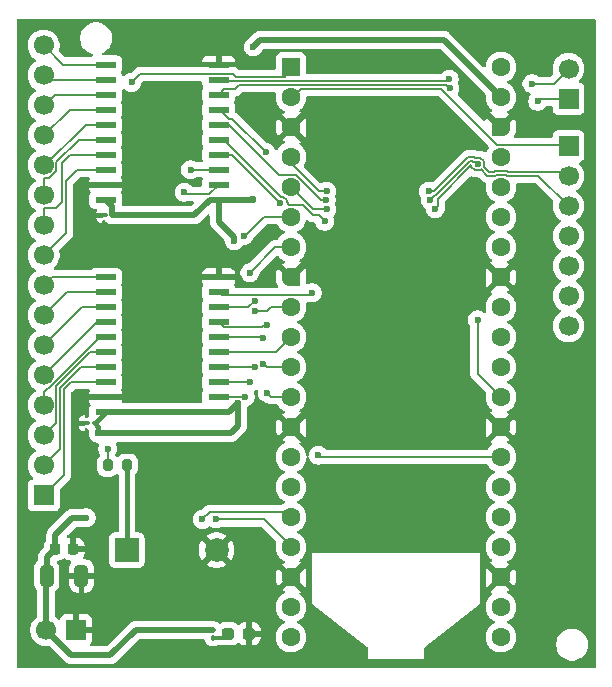
<source format=gtl>
G04 #@! TF.GenerationSoftware,KiCad,Pcbnew,9.0.2*
G04 #@! TF.CreationDate,2025-07-08T19:25:07+03:00*
G04 #@! TF.ProjectId,PCB,5043422e-6b69-4636-9164-5f7063625858,rev?*
G04 #@! TF.SameCoordinates,Original*
G04 #@! TF.FileFunction,Copper,L1,Top*
G04 #@! TF.FilePolarity,Positive*
%FSLAX46Y46*%
G04 Gerber Fmt 4.6, Leading zero omitted, Abs format (unit mm)*
G04 Created by KiCad (PCBNEW 9.0.2) date 2025-07-08 19:25:07*
%MOMM*%
%LPD*%
G01*
G04 APERTURE LIST*
G04 Aperture macros list*
%AMRoundRect*
0 Rectangle with rounded corners*
0 $1 Rounding radius*
0 $2 $3 $4 $5 $6 $7 $8 $9 X,Y pos of 4 corners*
0 Add a 4 corners polygon primitive as box body*
4,1,4,$2,$3,$4,$5,$6,$7,$8,$9,$2,$3,0*
0 Add four circle primitives for the rounded corners*
1,1,$1+$1,$2,$3*
1,1,$1+$1,$4,$5*
1,1,$1+$1,$6,$7*
1,1,$1+$1,$8,$9*
0 Add four rect primitives between the rounded corners*
20,1,$1+$1,$2,$3,$4,$5,0*
20,1,$1+$1,$4,$5,$6,$7,0*
20,1,$1+$1,$6,$7,$8,$9,0*
20,1,$1+$1,$8,$9,$2,$3,0*%
%AMFreePoly0*
4,1,37,0.603843,0.796157,0.639018,0.796157,0.711114,0.766294,0.766294,0.711114,0.796157,0.639018,0.796157,0.603843,0.800000,0.600000,0.800000,-0.600000,0.796157,-0.603843,0.796157,-0.639018,0.766294,-0.711114,0.711114,-0.766294,0.639018,-0.796157,0.603843,-0.796157,0.600000,-0.800000,0.000000,-0.800000,0.000000,-0.796148,-0.078414,-0.796148,-0.232228,-0.765552,-0.377117,-0.705537,
-0.507515,-0.618408,-0.618408,-0.507515,-0.705537,-0.377117,-0.765552,-0.232228,-0.796148,-0.078414,-0.796148,0.078414,-0.765552,0.232228,-0.705537,0.377117,-0.618408,0.507515,-0.507515,0.618408,-0.377117,0.705537,-0.232228,0.765552,-0.078414,0.796148,0.000000,0.796148,0.000000,0.800000,0.600000,0.800000,0.603843,0.796157,0.603843,0.796157,$1*%
%AMFreePoly1*
4,1,37,0.000000,0.796148,0.078414,0.796148,0.232228,0.765552,0.377117,0.705537,0.507515,0.618408,0.618408,0.507515,0.705537,0.377117,0.765552,0.232228,0.796148,0.078414,0.796148,-0.078414,0.765552,-0.232228,0.705537,-0.377117,0.618408,-0.507515,0.507515,-0.618408,0.377117,-0.705537,0.232228,-0.765552,0.078414,-0.796148,0.000000,-0.796148,0.000000,-0.800000,-0.600000,-0.800000,
-0.603843,-0.796157,-0.639018,-0.796157,-0.711114,-0.766294,-0.766294,-0.711114,-0.796157,-0.639018,-0.796157,-0.603843,-0.800000,-0.600000,-0.800000,0.600000,-0.796157,0.603843,-0.796157,0.639018,-0.766294,0.711114,-0.711114,0.766294,-0.639018,0.796157,-0.603843,0.796157,-0.600000,0.800000,0.000000,0.800000,0.000000,0.796148,0.000000,0.796148,$1*%
G04 Aperture macros list end*
G04 #@! TA.AperFunction,SMDPad,CuDef*
%ADD10RoundRect,0.200000X-0.200000X-0.275000X0.200000X-0.275000X0.200000X0.275000X-0.200000X0.275000X0*%
G04 #@! TD*
G04 #@! TA.AperFunction,SMDPad,CuDef*
%ADD11RoundRect,0.100000X0.130000X0.100000X-0.130000X0.100000X-0.130000X-0.100000X0.130000X-0.100000X0*%
G04 #@! TD*
G04 #@! TA.AperFunction,SMDPad,CuDef*
%ADD12RoundRect,0.237500X0.287500X0.237500X-0.287500X0.237500X-0.287500X-0.237500X0.287500X-0.237500X0*%
G04 #@! TD*
G04 #@! TA.AperFunction,SMDPad,CuDef*
%ADD13RoundRect,0.225000X-0.225000X-0.250000X0.225000X-0.250000X0.225000X0.250000X-0.225000X0.250000X0*%
G04 #@! TD*
G04 #@! TA.AperFunction,SMDPad,CuDef*
%ADD14RoundRect,0.100000X0.100000X-0.130000X0.100000X0.130000X-0.100000X0.130000X-0.100000X-0.130000X0*%
G04 #@! TD*
G04 #@! TA.AperFunction,SMDPad,CuDef*
%ADD15R,1.803400X0.533400*%
G04 #@! TD*
G04 #@! TA.AperFunction,ComponentPad*
%ADD16R,1.700000X1.700000*%
G04 #@! TD*
G04 #@! TA.AperFunction,ComponentPad*
%ADD17C,1.700000*%
G04 #@! TD*
G04 #@! TA.AperFunction,SMDPad,CuDef*
%ADD18RoundRect,0.250000X-0.325000X-0.650000X0.325000X-0.650000X0.325000X0.650000X-0.325000X0.650000X0*%
G04 #@! TD*
G04 #@! TA.AperFunction,ComponentPad*
%ADD19RoundRect,0.200000X-0.600000X-0.600000X0.600000X-0.600000X0.600000X0.600000X-0.600000X0.600000X0*%
G04 #@! TD*
G04 #@! TA.AperFunction,ComponentPad*
%ADD20C,1.600000*%
G04 #@! TD*
G04 #@! TA.AperFunction,ComponentPad*
%ADD21FreePoly0,0.000000*%
G04 #@! TD*
G04 #@! TA.AperFunction,ComponentPad*
%ADD22FreePoly1,0.000000*%
G04 #@! TD*
G04 #@! TA.AperFunction,ComponentPad*
%ADD23R,2.000000X2.000000*%
G04 #@! TD*
G04 #@! TA.AperFunction,ComponentPad*
%ADD24C,2.000000*%
G04 #@! TD*
G04 #@! TA.AperFunction,ViaPad*
%ADD25C,0.600000*%
G04 #@! TD*
G04 #@! TA.AperFunction,Conductor*
%ADD26C,0.200000*%
G04 #@! TD*
G04 #@! TA.AperFunction,Conductor*
%ADD27C,0.127000*%
G04 #@! TD*
G04 #@! TA.AperFunction,Conductor*
%ADD28C,0.500000*%
G04 #@! TD*
G04 #@! TA.AperFunction,Conductor*
%ADD29C,0.400000*%
G04 #@! TD*
G04 #@! TA.AperFunction,Conductor*
%ADD30C,0.300000*%
G04 #@! TD*
G04 APERTURE END LIST*
D10*
X122175000Y-88300000D03*
X123825000Y-88300000D03*
D11*
X121070000Y-84750000D03*
X120430000Y-84750000D03*
D12*
X134135000Y-102580000D03*
X132385000Y-102580000D03*
D13*
X117725000Y-95400000D03*
X119275000Y-95400000D03*
D14*
X131090000Y-102900000D03*
X131090000Y-102260000D03*
D15*
X131575200Y-83815000D03*
X131575200Y-82545000D03*
X131575200Y-81275000D03*
X131575200Y-80005000D03*
X131575200Y-78735000D03*
X131575200Y-77465000D03*
X131575200Y-76195000D03*
X131575200Y-74925000D03*
X131575200Y-73655000D03*
X131575200Y-72385000D03*
X122024800Y-72385000D03*
X122024800Y-73655000D03*
X122024800Y-74925000D03*
X122024800Y-76195000D03*
X122024800Y-77465000D03*
X122024800Y-78735000D03*
X122024800Y-80005000D03*
X122024800Y-81275000D03*
X122024800Y-82545000D03*
X122024800Y-83815000D03*
D16*
X116760000Y-90870000D03*
D17*
X116760000Y-88330000D03*
X116760000Y-85790000D03*
X116760000Y-83250000D03*
X116760000Y-80710000D03*
X116760000Y-78170000D03*
X116760000Y-75630000D03*
X116760000Y-73090000D03*
X116760000Y-70550000D03*
X116760000Y-68010000D03*
X116760000Y-65470000D03*
X116760000Y-62930000D03*
X116760000Y-60390000D03*
X116760000Y-57850000D03*
X116760000Y-55310000D03*
X116760000Y-52770000D03*
D11*
X122570000Y-67150000D03*
X121930000Y-67150000D03*
D18*
X117012000Y-97686000D03*
X119962000Y-97686000D03*
D15*
X131575200Y-65815000D03*
X131575200Y-64545000D03*
X131575200Y-63275000D03*
X131575200Y-62005000D03*
X131575200Y-60735000D03*
X131575200Y-59465000D03*
X131575200Y-58195000D03*
X131575200Y-56925000D03*
X131575200Y-55655000D03*
X131575200Y-54385000D03*
X122024800Y-54385000D03*
X122024800Y-55655000D03*
X122024800Y-56925000D03*
X122024800Y-58195000D03*
X122024800Y-59465000D03*
X122024800Y-60735000D03*
X122024800Y-62005000D03*
X122024800Y-63275000D03*
X122024800Y-64545000D03*
X122024800Y-65815000D03*
D19*
X137700000Y-54600000D03*
D20*
X137700000Y-57140000D03*
D21*
X137700000Y-59680000D03*
D20*
X137700000Y-62220000D03*
X137700000Y-64760000D03*
X137700000Y-67300000D03*
X137700000Y-69840000D03*
D21*
X137700000Y-72380000D03*
D20*
X137700000Y-74920000D03*
X137700000Y-77460000D03*
X137700000Y-80000000D03*
X137700000Y-82540000D03*
D21*
X137700000Y-85080000D03*
D20*
X137700000Y-87620000D03*
X137700000Y-90160000D03*
X137700000Y-92700000D03*
X137700000Y-95240000D03*
D21*
X137700000Y-97780000D03*
D20*
X137700000Y-100320000D03*
X137700000Y-102860000D03*
X155480000Y-102860000D03*
X155480000Y-100320000D03*
D22*
X155480000Y-97780000D03*
D20*
X155480000Y-95240000D03*
X155480000Y-92700000D03*
X155480000Y-90160000D03*
X155480000Y-87620000D03*
D22*
X155480000Y-85080000D03*
D20*
X155480000Y-82540000D03*
X155480000Y-80000000D03*
X155480000Y-77460000D03*
X155480000Y-74920000D03*
D22*
X155480000Y-72380000D03*
D20*
X155480000Y-69840000D03*
X155480000Y-67300000D03*
X155480000Y-64760000D03*
X155480000Y-62220000D03*
D22*
X155480000Y-59680000D03*
D20*
X155480000Y-57140000D03*
X155480000Y-54600000D03*
D16*
X161200000Y-61280000D03*
D17*
X161200000Y-63820000D03*
X161200000Y-66360000D03*
X161200000Y-68900000D03*
X161200000Y-71440000D03*
X161200000Y-73980000D03*
X161200000Y-76520000D03*
D16*
X119508000Y-102258000D03*
D17*
X116968000Y-102258000D03*
D23*
X123800000Y-95500000D03*
D24*
X131400000Y-95500000D03*
D16*
X161200000Y-57275000D03*
D17*
X161200000Y-54735000D03*
D25*
X129200000Y-63300000D03*
X131350000Y-92850000D03*
X134627000Y-80000000D03*
X134627000Y-75230649D03*
X135575000Y-61825000D03*
X140028000Y-87472000D03*
X121400000Y-85600000D03*
X134500000Y-52900000D03*
X120362500Y-92762500D03*
X132900000Y-69300000D03*
X134500000Y-65800000D03*
X133250000Y-83050000D03*
X134227000Y-72000000D03*
X134227000Y-81300000D03*
X134627000Y-74400000D03*
X128673000Y-65188000D03*
X130200000Y-92900000D03*
X135701000Y-76472646D03*
X135700000Y-82200000D03*
X136800000Y-66100000D03*
X151096000Y-55648647D03*
X140698143Y-65825509D03*
X149500000Y-65850000D03*
X153500000Y-62800000D03*
X153500000Y-76000000D03*
X139500000Y-73700000D03*
X151141468Y-56408532D03*
X135373000Y-77550000D03*
X135373000Y-79700000D03*
X133700000Y-68900000D03*
X133827000Y-82500000D03*
X140555000Y-67650000D03*
X158600000Y-57500000D03*
X140750000Y-66650000D03*
X149900000Y-66600000D03*
X149350000Y-65098726D03*
X140716013Y-65098726D03*
X122175000Y-86900000D03*
X124200000Y-55900000D03*
X158100000Y-56000000D03*
D26*
X137700000Y-95150000D02*
X137700000Y-95240000D01*
X131350000Y-92850000D02*
X131400000Y-92900000D01*
X131575200Y-63275000D02*
X129225000Y-63275000D01*
X131400000Y-92900000D02*
X135450000Y-92900000D01*
X135450000Y-92900000D02*
X137700000Y-95150000D01*
X129225000Y-63275000D02*
X129200000Y-63300000D01*
X131575200Y-80005000D02*
X134622000Y-80005000D01*
X135669351Y-75230649D02*
X135980000Y-74920000D01*
X135980000Y-74920000D02*
X137700000Y-74920000D01*
X134627000Y-75230649D02*
X135669351Y-75230649D01*
X134622000Y-80005000D02*
X134627000Y-80000000D01*
X132420300Y-58970300D02*
X131945000Y-58495000D01*
X140028000Y-87472000D02*
X140176000Y-87620000D01*
X132720300Y-58970300D02*
X132420300Y-58970300D01*
D27*
X131945000Y-58195000D02*
X131575200Y-58195000D01*
D26*
X135575000Y-61825000D02*
X132720300Y-58970300D01*
X131945000Y-58495000D02*
X131945000Y-58195000D01*
X140176000Y-87620000D02*
X155480000Y-87620000D01*
X136425000Y-78735000D02*
X137700000Y-77460000D01*
X131575200Y-78735000D02*
X136425000Y-78735000D01*
D28*
X119110000Y-104400000D02*
X116968000Y-102258000D01*
X135100000Y-52300000D02*
X134500000Y-52900000D01*
X131575200Y-67675200D02*
X131575200Y-65815000D01*
X122420000Y-104400000D02*
X119110000Y-104400000D01*
X122570000Y-66360200D02*
X122024800Y-65815000D01*
X117725000Y-94225000D02*
X117725000Y-95400000D01*
D29*
X134485000Y-65815000D02*
X134500000Y-65800000D01*
D28*
X120362500Y-92762500D02*
X119187500Y-92762500D01*
D29*
X121400000Y-85080000D02*
X121070000Y-84750000D01*
X121070000Y-84750000D02*
X121089800Y-84750000D01*
D28*
X129500000Y-67150000D02*
X122570000Y-67150000D01*
X132900000Y-69300000D02*
X132900000Y-69000000D01*
D30*
X133000000Y-69400000D02*
X132900000Y-69300000D01*
D26*
X116968000Y-97730000D02*
X117012000Y-97686000D01*
D28*
X132900000Y-69000000D02*
X131575200Y-67675200D01*
X121400000Y-85600000D02*
X132600000Y-85600000D01*
X130835000Y-65815000D02*
X129500000Y-67150000D01*
X122570000Y-67150000D02*
X122570000Y-66360200D01*
X132600000Y-85600000D02*
X133250000Y-84950000D01*
X117012000Y-97686000D02*
X117012000Y-96113000D01*
X124560000Y-102260000D02*
X122420000Y-104400000D01*
D29*
X121089800Y-84750000D02*
X122024800Y-83815000D01*
D28*
X155480000Y-57140000D02*
X150640000Y-52300000D01*
D29*
X121400000Y-85600000D02*
X121400000Y-85080000D01*
D28*
X131575200Y-83815000D02*
X122024800Y-83815000D01*
X131575200Y-65815000D02*
X134485000Y-65815000D01*
X133250000Y-84950000D02*
X133250000Y-83050000D01*
X133250000Y-83050000D02*
X132485000Y-83815000D01*
D30*
X122024800Y-83815000D02*
X121685000Y-83815000D01*
D28*
X150640000Y-52300000D02*
X135100000Y-52300000D01*
X119187500Y-92762500D02*
X117725000Y-94225000D01*
X131090000Y-102260000D02*
X124560000Y-102260000D01*
X116968000Y-102258000D02*
X116968000Y-97730000D01*
X117012000Y-96113000D02*
X117725000Y-95400000D01*
X131575200Y-65815000D02*
X130835000Y-65815000D01*
X132485000Y-83815000D02*
X131575200Y-83815000D01*
D26*
X136387000Y-69840000D02*
X137700000Y-69840000D01*
X134202000Y-81275000D02*
X134227000Y-81300000D01*
X131575200Y-81275000D02*
X134202000Y-81275000D01*
X134227000Y-72000000D02*
X136387000Y-69840000D01*
X134627000Y-74400000D02*
X134102000Y-74925000D01*
X134102000Y-74925000D02*
X131575200Y-74925000D01*
X130799900Y-65320300D02*
X128805300Y-65320300D01*
X137250000Y-92250000D02*
X137700000Y-92700000D01*
X130850000Y-92250000D02*
X137250000Y-92250000D01*
X128805300Y-65320300D02*
X128673000Y-65188000D01*
X130200000Y-92900000D02*
X130850000Y-92250000D01*
X131575200Y-64545000D02*
X130799900Y-65320300D01*
X132008200Y-76628000D02*
X131575200Y-76195000D01*
X135700000Y-82200000D02*
X136040000Y-82540000D01*
X136040000Y-82540000D02*
X137700000Y-82540000D01*
X135701000Y-76472646D02*
X135427354Y-76472646D01*
X135272000Y-76628000D02*
X132008200Y-76628000D01*
X135427354Y-76472646D02*
X135272000Y-76628000D01*
X131575200Y-62005000D02*
X132705000Y-62005000D01*
X132705000Y-62005000D02*
X136800000Y-66100000D01*
X133186138Y-55800000D02*
X131720200Y-55800000D01*
X131720200Y-55800000D02*
X131575200Y-55655000D01*
X150954578Y-55790069D02*
X150948510Y-55784000D01*
X150948510Y-55784000D02*
X133202138Y-55784000D01*
X151096000Y-55648647D02*
X150954578Y-55790069D01*
X133202138Y-55784000D02*
X133186138Y-55800000D01*
X149928000Y-65422000D02*
X149976567Y-65422000D01*
X153500000Y-76000000D02*
X153500000Y-80560000D01*
X153300000Y-62600000D02*
X153500000Y-62800000D01*
X138150000Y-63700000D02*
X140275509Y-65825509D01*
X136650000Y-63700000D02*
X138150000Y-63700000D01*
X152836138Y-62562429D02*
X153107862Y-62562429D01*
X132415000Y-59465000D02*
X136650000Y-63700000D01*
X131575200Y-59465000D02*
X132415000Y-59465000D01*
X153107862Y-62562429D02*
X153145433Y-62600000D01*
X149500000Y-65850000D02*
X149928000Y-65422000D01*
X140275509Y-65825509D02*
X140698143Y-65825509D01*
X153500000Y-80560000D02*
X155480000Y-82540000D01*
X153145433Y-62600000D02*
X153300000Y-62600000D01*
X149976567Y-65422000D02*
X152836138Y-62562429D01*
X138133812Y-73900000D02*
X139300000Y-73900000D01*
X134408295Y-73872000D02*
X134845705Y-73872000D01*
X134873705Y-73900000D02*
X137266188Y-73900000D01*
X137266188Y-73900000D02*
X137274188Y-73892000D01*
X134845705Y-73872000D02*
X134873705Y-73900000D01*
X137274188Y-73892000D02*
X138125812Y-73892000D01*
X131820200Y-73900000D02*
X134380295Y-73900000D01*
X134380295Y-73900000D02*
X134408295Y-73872000D01*
X131575200Y-73655000D02*
X131820200Y-73900000D01*
X138125812Y-73892000D02*
X138133812Y-73900000D01*
X139300000Y-73900000D02*
X139500000Y-73700000D01*
X133000000Y-56450000D02*
X132050200Y-56450000D01*
X132050200Y-56450000D02*
X131575200Y-56925000D01*
X150909583Y-56176647D02*
X150877295Y-56176647D01*
X133338000Y-56112000D02*
X133000000Y-56450000D01*
X150877295Y-56176647D02*
X150812648Y-56112000D01*
X151141468Y-56408532D02*
X150909583Y-56176647D01*
X150812648Y-56112000D02*
X133338000Y-56112000D01*
X135700000Y-80000000D02*
X137700000Y-80000000D01*
X135400000Y-79700000D02*
X135700000Y-80000000D01*
X135089000Y-77465000D02*
X131575200Y-77465000D01*
X135373000Y-77550000D02*
X135174000Y-77550000D01*
X135373000Y-79700000D02*
X135400000Y-79700000D01*
X135174000Y-77550000D02*
X135089000Y-77465000D01*
X131575200Y-82545000D02*
X131620200Y-82500000D01*
X133700000Y-68900000D02*
X133800000Y-68900000D01*
X131620200Y-82500000D02*
X133827000Y-82500000D01*
X133800000Y-68900000D02*
X135400000Y-67300000D01*
X131575200Y-82545000D02*
X132210200Y-82545000D01*
X135400000Y-67300000D02*
X137700000Y-67300000D01*
X140555000Y-67650000D02*
X140055000Y-67150000D01*
X137328000Y-65881295D02*
X137018705Y-65572000D01*
X140055000Y-67150000D02*
X139600000Y-67150000D01*
X132035000Y-60735000D02*
X131575200Y-60735000D01*
X137018705Y-65572000D02*
X136872000Y-65572000D01*
X137572000Y-66272000D02*
X137328000Y-66028000D01*
X136872000Y-65572000D02*
X132035000Y-60735000D01*
X139600000Y-67150000D02*
X138722000Y-66272000D01*
X138722000Y-66272000D02*
X137572000Y-66272000D01*
X137328000Y-66028000D02*
X137328000Y-65881295D01*
D30*
X131090000Y-102900000D02*
X132065000Y-102900000D01*
D26*
X132065000Y-102900000D02*
X132385000Y-102580000D01*
X122024800Y-73655000D02*
X118735000Y-73655000D01*
X118735000Y-73655000D02*
X116760000Y-75630000D01*
X118995000Y-62005000D02*
X122024800Y-62005000D01*
X116760000Y-68010000D02*
X116760000Y-66548000D01*
X118300000Y-66050000D02*
X118300000Y-62700000D01*
X116760000Y-66548000D02*
X117802000Y-66548000D01*
X118300000Y-62700000D02*
X118995000Y-62005000D01*
X117802000Y-66548000D02*
X118300000Y-66050000D01*
X117112000Y-81788000D02*
X116760000Y-82140000D01*
X117209261Y-81788000D02*
X117112000Y-81788000D01*
X122024800Y-77465000D02*
X121532261Y-77465000D01*
X116760000Y-82140000D02*
X116760000Y-83250000D01*
X121532261Y-77465000D02*
X117209261Y-81788000D01*
X122024800Y-74925000D02*
X120005000Y-74925000D01*
X120005000Y-74925000D02*
X116760000Y-78170000D01*
X116760000Y-64008000D02*
X117206523Y-64008000D01*
X119715000Y-60735000D02*
X122024800Y-60735000D01*
X117838000Y-62612000D02*
X119715000Y-60735000D01*
X117206523Y-64008000D02*
X117838000Y-63376523D01*
X116760000Y-65470000D02*
X116760000Y-64008000D01*
X117838000Y-63376523D02*
X117838000Y-62612000D01*
X122024800Y-58195000D02*
X118955000Y-58195000D01*
X118955000Y-58195000D02*
X116760000Y-60390000D01*
X116760000Y-70550000D02*
X118650000Y-68660000D01*
X119625000Y-63275000D02*
X122024800Y-63275000D01*
X118650000Y-68660000D02*
X118650000Y-64250000D01*
X118650000Y-64250000D02*
X119625000Y-63275000D01*
X119113847Y-81275000D02*
X118494000Y-81894847D01*
X122024800Y-81275000D02*
X119113847Y-81275000D01*
X118494000Y-81894847D02*
X118494000Y-89136000D01*
X118494000Y-89136000D02*
X116760000Y-90870000D01*
X120726123Y-78735000D02*
X117838000Y-81623123D01*
X122024800Y-78735000D02*
X120726123Y-78735000D01*
X117838000Y-81623123D02*
X117838000Y-84712000D01*
X117838000Y-84712000D02*
X116760000Y-85790000D01*
X122024800Y-80005000D02*
X119919985Y-80005000D01*
X118166000Y-81758985D02*
X118166000Y-86924000D01*
X119919985Y-80005000D02*
X118166000Y-81758985D01*
X118166000Y-86924000D02*
X116760000Y-88330000D01*
X120381500Y-59465000D02*
X116916500Y-62930000D01*
X122024800Y-59465000D02*
X120381500Y-59465000D01*
D27*
X116916500Y-62930000D02*
X116760000Y-62930000D01*
D26*
X117465000Y-72385000D02*
X116760000Y-73090000D01*
X122024800Y-72385000D02*
X117465000Y-72385000D01*
X122024800Y-55655000D02*
X117105000Y-55655000D01*
X117105000Y-55655000D02*
X116760000Y-55310000D01*
X122024800Y-56925000D02*
X117685000Y-56925000D01*
X117685000Y-56925000D02*
X116760000Y-57850000D01*
X118375000Y-54385000D02*
X116760000Y-52770000D01*
X122024800Y-54385000D02*
X118375000Y-54385000D01*
X122024800Y-76195000D02*
X121275000Y-76195000D01*
X121275000Y-76195000D02*
X116760000Y-80710000D01*
X155179644Y-61192000D02*
X150427644Y-56440000D01*
X137700000Y-57250000D02*
X137700000Y-57140000D01*
X138510000Y-56440000D02*
X137700000Y-57250000D01*
X150427644Y-56440000D02*
X138510000Y-56440000D01*
X161200000Y-61280000D02*
X161112000Y-61192000D01*
X161112000Y-61192000D02*
X155179644Y-61192000D01*
X158825000Y-57275000D02*
X158600000Y-57500000D01*
X161200000Y-57275000D02*
X158825000Y-57275000D01*
X149900000Y-66600000D02*
X150112429Y-66387571D01*
X154986188Y-63800000D02*
X154336138Y-63800000D01*
X138690000Y-65750000D02*
X139590000Y-66650000D01*
X155054188Y-63732000D02*
X154986188Y-63800000D01*
X153281295Y-63328000D02*
X152972000Y-63018705D01*
X161200000Y-66360000D02*
X158640000Y-63800000D01*
X150112429Y-66387571D02*
X150112429Y-65750000D01*
X152972000Y-62890429D02*
X150112429Y-65750000D01*
X138690000Y-65750000D02*
X137700000Y-64760000D01*
X155973812Y-63800000D02*
X155905812Y-63732000D01*
X154336138Y-63800000D02*
X153791421Y-63255283D01*
X158640000Y-63800000D02*
X155973812Y-63800000D01*
X139590000Y-66650000D02*
X140750000Y-66650000D01*
X153718705Y-63328000D02*
X153281295Y-63328000D01*
X153791421Y-63255283D02*
X153718705Y-63328000D01*
X152972000Y-63018705D02*
X152972000Y-62890429D01*
X155905812Y-63732000D02*
X155054188Y-63732000D01*
X153718705Y-62272000D02*
X154028000Y-62581295D01*
X154918326Y-63404000D02*
X156041674Y-63404000D01*
X153281295Y-62272000D02*
X153718705Y-62272000D01*
X154850326Y-63472000D02*
X154918326Y-63404000D01*
X158775862Y-63472000D02*
X158803862Y-63500000D01*
X160880000Y-63500000D02*
X161200000Y-63820000D01*
X154023352Y-63023352D02*
X154472000Y-63472000D01*
X156041674Y-63404000D02*
X156109674Y-63472000D01*
X140044000Y-65094000D02*
X137700000Y-62750000D01*
X149364002Y-65084724D02*
X149831429Y-65084724D01*
X149350000Y-65098726D02*
X149364002Y-65084724D01*
X152700276Y-62234429D02*
X153243724Y-62234429D01*
X154472000Y-63472000D02*
X154850326Y-63472000D01*
X140716013Y-65098726D02*
X140711287Y-65094000D01*
X149840705Y-65094000D02*
X152700276Y-62234429D01*
X140711287Y-65094000D02*
X140044000Y-65094000D01*
X154028000Y-63018705D02*
X154023352Y-63023352D01*
X158803862Y-63500000D02*
X160880000Y-63500000D01*
X137700000Y-62750000D02*
X137700000Y-62220000D01*
X153243724Y-62234429D02*
X153281295Y-62272000D01*
X156109674Y-63472000D02*
X158775862Y-63472000D01*
X149831429Y-65084724D02*
X149840705Y-65094000D01*
X154028000Y-62581295D02*
X154028000Y-63018705D01*
X124939700Y-55160300D02*
X132760300Y-55160300D01*
X137200000Y-55450000D02*
X137200000Y-55100000D01*
X133050000Y-55450000D02*
X137200000Y-55450000D01*
X124200000Y-55900000D02*
X124939700Y-55160300D01*
X132760300Y-55160300D02*
X133050000Y-55450000D01*
X122175000Y-86900000D02*
X122175000Y-88300000D01*
X137700000Y-54600000D02*
X137139700Y-55160300D01*
X137200000Y-55100000D02*
X137700000Y-54600000D01*
X159935000Y-56000000D02*
X161200000Y-54735000D01*
X158100000Y-56000000D02*
X159935000Y-56000000D01*
X123800000Y-88325000D02*
X123825000Y-88300000D01*
D29*
X123800000Y-95500000D02*
X123800000Y-88325000D01*
G04 #@! TA.AperFunction,Conductor*
G36*
X150194586Y-57060185D02*
G01*
X150215228Y-57076819D01*
X154422891Y-61284482D01*
X154456376Y-61345805D01*
X154451392Y-61415497D01*
X154435529Y-61445048D01*
X154367712Y-61538390D01*
X154274780Y-61720779D01*
X154273160Y-61725767D01*
X154260824Y-61743806D01*
X154252701Y-61764097D01*
X154241489Y-61772080D01*
X154233721Y-61783441D01*
X154213591Y-61791947D01*
X154195787Y-61804626D01*
X154182038Y-61805281D01*
X154169362Y-61810638D01*
X154147828Y-61806910D01*
X154125997Y-61807951D01*
X154104791Y-61799462D01*
X154100516Y-61798722D01*
X154093231Y-61794834D01*
X154022344Y-61753908D01*
X153964966Y-61720781D01*
X153950490Y-61712423D01*
X153797762Y-61671499D01*
X153639648Y-61671499D01*
X153632052Y-61671499D01*
X153632036Y-61671500D01*
X153479325Y-61671500D01*
X153447231Y-61667275D01*
X153439905Y-61665312D01*
X153322781Y-61633928D01*
X153164667Y-61633928D01*
X153157071Y-61633928D01*
X153157055Y-61633929D01*
X152779333Y-61633929D01*
X152621219Y-61633929D01*
X152468491Y-61674852D01*
X152441515Y-61690427D01*
X152388949Y-61720776D01*
X152331561Y-61753908D01*
X152331558Y-61753910D01*
X152219754Y-61865715D01*
X149764401Y-64321067D01*
X149703078Y-64354552D01*
X149633386Y-64349568D01*
X149629269Y-64347948D01*
X149583499Y-64328990D01*
X149583497Y-64328989D01*
X149583495Y-64328988D01*
X149583494Y-64328988D01*
X149583488Y-64328986D01*
X149428845Y-64298226D01*
X149428842Y-64298226D01*
X149271158Y-64298226D01*
X149271155Y-64298226D01*
X149116510Y-64328987D01*
X149116498Y-64328990D01*
X148970827Y-64389328D01*
X148970814Y-64389335D01*
X148839711Y-64476936D01*
X148839707Y-64476939D01*
X148728213Y-64588433D01*
X148728210Y-64588437D01*
X148640609Y-64719540D01*
X148640602Y-64719553D01*
X148580264Y-64865224D01*
X148580261Y-64865236D01*
X148549500Y-65019879D01*
X148549500Y-65177572D01*
X148580261Y-65332215D01*
X148580264Y-65332227D01*
X148640602Y-65477898D01*
X148640609Y-65477911D01*
X148702404Y-65570393D01*
X148723282Y-65637071D01*
X148720919Y-65663475D01*
X148699500Y-65771153D01*
X148699500Y-65928846D01*
X148730261Y-66083489D01*
X148730264Y-66083501D01*
X148790602Y-66229172D01*
X148790609Y-66229185D01*
X148878210Y-66360288D01*
X148878213Y-66360292D01*
X148989706Y-66471785D01*
X148989709Y-66471787D01*
X148989711Y-66471789D01*
X149044391Y-66508325D01*
X149089195Y-66561935D01*
X149099500Y-66611426D01*
X149099500Y-66678846D01*
X149130261Y-66833489D01*
X149130264Y-66833501D01*
X149190602Y-66979172D01*
X149190609Y-66979185D01*
X149278210Y-67110288D01*
X149278213Y-67110292D01*
X149389707Y-67221786D01*
X149389711Y-67221789D01*
X149520814Y-67309390D01*
X149520827Y-67309397D01*
X149666498Y-67369735D01*
X149666503Y-67369737D01*
X149817312Y-67399735D01*
X149821153Y-67400499D01*
X149821156Y-67400500D01*
X149821158Y-67400500D01*
X149978844Y-67400500D01*
X149978845Y-67400499D01*
X150133497Y-67369737D01*
X150279179Y-67309394D01*
X150410289Y-67221789D01*
X150521789Y-67110289D01*
X150609394Y-66979179D01*
X150669737Y-66833497D01*
X150700500Y-66678842D01*
X150700500Y-66529339D01*
X150700683Y-66522602D01*
X150701384Y-66509714D01*
X150712930Y-66466628D01*
X150712930Y-66308514D01*
X150712929Y-66308510D01*
X150712929Y-66050096D01*
X150732614Y-65983057D01*
X150749243Y-65962420D01*
X152839318Y-63872344D01*
X152900639Y-63838861D01*
X152970331Y-63843845D01*
X152988997Y-63852640D01*
X153023129Y-63872346D01*
X153049510Y-63887577D01*
X153202238Y-63928500D01*
X153564041Y-63928500D01*
X153631080Y-63948185D01*
X153651722Y-63964819D01*
X153851277Y-64164374D01*
X153851287Y-64164385D01*
X153855617Y-64168715D01*
X153855618Y-64168716D01*
X153967422Y-64280520D01*
X154051374Y-64328989D01*
X154104353Y-64359577D01*
X154125655Y-64365284D01*
X154136590Y-64370672D01*
X154153697Y-64386398D01*
X154173543Y-64398495D01*
X154178937Y-64409600D01*
X154188028Y-64417957D01*
X154193918Y-64440440D01*
X154204072Y-64461342D01*
X154204158Y-64479523D01*
X154205736Y-64485545D01*
X154204209Y-64490230D01*
X154204262Y-64501302D01*
X154179500Y-64657647D01*
X154179500Y-64862351D01*
X154211522Y-65064534D01*
X154274781Y-65259223D01*
X154311973Y-65332215D01*
X154367308Y-65440816D01*
X154367715Y-65441613D01*
X154488028Y-65607213D01*
X154632786Y-65751971D01*
X154756132Y-65841585D01*
X154798390Y-65872287D01*
X154861327Y-65904355D01*
X154891080Y-65919515D01*
X154941876Y-65967490D01*
X154958671Y-66035311D01*
X154936134Y-66101446D01*
X154891080Y-66140485D01*
X154798386Y-66187715D01*
X154632786Y-66308028D01*
X154488028Y-66452786D01*
X154367715Y-66618386D01*
X154274781Y-66800776D01*
X154211522Y-66995465D01*
X154185417Y-67160289D01*
X154179500Y-67197648D01*
X154179500Y-67402352D01*
X154183878Y-67429995D01*
X154211522Y-67604534D01*
X154274781Y-67799223D01*
X154367715Y-67981613D01*
X154488028Y-68147213D01*
X154632786Y-68291971D01*
X154756132Y-68381585D01*
X154798390Y-68412287D01*
X154873385Y-68450499D01*
X154891080Y-68459515D01*
X154941876Y-68507490D01*
X154958671Y-68575311D01*
X154936134Y-68641446D01*
X154891080Y-68680485D01*
X154798386Y-68727715D01*
X154632786Y-68848028D01*
X154488028Y-68992786D01*
X154367715Y-69158386D01*
X154274781Y-69340776D01*
X154211522Y-69535465D01*
X154179500Y-69737648D01*
X154179500Y-69942351D01*
X154211522Y-70144534D01*
X154274781Y-70339223D01*
X154367715Y-70521613D01*
X154488028Y-70687213D01*
X154632782Y-70831967D01*
X154632787Y-70831971D01*
X154709583Y-70887767D01*
X154752249Y-70943097D01*
X154758228Y-71012710D01*
X154725622Y-71074505D01*
X154667365Y-71108233D01*
X154646973Y-71113437D01*
X154646962Y-71113441D01*
X154590415Y-71136863D01*
X155350589Y-71897037D01*
X155287007Y-71914075D01*
X155172993Y-71979901D01*
X155079901Y-72072993D01*
X155014075Y-72187007D01*
X154997037Y-72250589D01*
X154236863Y-71490415D01*
X154236862Y-71490415D01*
X154213446Y-71546947D01*
X154213431Y-71546987D01*
X154195457Y-71597939D01*
X154195455Y-71597946D01*
X154175000Y-71740219D01*
X154175000Y-73019785D01*
X154177893Y-73073762D01*
X154177893Y-73073764D01*
X154213438Y-73213030D01*
X154213442Y-73213043D01*
X154236862Y-73269584D01*
X154997037Y-72509410D01*
X155014075Y-72572993D01*
X155079901Y-72687007D01*
X155172993Y-72780099D01*
X155287007Y-72845925D01*
X155350589Y-72862962D01*
X154590414Y-73623135D01*
X154646960Y-73646557D01*
X154646986Y-73646567D01*
X154675621Y-73656669D01*
X154732294Y-73697534D01*
X154757876Y-73762552D01*
X154744246Y-73831080D01*
X154707256Y-73873924D01*
X154632782Y-73928032D01*
X154488028Y-74072786D01*
X154367715Y-74238386D01*
X154274781Y-74420776D01*
X154211522Y-74615465D01*
X154179500Y-74817648D01*
X154179500Y-75022351D01*
X154211523Y-75224535D01*
X154211523Y-75224538D01*
X154222736Y-75259046D01*
X154224731Y-75328887D01*
X154188651Y-75388720D01*
X154125950Y-75419548D01*
X154056536Y-75411583D01*
X154017124Y-75385045D01*
X154010292Y-75378213D01*
X154010288Y-75378210D01*
X153879185Y-75290609D01*
X153879172Y-75290602D01*
X153733501Y-75230264D01*
X153733489Y-75230261D01*
X153578845Y-75199500D01*
X153578842Y-75199500D01*
X153421158Y-75199500D01*
X153421155Y-75199500D01*
X153266510Y-75230261D01*
X153266498Y-75230264D01*
X153120827Y-75290602D01*
X153120814Y-75290609D01*
X152989711Y-75378210D01*
X152989707Y-75378213D01*
X152878213Y-75489707D01*
X152878210Y-75489711D01*
X152790609Y-75620814D01*
X152790602Y-75620827D01*
X152730264Y-75766498D01*
X152730261Y-75766510D01*
X152699500Y-75921153D01*
X152699500Y-76078846D01*
X152730261Y-76233489D01*
X152730264Y-76233501D01*
X152790602Y-76379172D01*
X152790609Y-76379185D01*
X152878602Y-76510874D01*
X152899480Y-76577551D01*
X152899500Y-76579765D01*
X152899500Y-80473330D01*
X152899499Y-80473348D01*
X152899499Y-80639054D01*
X152899498Y-80639054D01*
X152940423Y-80791785D01*
X152969358Y-80841900D01*
X152969359Y-80841904D01*
X152969360Y-80841904D01*
X153014925Y-80920827D01*
X153019479Y-80928714D01*
X153019481Y-80928717D01*
X153138349Y-81047585D01*
X153138355Y-81047590D01*
X154185922Y-82095157D01*
X154219407Y-82156480D01*
X154216173Y-82221155D01*
X154211522Y-82235468D01*
X154179500Y-82437648D01*
X154179500Y-82642351D01*
X154211522Y-82844534D01*
X154274781Y-83039223D01*
X154326385Y-83140500D01*
X154361490Y-83209397D01*
X154367715Y-83221613D01*
X154488028Y-83387213D01*
X154632782Y-83531967D01*
X154632787Y-83531971D01*
X154709583Y-83587767D01*
X154752249Y-83643097D01*
X154758228Y-83712710D01*
X154725622Y-83774505D01*
X154667365Y-83808233D01*
X154646973Y-83813437D01*
X154646962Y-83813441D01*
X154590415Y-83836863D01*
X155350589Y-84597037D01*
X155287007Y-84614075D01*
X155172993Y-84679901D01*
X155079901Y-84772993D01*
X155014075Y-84887007D01*
X154997037Y-84950589D01*
X154236863Y-84190415D01*
X154236862Y-84190415D01*
X154213446Y-84246947D01*
X154213431Y-84246987D01*
X154195457Y-84297939D01*
X154195455Y-84297946D01*
X154175000Y-84440219D01*
X154175000Y-85719785D01*
X154177893Y-85773762D01*
X154177893Y-85773764D01*
X154213438Y-85913030D01*
X154213442Y-85913043D01*
X154236862Y-85969584D01*
X154997037Y-85209410D01*
X155014075Y-85272993D01*
X155079901Y-85387007D01*
X155172993Y-85480099D01*
X155287007Y-85545925D01*
X155350589Y-85562962D01*
X154590414Y-86323135D01*
X154646960Y-86346557D01*
X154646986Y-86346567D01*
X154675621Y-86356669D01*
X154732294Y-86397534D01*
X154757876Y-86462552D01*
X154744246Y-86531080D01*
X154707256Y-86573924D01*
X154632782Y-86628032D01*
X154488028Y-86772786D01*
X154367715Y-86938385D01*
X154360883Y-86951795D01*
X154312909Y-87002591D01*
X154250398Y-87019500D01*
X140754681Y-87019500D01*
X140687642Y-86999815D01*
X140651578Y-86964389D01*
X140649789Y-86961711D01*
X140649785Y-86961707D01*
X140649784Y-86961705D01*
X140538292Y-86850213D01*
X140538288Y-86850210D01*
X140407185Y-86762609D01*
X140407172Y-86762602D01*
X140261501Y-86702264D01*
X140261489Y-86702261D01*
X140106845Y-86671500D01*
X140106842Y-86671500D01*
X139949158Y-86671500D01*
X139949155Y-86671500D01*
X139794510Y-86702261D01*
X139794498Y-86702264D01*
X139648827Y-86762602D01*
X139648814Y-86762609D01*
X139517711Y-86850210D01*
X139517707Y-86850213D01*
X139406213Y-86961707D01*
X139406210Y-86961711D01*
X139318609Y-87092814D01*
X139318602Y-87092827D01*
X139258264Y-87238498D01*
X139258261Y-87238510D01*
X139226311Y-87399132D01*
X139224843Y-87398840D01*
X139201454Y-87456757D01*
X139144418Y-87497114D01*
X139074618Y-87500229D01*
X139014214Y-87465113D01*
X138982385Y-87402914D01*
X138981741Y-87399211D01*
X138968477Y-87315466D01*
X138905220Y-87120781D01*
X138905218Y-87120778D01*
X138905218Y-87120776D01*
X138864853Y-87041557D01*
X138812287Y-86938390D01*
X138804556Y-86927749D01*
X138691971Y-86772786D01*
X138547217Y-86628032D01*
X138470415Y-86572232D01*
X138427750Y-86516902D01*
X138421771Y-86447288D01*
X138454377Y-86385494D01*
X138512640Y-86351765D01*
X138533039Y-86346559D01*
X138589584Y-86323136D01*
X138589584Y-86323135D01*
X137829410Y-85562962D01*
X137892993Y-85545925D01*
X138007007Y-85480099D01*
X138100099Y-85387007D01*
X138165925Y-85272993D01*
X138182962Y-85209410D01*
X138943135Y-85969584D01*
X138943136Y-85969584D01*
X138966552Y-85913053D01*
X138984544Y-85862053D01*
X139004999Y-85719780D01*
X139005000Y-85719779D01*
X139005000Y-84440224D01*
X139004999Y-84440204D01*
X139002106Y-84386237D01*
X139002106Y-84386235D01*
X138966561Y-84246969D01*
X138966559Y-84246962D01*
X138943135Y-84190414D01*
X138182962Y-84950588D01*
X138165925Y-84887007D01*
X138100099Y-84772993D01*
X138007007Y-84679901D01*
X137892993Y-84614075D01*
X137829410Y-84597037D01*
X138589584Y-83836862D01*
X138533059Y-83813449D01*
X138533048Y-83813445D01*
X138504374Y-83803329D01*
X138447703Y-83762462D01*
X138422122Y-83697443D01*
X138435754Y-83628916D01*
X138472745Y-83586074D01*
X138547215Y-83531969D01*
X138547215Y-83531968D01*
X138547219Y-83531966D01*
X138691966Y-83387219D01*
X138691968Y-83387215D01*
X138691971Y-83387213D01*
X138777321Y-83269737D01*
X138812287Y-83221610D01*
X138905220Y-83039219D01*
X138968477Y-82844534D01*
X139000500Y-82642352D01*
X139000500Y-82437648D01*
X138989818Y-82370208D01*
X138968477Y-82235465D01*
X138931334Y-82121153D01*
X138905220Y-82040781D01*
X138905218Y-82040778D01*
X138905218Y-82040776D01*
X138857940Y-81947989D01*
X138812287Y-81858390D01*
X138799177Y-81840346D01*
X138691971Y-81692786D01*
X138547213Y-81548028D01*
X138381614Y-81427715D01*
X138362186Y-81417816D01*
X138288917Y-81380483D01*
X138238123Y-81332511D01*
X138221328Y-81264690D01*
X138243865Y-81198555D01*
X138288917Y-81159516D01*
X138381610Y-81112287D01*
X138470659Y-81047590D01*
X138547213Y-80991971D01*
X138547215Y-80991968D01*
X138547219Y-80991966D01*
X138691966Y-80847219D01*
X138691968Y-80847215D01*
X138691971Y-80847213D01*
X138744732Y-80774590D01*
X138812287Y-80681610D01*
X138905220Y-80499219D01*
X138968477Y-80304534D01*
X139000500Y-80102352D01*
X139000500Y-79897648D01*
X138968477Y-79695466D01*
X138966842Y-79690435D01*
X138921369Y-79550484D01*
X138905220Y-79500781D01*
X138905218Y-79500778D01*
X138905218Y-79500776D01*
X138856162Y-79404500D01*
X138812287Y-79318390D01*
X138795793Y-79295688D01*
X138691971Y-79152786D01*
X138547213Y-79008028D01*
X138381614Y-78887715D01*
X138362186Y-78877816D01*
X138288917Y-78840483D01*
X138238123Y-78792511D01*
X138221328Y-78724690D01*
X138243865Y-78658555D01*
X138288917Y-78619516D01*
X138381610Y-78572287D01*
X138402770Y-78556913D01*
X138547213Y-78451971D01*
X138547215Y-78451968D01*
X138547219Y-78451966D01*
X138691966Y-78307219D01*
X138691968Y-78307215D01*
X138691971Y-78307213D01*
X138761944Y-78210902D01*
X138812287Y-78141610D01*
X138905220Y-77959219D01*
X138968477Y-77764534D01*
X139000500Y-77562352D01*
X139000500Y-77357648D01*
X138968477Y-77155466D01*
X138966842Y-77150435D01*
X138912418Y-76982935D01*
X138905220Y-76960781D01*
X138905218Y-76960778D01*
X138905218Y-76960776D01*
X138867971Y-76887675D01*
X138812287Y-76778390D01*
X138759797Y-76706143D01*
X138691971Y-76612786D01*
X138547213Y-76468028D01*
X138381614Y-76347715D01*
X138362186Y-76337816D01*
X138288917Y-76300483D01*
X138238123Y-76252511D01*
X138221328Y-76184690D01*
X138243865Y-76118555D01*
X138288917Y-76079516D01*
X138381610Y-76032287D01*
X138428577Y-75998164D01*
X138547213Y-75911971D01*
X138547215Y-75911968D01*
X138547219Y-75911966D01*
X138691966Y-75767219D01*
X138691968Y-75767215D01*
X138691971Y-75767213D01*
X138764672Y-75667147D01*
X138812287Y-75601610D01*
X138905220Y-75419219D01*
X138968477Y-75224534D01*
X139000500Y-75022352D01*
X139000500Y-74817648D01*
X138972980Y-74643897D01*
X138975375Y-74625357D01*
X138972715Y-74606853D01*
X138979760Y-74591425D01*
X138981934Y-74574605D01*
X138993973Y-74560302D01*
X139001740Y-74543297D01*
X139016007Y-74534127D01*
X139026930Y-74521153D01*
X139044790Y-74515630D01*
X139060518Y-74505523D01*
X139092221Y-74500964D01*
X139093682Y-74500513D01*
X139095453Y-74500500D01*
X139213331Y-74500500D01*
X139213347Y-74500501D01*
X139220943Y-74500501D01*
X139379051Y-74500501D01*
X139379057Y-74500501D01*
X139379062Y-74500499D01*
X139384084Y-74499838D01*
X139415004Y-74500850D01*
X139415098Y-74499903D01*
X139421156Y-74500500D01*
X139421158Y-74500500D01*
X139578844Y-74500500D01*
X139578845Y-74500499D01*
X139733497Y-74469737D01*
X139863301Y-74415971D01*
X139879172Y-74409397D01*
X139879172Y-74409396D01*
X139879179Y-74409394D01*
X140010289Y-74321789D01*
X140121789Y-74210289D01*
X140209394Y-74079179D01*
X140269737Y-73933497D01*
X140300500Y-73778842D01*
X140300500Y-73621158D01*
X140300500Y-73621155D01*
X140300499Y-73621153D01*
X140278158Y-73508837D01*
X140269737Y-73466503D01*
X140269735Y-73466498D01*
X140209397Y-73320827D01*
X140209390Y-73320814D01*
X140121789Y-73189711D01*
X140121786Y-73189707D01*
X140010292Y-73078213D01*
X140010288Y-73078210D01*
X139879185Y-72990609D01*
X139879172Y-72990602D01*
X139733501Y-72930264D01*
X139733489Y-72930261D01*
X139578845Y-72899500D01*
X139578842Y-72899500D01*
X139421158Y-72899500D01*
X139421155Y-72899500D01*
X139266510Y-72930261D01*
X139266507Y-72930262D01*
X139266506Y-72930262D01*
X139266503Y-72930263D01*
X139213547Y-72952198D01*
X139176452Y-72967563D01*
X139106982Y-72975031D01*
X139044503Y-72943755D01*
X139008851Y-72883666D01*
X139005000Y-72853001D01*
X139005000Y-71740224D01*
X139004999Y-71740204D01*
X139002106Y-71686237D01*
X139002106Y-71686235D01*
X138966561Y-71546969D01*
X138966559Y-71546962D01*
X138943135Y-71490414D01*
X138182961Y-72250587D01*
X138165925Y-72187007D01*
X138100099Y-72072993D01*
X138007007Y-71979901D01*
X137892993Y-71914075D01*
X137829410Y-71897037D01*
X138589584Y-71136862D01*
X138533059Y-71113449D01*
X138533048Y-71113445D01*
X138504374Y-71103329D01*
X138447703Y-71062462D01*
X138422122Y-70997443D01*
X138435754Y-70928916D01*
X138472745Y-70886074D01*
X138547215Y-70831969D01*
X138547215Y-70831968D01*
X138547219Y-70831966D01*
X138691966Y-70687219D01*
X138691968Y-70687215D01*
X138691971Y-70687213D01*
X138775951Y-70571622D01*
X138812287Y-70521610D01*
X138905220Y-70339219D01*
X138968477Y-70144534D01*
X139000500Y-69942352D01*
X139000500Y-69737648D01*
X138989744Y-69669737D01*
X138968477Y-69535465D01*
X138927805Y-69410292D01*
X138905220Y-69340781D01*
X138905218Y-69340778D01*
X138905218Y-69340776D01*
X138864502Y-69260867D01*
X138812287Y-69158390D01*
X138745228Y-69066090D01*
X138691971Y-68992786D01*
X138547213Y-68848028D01*
X138381614Y-68727715D01*
X138362186Y-68717816D01*
X138288917Y-68680483D01*
X138238123Y-68632511D01*
X138221328Y-68564690D01*
X138243865Y-68498555D01*
X138288917Y-68459516D01*
X138381610Y-68412287D01*
X138423868Y-68381585D01*
X138547213Y-68291971D01*
X138547215Y-68291968D01*
X138547219Y-68291966D01*
X138691966Y-68147219D01*
X138691968Y-68147215D01*
X138691971Y-68147213D01*
X138776625Y-68030695D01*
X138812287Y-67981610D01*
X138905220Y-67799219D01*
X138964025Y-67618236D01*
X139003463Y-67560560D01*
X139067821Y-67533362D01*
X139136668Y-67545277D01*
X139169637Y-67568873D01*
X139231284Y-67630520D01*
X139231286Y-67630521D01*
X139231290Y-67630524D01*
X139340820Y-67693760D01*
X139368216Y-67709577D01*
X139520943Y-67750501D01*
X139520945Y-67750501D01*
X139657044Y-67750501D01*
X139724083Y-67770186D01*
X139769838Y-67822990D01*
X139778661Y-67850309D01*
X139785261Y-67883491D01*
X139785264Y-67883501D01*
X139845602Y-68029172D01*
X139845609Y-68029185D01*
X139933210Y-68160288D01*
X139933213Y-68160292D01*
X140044707Y-68271786D01*
X140044711Y-68271789D01*
X140175814Y-68359390D01*
X140175827Y-68359397D01*
X140303517Y-68412287D01*
X140321503Y-68419737D01*
X140476153Y-68450499D01*
X140476156Y-68450500D01*
X140476158Y-68450500D01*
X140633844Y-68450500D01*
X140633845Y-68450499D01*
X140788497Y-68419737D01*
X140934179Y-68359394D01*
X141065289Y-68271789D01*
X141176789Y-68160289D01*
X141264394Y-68029179D01*
X141324737Y-67883497D01*
X141355500Y-67728842D01*
X141355500Y-67571158D01*
X141355500Y-67571155D01*
X141355499Y-67571153D01*
X141345227Y-67519514D01*
X141324737Y-67416503D01*
X141295180Y-67345147D01*
X141287712Y-67275681D01*
X141318987Y-67213202D01*
X141322047Y-67210030D01*
X141371789Y-67160289D01*
X141459394Y-67029179D01*
X141519737Y-66883497D01*
X141550500Y-66728842D01*
X141550500Y-66571158D01*
X141550500Y-66571155D01*
X141550499Y-66571153D01*
X141541417Y-66525496D01*
X141519737Y-66416503D01*
X141508987Y-66390549D01*
X141459397Y-66270827D01*
X141459392Y-66270818D01*
X141447295Y-66252714D01*
X141426416Y-66186037D01*
X141435835Y-66136368D01*
X141467880Y-66059006D01*
X141498643Y-65904351D01*
X141498643Y-65746667D01*
X141498643Y-65746664D01*
X141498642Y-65746662D01*
X141493569Y-65721158D01*
X141467880Y-65592012D01*
X141442665Y-65531139D01*
X141435197Y-65461672D01*
X141442663Y-65436244D01*
X141485750Y-65332223D01*
X141516513Y-65177568D01*
X141516513Y-65019884D01*
X141516513Y-65019881D01*
X141516512Y-65019879D01*
X141507595Y-64975051D01*
X141485750Y-64865229D01*
X141483407Y-64859573D01*
X141425410Y-64719553D01*
X141425403Y-64719540D01*
X141337802Y-64588437D01*
X141337799Y-64588433D01*
X141226305Y-64476939D01*
X141226301Y-64476936D01*
X141095198Y-64389335D01*
X141095185Y-64389328D01*
X140949514Y-64328990D01*
X140949502Y-64328987D01*
X140794858Y-64298226D01*
X140794855Y-64298226D01*
X140637171Y-64298226D01*
X140637168Y-64298226D01*
X140482523Y-64328987D01*
X140482511Y-64328990D01*
X140336840Y-64389328D01*
X140336824Y-64389337D01*
X140332562Y-64392185D01*
X140265883Y-64413059D01*
X140198504Y-64394571D01*
X140175996Y-64376760D01*
X138838375Y-63039140D01*
X138804890Y-62977817D01*
X138809874Y-62908125D01*
X138815571Y-62895164D01*
X138827629Y-62871500D01*
X138905220Y-62719219D01*
X138968477Y-62524534D01*
X139000500Y-62322352D01*
X139000500Y-62117648D01*
X138968477Y-61915466D01*
X138964519Y-61903286D01*
X138930785Y-61799462D01*
X138905220Y-61720781D01*
X138905218Y-61720778D01*
X138905218Y-61720776D01*
X138862214Y-61636378D01*
X138812287Y-61538390D01*
X138745037Y-61445827D01*
X138691971Y-61372786D01*
X138547217Y-61228032D01*
X138470415Y-61172232D01*
X138427750Y-61116902D01*
X138421771Y-61047288D01*
X138454377Y-60985494D01*
X138512640Y-60951765D01*
X138533039Y-60946559D01*
X138589584Y-60923136D01*
X138589584Y-60923135D01*
X137829410Y-60162962D01*
X137892993Y-60145925D01*
X138007007Y-60080099D01*
X138100099Y-59987007D01*
X138165925Y-59872993D01*
X138182962Y-59809410D01*
X138943135Y-60569584D01*
X138943136Y-60569584D01*
X138966552Y-60513053D01*
X138984544Y-60462053D01*
X139004999Y-60319780D01*
X139005000Y-60319779D01*
X139005000Y-59040214D01*
X139002106Y-58986237D01*
X139002106Y-58986235D01*
X138966561Y-58846969D01*
X138966559Y-58846962D01*
X138943135Y-58790414D01*
X138182962Y-59550588D01*
X138165925Y-59487007D01*
X138100099Y-59372993D01*
X138007007Y-59279901D01*
X137892993Y-59214075D01*
X137829410Y-59197037D01*
X138589584Y-58436862D01*
X138533059Y-58413449D01*
X138533048Y-58413445D01*
X138504374Y-58403329D01*
X138447703Y-58362462D01*
X138422122Y-58297443D01*
X138435754Y-58228916D01*
X138472745Y-58186074D01*
X138547215Y-58131969D01*
X138547215Y-58131968D01*
X138547219Y-58131966D01*
X138691966Y-57987219D01*
X138691968Y-57987215D01*
X138691971Y-57987213D01*
X138751152Y-57905756D01*
X138812287Y-57821610D01*
X138905220Y-57639219D01*
X138968477Y-57444534D01*
X139000500Y-57242352D01*
X139000500Y-57164500D01*
X139020185Y-57097461D01*
X139072989Y-57051706D01*
X139124500Y-57040500D01*
X150127547Y-57040500D01*
X150194586Y-57060185D01*
G37*
G04 #@! TD.AperFunction*
G04 #@! TA.AperFunction,Conductor*
G36*
X136372853Y-56732185D02*
G01*
X136418608Y-56784989D01*
X136428552Y-56854147D01*
X136428290Y-56855874D01*
X136408529Y-56980642D01*
X136399500Y-57037648D01*
X136399500Y-57242351D01*
X136431522Y-57444534D01*
X136494781Y-57639223D01*
X136518600Y-57685969D01*
X136587308Y-57820816D01*
X136587715Y-57821613D01*
X136708028Y-57987213D01*
X136852786Y-58131971D01*
X137018388Y-58252286D01*
X137018390Y-58252287D01*
X137104294Y-58296057D01*
X137155090Y-58344031D01*
X137171886Y-58411852D01*
X137149349Y-58477987D01*
X137106455Y-58515899D01*
X137040497Y-58551155D01*
X136971086Y-58597534D01*
X136971085Y-58597534D01*
X137570589Y-59197037D01*
X137507007Y-59214075D01*
X137392993Y-59279901D01*
X137299901Y-59372993D01*
X137234075Y-59487007D01*
X137217037Y-59550588D01*
X136617534Y-58951085D01*
X136617534Y-58951086D01*
X136571158Y-59020493D01*
X136524490Y-59107801D01*
X136464185Y-59253387D01*
X136435444Y-59348135D01*
X136404701Y-59502697D01*
X136404701Y-59502700D01*
X136395000Y-59601210D01*
X136395000Y-59758789D01*
X136404701Y-59857299D01*
X136404701Y-59857302D01*
X136435444Y-60011864D01*
X136464185Y-60106612D01*
X136524490Y-60252198D01*
X136571155Y-60339501D01*
X136571161Y-60339511D01*
X136617534Y-60408912D01*
X137217037Y-59809410D01*
X137234075Y-59872993D01*
X137299901Y-59987007D01*
X137392993Y-60080099D01*
X137507007Y-60145925D01*
X137570589Y-60162962D01*
X136971085Y-60762465D01*
X137040488Y-60808838D01*
X137040498Y-60808844D01*
X137106454Y-60844099D01*
X137156298Y-60893062D01*
X137171758Y-60961200D01*
X137147926Y-61026879D01*
X137104295Y-61063942D01*
X137018386Y-61107715D01*
X136852786Y-61228028D01*
X136708028Y-61372786D01*
X136587714Y-61538386D01*
X136563666Y-61585583D01*
X136515691Y-61636378D01*
X136447869Y-61653172D01*
X136381735Y-61630633D01*
X136338621Y-61576738D01*
X136284397Y-61445827D01*
X136284390Y-61445814D01*
X136196789Y-61314711D01*
X136196786Y-61314707D01*
X136085292Y-61203213D01*
X136085288Y-61203210D01*
X135954185Y-61115609D01*
X135954172Y-61115602D01*
X135808501Y-61055264D01*
X135808491Y-61055261D01*
X135653149Y-61024361D01*
X135591238Y-60991976D01*
X135589660Y-60990425D01*
X133207890Y-58608655D01*
X133207888Y-58608652D01*
X133089017Y-58489781D01*
X133089012Y-58489777D01*
X133039399Y-58461133D01*
X132991183Y-58410566D01*
X132977399Y-58353746D01*
X132977399Y-57880429D01*
X132977398Y-57880423D01*
X132977264Y-57879179D01*
X132970991Y-57820817D01*
X132938424Y-57733501D01*
X132920697Y-57685971D01*
X132920695Y-57685968D01*
X132882024Y-57634310D01*
X132857607Y-57568848D01*
X132872458Y-57500575D01*
X132882021Y-57485693D01*
X132920696Y-57434031D01*
X132970991Y-57299183D01*
X132977400Y-57239573D01*
X132977400Y-57172629D01*
X132997085Y-57105590D01*
X133049889Y-57059835D01*
X133071482Y-57053634D01*
X133071206Y-57052604D01*
X133079054Y-57050501D01*
X133079057Y-57050501D01*
X133231785Y-57009577D01*
X133281904Y-56980639D01*
X133368716Y-56930520D01*
X133480520Y-56818716D01*
X133480521Y-56818713D01*
X133550418Y-56748817D01*
X133611742Y-56715333D01*
X133638098Y-56712500D01*
X136305814Y-56712500D01*
X136372853Y-56732185D01*
G37*
G04 #@! TD.AperFunction*
G04 #@! TA.AperFunction,Conductor*
G36*
X155014075Y-59872993D02*
G01*
X155079901Y-59987007D01*
X155172993Y-60080099D01*
X155287007Y-60145925D01*
X155350589Y-60162962D01*
X155262896Y-60250655D01*
X155201573Y-60284140D01*
X155131881Y-60279156D01*
X155087534Y-60250655D01*
X154909344Y-60072465D01*
X154875859Y-60011142D01*
X154880843Y-59941450D01*
X154909344Y-59897102D01*
X154997037Y-59809408D01*
X155014075Y-59872993D01*
G37*
G04 #@! TD.AperFunction*
G04 #@! TA.AperFunction,Conductor*
G36*
X163442539Y-50520185D02*
G01*
X163488294Y-50572989D01*
X163499500Y-50624500D01*
X163499500Y-105375500D01*
X163479815Y-105442539D01*
X163427011Y-105488294D01*
X163375500Y-105499500D01*
X114624500Y-105499500D01*
X114557461Y-105479815D01*
X114511706Y-105427011D01*
X114500500Y-105375500D01*
X114500500Y-102151713D01*
X115617500Y-102151713D01*
X115617500Y-102364287D01*
X115650754Y-102574243D01*
X115710346Y-102757648D01*
X115716444Y-102776414D01*
X115812951Y-102965820D01*
X115937890Y-103137786D01*
X116088213Y-103288109D01*
X116260179Y-103413048D01*
X116260181Y-103413049D01*
X116260184Y-103413051D01*
X116449588Y-103509557D01*
X116651757Y-103575246D01*
X116861713Y-103608500D01*
X116861714Y-103608500D01*
X117074284Y-103608500D01*
X117074287Y-103608500D01*
X117169731Y-103593382D01*
X117239020Y-103602336D01*
X117276807Y-103628174D01*
X118527048Y-104878415D01*
X118527049Y-104878416D01*
X118631583Y-104982950D01*
X118631585Y-104982952D01*
X118754498Y-105065080D01*
X118754511Y-105065087D01*
X118891082Y-105121656D01*
X118891087Y-105121658D01*
X118891091Y-105121658D01*
X118891092Y-105121659D01*
X119036079Y-105150500D01*
X119036082Y-105150500D01*
X122493920Y-105150500D01*
X122591462Y-105131096D01*
X122638913Y-105121658D01*
X122775495Y-105065084D01*
X122824729Y-105032186D01*
X122898416Y-104982952D01*
X124834549Y-103046819D01*
X124895872Y-103013334D01*
X124922230Y-103010500D01*
X130273006Y-103010500D01*
X130340045Y-103030185D01*
X130385800Y-103082989D01*
X130395945Y-103118316D01*
X130404954Y-103186753D01*
X130404956Y-103186762D01*
X130465464Y-103332841D01*
X130561718Y-103458282D01*
X130687159Y-103554536D01*
X130833238Y-103615044D01*
X130950639Y-103630500D01*
X131229360Y-103630499D01*
X131229363Y-103630499D01*
X131346753Y-103615046D01*
X131346757Y-103615044D01*
X131346762Y-103615044D01*
X131479797Y-103559938D01*
X131527250Y-103550500D01*
X131993063Y-103550500D01*
X132005664Y-103551141D01*
X132048323Y-103555500D01*
X132721676Y-103555499D01*
X132721684Y-103555498D01*
X132721687Y-103555498D01*
X132777030Y-103549844D01*
X132822753Y-103545174D01*
X132986516Y-103490908D01*
X133133350Y-103400340D01*
X133172673Y-103361016D01*
X133233994Y-103327532D01*
X133303685Y-103332516D01*
X133348034Y-103361017D01*
X133386961Y-103399944D01*
X133386965Y-103399947D01*
X133533688Y-103490448D01*
X133533699Y-103490453D01*
X133697347Y-103544680D01*
X133798351Y-103554999D01*
X134385000Y-103554999D01*
X134471640Y-103554999D01*
X134471654Y-103554998D01*
X134572652Y-103544680D01*
X134736300Y-103490453D01*
X134736311Y-103490448D01*
X134883034Y-103399947D01*
X134883038Y-103399944D01*
X135004944Y-103278038D01*
X135004947Y-103278034D01*
X135095448Y-103131311D01*
X135095453Y-103131300D01*
X135149680Y-102967652D01*
X135159999Y-102866654D01*
X135160000Y-102866641D01*
X135160000Y-102830000D01*
X134385000Y-102830000D01*
X134385000Y-103554999D01*
X133798351Y-103554999D01*
X133885000Y-103554998D01*
X133885000Y-102330000D01*
X134385000Y-102330000D01*
X135159999Y-102330000D01*
X135159999Y-102293360D01*
X135159998Y-102293345D01*
X135149680Y-102192347D01*
X135095453Y-102028699D01*
X135095448Y-102028688D01*
X135004947Y-101881965D01*
X135004944Y-101881961D01*
X134883038Y-101760055D01*
X134883034Y-101760052D01*
X134736311Y-101669551D01*
X134736300Y-101669546D01*
X134572652Y-101615319D01*
X134471654Y-101605000D01*
X134385000Y-101605000D01*
X134385000Y-102330000D01*
X133885000Y-102330000D01*
X133885000Y-101605000D01*
X133884999Y-101604999D01*
X133798360Y-101605000D01*
X133798343Y-101605001D01*
X133697347Y-101615319D01*
X133533699Y-101669546D01*
X133533688Y-101669551D01*
X133386965Y-101760052D01*
X133386961Y-101760055D01*
X133348033Y-101798983D01*
X133286710Y-101832468D01*
X133217018Y-101827482D01*
X133172672Y-101798982D01*
X133133351Y-101759661D01*
X133133350Y-101759660D01*
X132999415Y-101677048D01*
X132986518Y-101669093D01*
X132986513Y-101669091D01*
X132936478Y-101652511D01*
X132822753Y-101614826D01*
X132822751Y-101614825D01*
X132721678Y-101604500D01*
X132048330Y-101604500D01*
X132048312Y-101604501D01*
X131947247Y-101614825D01*
X131783484Y-101669092D01*
X131783479Y-101669094D01*
X131741087Y-101695242D01*
X131673695Y-101713681D01*
X131607031Y-101692757D01*
X131600506Y-101688078D01*
X131492842Y-101605464D01*
X131346762Y-101544956D01*
X131328494Y-101542551D01*
X131310026Y-101538562D01*
X131163920Y-101509500D01*
X131163918Y-101509500D01*
X124486082Y-101509500D01*
X124486080Y-101509500D01*
X124341092Y-101538340D01*
X124341082Y-101538343D01*
X124204509Y-101594913D01*
X124204504Y-101594916D01*
X124188718Y-101605463D01*
X124188719Y-101605464D01*
X124081579Y-101677051D01*
X124081578Y-101677052D01*
X122145451Y-103613181D01*
X122084128Y-103646666D01*
X122057770Y-103649500D01*
X120824936Y-103649500D01*
X120757897Y-103629815D01*
X120712142Y-103577011D01*
X120702198Y-103507853D01*
X120725670Y-103451189D01*
X120801350Y-103350093D01*
X120801354Y-103350086D01*
X120851596Y-103215379D01*
X120851598Y-103215372D01*
X120857999Y-103155844D01*
X120858000Y-103155827D01*
X120858000Y-102508000D01*
X119941012Y-102508000D01*
X119973925Y-102450993D01*
X120008000Y-102323826D01*
X120008000Y-102192174D01*
X119973925Y-102065007D01*
X119941012Y-102008000D01*
X120858000Y-102008000D01*
X120858000Y-101360172D01*
X120857999Y-101360155D01*
X120851598Y-101300627D01*
X120851596Y-101300620D01*
X120801354Y-101165913D01*
X120801350Y-101165906D01*
X120715190Y-101050812D01*
X120715187Y-101050809D01*
X120600093Y-100964649D01*
X120600086Y-100964645D01*
X120465379Y-100914403D01*
X120465372Y-100914401D01*
X120405844Y-100908000D01*
X119758000Y-100908000D01*
X119758000Y-101824988D01*
X119700993Y-101792075D01*
X119573826Y-101758000D01*
X119442174Y-101758000D01*
X119315007Y-101792075D01*
X119258000Y-101824988D01*
X119258000Y-100908000D01*
X118610155Y-100908000D01*
X118550627Y-100914401D01*
X118550620Y-100914403D01*
X118415913Y-100964645D01*
X118415906Y-100964649D01*
X118300812Y-101050809D01*
X118300809Y-101050812D01*
X118214649Y-101165906D01*
X118214646Y-101165912D01*
X118165577Y-101297471D01*
X118123705Y-101353404D01*
X118058241Y-101377821D01*
X117989968Y-101362969D01*
X117961714Y-101341818D01*
X117847794Y-101227898D01*
X117847788Y-101227893D01*
X117769615Y-101171097D01*
X117726949Y-101115767D01*
X117718500Y-101070779D01*
X117718500Y-99051676D01*
X117738185Y-98984637D01*
X117777405Y-98946136D01*
X117805656Y-98928712D01*
X117929712Y-98804656D01*
X118021814Y-98655334D01*
X118076999Y-98488797D01*
X118087500Y-98386009D01*
X118087500Y-98385986D01*
X118887001Y-98385986D01*
X118897494Y-98488697D01*
X118952641Y-98655119D01*
X118952643Y-98655124D01*
X119044684Y-98804345D01*
X119168654Y-98928315D01*
X119317875Y-99020356D01*
X119317880Y-99020358D01*
X119484302Y-99075505D01*
X119484309Y-99075506D01*
X119587019Y-99085999D01*
X119711999Y-99085999D01*
X120212000Y-99085999D01*
X120336972Y-99085999D01*
X120336986Y-99085998D01*
X120439697Y-99075505D01*
X120606119Y-99020358D01*
X120606124Y-99020356D01*
X120755345Y-98928315D01*
X120879315Y-98804345D01*
X120971356Y-98655124D01*
X120971358Y-98655119D01*
X121026505Y-98488697D01*
X121026506Y-98488690D01*
X121036999Y-98385986D01*
X121037000Y-98385973D01*
X121037000Y-97936000D01*
X120212000Y-97936000D01*
X120212000Y-99085999D01*
X119711999Y-99085999D01*
X119712000Y-99085998D01*
X119712000Y-97936000D01*
X118887001Y-97936000D01*
X118887001Y-98385986D01*
X118087500Y-98385986D01*
X118087499Y-97602700D01*
X118087499Y-96985998D01*
X118087498Y-96985981D01*
X118076999Y-96883203D01*
X118076998Y-96883200D01*
X118068496Y-96857544D01*
X118021814Y-96716666D01*
X117929712Y-96567344D01*
X117929709Y-96567341D01*
X117926303Y-96561819D01*
X117907863Y-96494426D01*
X117928786Y-96427763D01*
X117982427Y-96382993D01*
X118019240Y-96373364D01*
X118097708Y-96365349D01*
X118258697Y-96312003D01*
X118403044Y-96222968D01*
X118412668Y-96213343D01*
X118473987Y-96179856D01*
X118543679Y-96184835D01*
X118588034Y-96213339D01*
X118597267Y-96222572D01*
X118597271Y-96222575D01*
X118741507Y-96311542D01*
X118741518Y-96311547D01*
X118902393Y-96364856D01*
X118957563Y-96370492D01*
X119022255Y-96396888D01*
X119062406Y-96454068D01*
X119065270Y-96523879D01*
X119047173Y-96560706D01*
X119048475Y-96561509D01*
X118952643Y-96716875D01*
X118952641Y-96716880D01*
X118897494Y-96883302D01*
X118897493Y-96883309D01*
X118887000Y-96986013D01*
X118887000Y-97436000D01*
X121036999Y-97436000D01*
X121036999Y-96986028D01*
X121036998Y-96986013D01*
X121026505Y-96883302D01*
X120971358Y-96716880D01*
X120971356Y-96716875D01*
X120879315Y-96567654D01*
X120755345Y-96443684D01*
X120606124Y-96351643D01*
X120606119Y-96351641D01*
X120439697Y-96296494D01*
X120439690Y-96296493D01*
X120336986Y-96286000D01*
X120181707Y-96286000D01*
X120114668Y-96266315D01*
X120068913Y-96213511D01*
X120058969Y-96144353D01*
X120076169Y-96096903D01*
X120161542Y-95958492D01*
X120161547Y-95958481D01*
X120214855Y-95797606D01*
X120224999Y-95698322D01*
X120225000Y-95698309D01*
X120225000Y-95650000D01*
X119399000Y-95650000D01*
X119331961Y-95630315D01*
X119286206Y-95577511D01*
X119275000Y-95526000D01*
X119275000Y-95400000D01*
X119149000Y-95400000D01*
X119081961Y-95380315D01*
X119036206Y-95327511D01*
X119025000Y-95276000D01*
X119025000Y-95150000D01*
X119525000Y-95150000D01*
X120224999Y-95150000D01*
X120224999Y-95101692D01*
X120224998Y-95101677D01*
X120214855Y-95002392D01*
X120161547Y-94841518D01*
X120161542Y-94841507D01*
X120072575Y-94697271D01*
X120072572Y-94697267D01*
X119952732Y-94577427D01*
X119952728Y-94577424D01*
X119808492Y-94488457D01*
X119808481Y-94488452D01*
X119647606Y-94435144D01*
X119548322Y-94425000D01*
X119525000Y-94425000D01*
X119525000Y-95150000D01*
X119025000Y-95150000D01*
X119025000Y-94424999D01*
X119001693Y-94425000D01*
X119001674Y-94425001D01*
X118902389Y-94435144D01*
X118897808Y-94436125D01*
X118828133Y-94430906D01*
X118772341Y-94388847D01*
X118748144Y-94323301D01*
X118763225Y-94255079D01*
X118784172Y-94227194D01*
X119462048Y-93549319D01*
X119523371Y-93515834D01*
X119549729Y-93513000D01*
X120057896Y-93513000D01*
X120105344Y-93522437D01*
X120129003Y-93532237D01*
X120129008Y-93532238D01*
X120129011Y-93532239D01*
X120283653Y-93562999D01*
X120283656Y-93563000D01*
X120283658Y-93563000D01*
X120441344Y-93563000D01*
X120441345Y-93562999D01*
X120595997Y-93532237D01*
X120741679Y-93471894D01*
X120872789Y-93384289D01*
X120984289Y-93272789D01*
X121071894Y-93141679D01*
X121132237Y-92995997D01*
X121163000Y-92841342D01*
X121163000Y-92683658D01*
X121163000Y-92683655D01*
X121162999Y-92683653D01*
X121132238Y-92529010D01*
X121132237Y-92529003D01*
X121132235Y-92528998D01*
X121071897Y-92383327D01*
X121071890Y-92383314D01*
X120984289Y-92252211D01*
X120984286Y-92252207D01*
X120872792Y-92140713D01*
X120872788Y-92140710D01*
X120741685Y-92053109D01*
X120741672Y-92053102D01*
X120596001Y-91992764D01*
X120595989Y-91992761D01*
X120441345Y-91962000D01*
X120441342Y-91962000D01*
X120283658Y-91962000D01*
X120283655Y-91962000D01*
X120129011Y-91992760D01*
X120129006Y-91992762D01*
X120129004Y-91992762D01*
X120129003Y-91992763D01*
X120105344Y-92002562D01*
X120057896Y-92012000D01*
X119113580Y-92012000D01*
X118968592Y-92040840D01*
X118968582Y-92040843D01*
X118832011Y-92097412D01*
X118831998Y-92097419D01*
X118709084Y-92179548D01*
X118709080Y-92179551D01*
X117142048Y-93746583D01*
X117120025Y-93779544D01*
X117098148Y-93812287D01*
X117079032Y-93840896D01*
X117059916Y-93869504D01*
X117059912Y-93869511D01*
X117003343Y-94006082D01*
X117003340Y-94006092D01*
X116974500Y-94151079D01*
X116974500Y-94598126D01*
X116954815Y-94665165D01*
X116938181Y-94685807D01*
X116927032Y-94696955D01*
X116927029Y-94696959D01*
X116838001Y-94841294D01*
X116837996Y-94841305D01*
X116784651Y-95002290D01*
X116774500Y-95101647D01*
X116774500Y-95237770D01*
X116754815Y-95304809D01*
X116738181Y-95325451D01*
X116429047Y-95634584D01*
X116429043Y-95634589D01*
X116386447Y-95698342D01*
X116386446Y-95698344D01*
X116346914Y-95757507D01*
X116290343Y-95894082D01*
X116290340Y-95894092D01*
X116261500Y-96039079D01*
X116261500Y-96349132D01*
X116241815Y-96416171D01*
X116222616Y-96437346D01*
X116223451Y-96438181D01*
X116094289Y-96567342D01*
X116002187Y-96716663D01*
X116002185Y-96716668D01*
X115980232Y-96782918D01*
X115947001Y-96883203D01*
X115947001Y-96883204D01*
X115947000Y-96883204D01*
X115936500Y-96985983D01*
X115936500Y-98386001D01*
X115936501Y-98386018D01*
X115947000Y-98488796D01*
X115947001Y-98488799D01*
X115988168Y-98613030D01*
X116002186Y-98655334D01*
X116094096Y-98804345D01*
X116094289Y-98804657D01*
X116181181Y-98891549D01*
X116214666Y-98952872D01*
X116217500Y-98979230D01*
X116217500Y-101070779D01*
X116197815Y-101137818D01*
X116166385Y-101171097D01*
X116088211Y-101227893D01*
X116088205Y-101227898D01*
X115937890Y-101378213D01*
X115812951Y-101550179D01*
X115716444Y-101739585D01*
X115650753Y-101941760D01*
X115631233Y-102065007D01*
X115617500Y-102151713D01*
X114500500Y-102151713D01*
X114500500Y-52663713D01*
X115409500Y-52663713D01*
X115409500Y-52876286D01*
X115442753Y-53086239D01*
X115442753Y-53086241D01*
X115442754Y-53086243D01*
X115497431Y-53254522D01*
X115508444Y-53288414D01*
X115604951Y-53477820D01*
X115729890Y-53649786D01*
X115880213Y-53800109D01*
X116052182Y-53925050D01*
X116060946Y-53929516D01*
X116111742Y-53977491D01*
X116128536Y-54045312D01*
X116105998Y-54111447D01*
X116060946Y-54150484D01*
X116052182Y-54154949D01*
X115880213Y-54279890D01*
X115729890Y-54430213D01*
X115604951Y-54602179D01*
X115508444Y-54791585D01*
X115442753Y-54993760D01*
X115422285Y-55122994D01*
X115409500Y-55203713D01*
X115409500Y-55416287D01*
X115414398Y-55447213D01*
X115433814Y-55569802D01*
X115442754Y-55626243D01*
X115500907Y-55805220D01*
X115508444Y-55828414D01*
X115604951Y-56017820D01*
X115729890Y-56189786D01*
X115880213Y-56340109D01*
X116052182Y-56465050D01*
X116060946Y-56469516D01*
X116111742Y-56517491D01*
X116128536Y-56585312D01*
X116105998Y-56651447D01*
X116060946Y-56690484D01*
X116052182Y-56694949D01*
X115880213Y-56819890D01*
X115729890Y-56970213D01*
X115604951Y-57142179D01*
X115508444Y-57331585D01*
X115442753Y-57533760D01*
X115423335Y-57656361D01*
X115409500Y-57743713D01*
X115409500Y-57956287D01*
X115417545Y-58007083D01*
X115435712Y-58121786D01*
X115442754Y-58166243D01*
X115500907Y-58345220D01*
X115508444Y-58368414D01*
X115604951Y-58557820D01*
X115729890Y-58729786D01*
X115880213Y-58880109D01*
X116052182Y-59005050D01*
X116060946Y-59009516D01*
X116111742Y-59057491D01*
X116128536Y-59125312D01*
X116105998Y-59191447D01*
X116060946Y-59230484D01*
X116052182Y-59234949D01*
X115880213Y-59359890D01*
X115729890Y-59510213D01*
X115604951Y-59682179D01*
X115508444Y-59871585D01*
X115508443Y-59871587D01*
X115508443Y-59871588D01*
X115500153Y-59897102D01*
X115442753Y-60073760D01*
X115410222Y-60279156D01*
X115409500Y-60283713D01*
X115409500Y-60496287D01*
X115413099Y-60519011D01*
X115440243Y-60690394D01*
X115442754Y-60706243D01*
X115503455Y-60893062D01*
X115508444Y-60908414D01*
X115604951Y-61097820D01*
X115729890Y-61269786D01*
X115880213Y-61420109D01*
X116052182Y-61545050D01*
X116060946Y-61549516D01*
X116111742Y-61597491D01*
X116128536Y-61665312D01*
X116105998Y-61731447D01*
X116060946Y-61770484D01*
X116052182Y-61774949D01*
X115880213Y-61899890D01*
X115729890Y-62050213D01*
X115604951Y-62222179D01*
X115508444Y-62411585D01*
X115442753Y-62613760D01*
X115424366Y-62729853D01*
X115409500Y-62823713D01*
X115409500Y-63036287D01*
X115442754Y-63246243D01*
X115485838Y-63378842D01*
X115508444Y-63448414D01*
X115604951Y-63637820D01*
X115729890Y-63809786D01*
X115880213Y-63960109D01*
X116052182Y-64085050D01*
X116060946Y-64089516D01*
X116111742Y-64137491D01*
X116128536Y-64205312D01*
X116105998Y-64271447D01*
X116060946Y-64310484D01*
X116052182Y-64314949D01*
X115880213Y-64439890D01*
X115729890Y-64590213D01*
X115604951Y-64762179D01*
X115508444Y-64951585D01*
X115508443Y-64951587D01*
X115508443Y-64951588D01*
X115507496Y-64954503D01*
X115442753Y-65153760D01*
X115414487Y-65332227D01*
X115409500Y-65363713D01*
X115409500Y-65576287D01*
X115411991Y-65592012D01*
X115440364Y-65771158D01*
X115442754Y-65786243D01*
X115500907Y-65965220D01*
X115508444Y-65988414D01*
X115604951Y-66177820D01*
X115729890Y-66349786D01*
X115880213Y-66500109D01*
X116052182Y-66625050D01*
X116060946Y-66629516D01*
X116111742Y-66677491D01*
X116128536Y-66745312D01*
X116105998Y-66811447D01*
X116060946Y-66850484D01*
X116052182Y-66854949D01*
X115880213Y-66979890D01*
X115729890Y-67130213D01*
X115604951Y-67302179D01*
X115508444Y-67491585D01*
X115442753Y-67693760D01*
X115409500Y-67903713D01*
X115409500Y-68116286D01*
X115431982Y-68258236D01*
X115442754Y-68326243D01*
X115500907Y-68505220D01*
X115508444Y-68528414D01*
X115604951Y-68717820D01*
X115729890Y-68889786D01*
X115880213Y-69040109D01*
X116052182Y-69165050D01*
X116060946Y-69169516D01*
X116111742Y-69217491D01*
X116128536Y-69285312D01*
X116105998Y-69351447D01*
X116060946Y-69390484D01*
X116052182Y-69394949D01*
X115880213Y-69519890D01*
X115729890Y-69670213D01*
X115604951Y-69842179D01*
X115508444Y-70031585D01*
X115442753Y-70233760D01*
X115414857Y-70409890D01*
X115409500Y-70443713D01*
X115409500Y-70656287D01*
X115442754Y-70866243D01*
X115500907Y-71045220D01*
X115508444Y-71068414D01*
X115604951Y-71257820D01*
X115729890Y-71429786D01*
X115880213Y-71580109D01*
X116052182Y-71705050D01*
X116060946Y-71709516D01*
X116111742Y-71757491D01*
X116128536Y-71825312D01*
X116105998Y-71891447D01*
X116060946Y-71930484D01*
X116052182Y-71934949D01*
X115880213Y-72059890D01*
X115729890Y-72210213D01*
X115604951Y-72382179D01*
X115508444Y-72571585D01*
X115508443Y-72571587D01*
X115508443Y-72571588D01*
X115500820Y-72595048D01*
X115442753Y-72773760D01*
X115409500Y-72983713D01*
X115409500Y-73196286D01*
X115432329Y-73340427D01*
X115442754Y-73406243D01*
X115487546Y-73544099D01*
X115508444Y-73608414D01*
X115604951Y-73797820D01*
X115729890Y-73969786D01*
X115880213Y-74120109D01*
X116052182Y-74245050D01*
X116060946Y-74249516D01*
X116111742Y-74297491D01*
X116128536Y-74365312D01*
X116105998Y-74431447D01*
X116060946Y-74470484D01*
X116052182Y-74474949D01*
X115880213Y-74599890D01*
X115729890Y-74750213D01*
X115604951Y-74922179D01*
X115508444Y-75111585D01*
X115442753Y-75313760D01*
X115425998Y-75419548D01*
X115409500Y-75523713D01*
X115409500Y-75736287D01*
X115414285Y-75766498D01*
X115438780Y-75921156D01*
X115442754Y-75946243D01*
X115500907Y-76125220D01*
X115508444Y-76148414D01*
X115604951Y-76337820D01*
X115729890Y-76509786D01*
X115880213Y-76660109D01*
X116052182Y-76785050D01*
X116060946Y-76789516D01*
X116111742Y-76837491D01*
X116128536Y-76905312D01*
X116105998Y-76971447D01*
X116060946Y-77010484D01*
X116052182Y-77014949D01*
X115880213Y-77139890D01*
X115729890Y-77290213D01*
X115604951Y-77462179D01*
X115508444Y-77651585D01*
X115442753Y-77853760D01*
X115409500Y-78063713D01*
X115409500Y-78276286D01*
X115432329Y-78420427D01*
X115442754Y-78486243D01*
X115500907Y-78665220D01*
X115508444Y-78688414D01*
X115604951Y-78877820D01*
X115729890Y-79049786D01*
X115880213Y-79200109D01*
X116052182Y-79325050D01*
X116060946Y-79329516D01*
X116111742Y-79377491D01*
X116128536Y-79445312D01*
X116105998Y-79511447D01*
X116060946Y-79550484D01*
X116052182Y-79554949D01*
X115880213Y-79679890D01*
X115729890Y-79830213D01*
X115604951Y-80002179D01*
X115508444Y-80191585D01*
X115442753Y-80393760D01*
X115409500Y-80603713D01*
X115409500Y-80816286D01*
X115432329Y-80960427D01*
X115442754Y-81026243D01*
X115506084Y-81221153D01*
X115508444Y-81228414D01*
X115604951Y-81417820D01*
X115729890Y-81589786D01*
X115880213Y-81740109D01*
X116052179Y-81865048D01*
X116052181Y-81865049D01*
X116052184Y-81865051D01*
X116060941Y-81869512D01*
X116111738Y-81917483D01*
X116128536Y-81985303D01*
X116106002Y-82051440D01*
X116060953Y-82090480D01*
X116052181Y-82094950D01*
X115880213Y-82219890D01*
X115729890Y-82370213D01*
X115604951Y-82542179D01*
X115508444Y-82731585D01*
X115442753Y-82933760D01*
X115409500Y-83143713D01*
X115409500Y-83356286D01*
X115432329Y-83500427D01*
X115442754Y-83566243D01*
X115500907Y-83745220D01*
X115508444Y-83768414D01*
X115604951Y-83957820D01*
X115729890Y-84129786D01*
X115880213Y-84280109D01*
X116052182Y-84405050D01*
X116060946Y-84409516D01*
X116111742Y-84457491D01*
X116128536Y-84525312D01*
X116105998Y-84591447D01*
X116060946Y-84630484D01*
X116052182Y-84634949D01*
X115880213Y-84759890D01*
X115729890Y-84910213D01*
X115604951Y-85082179D01*
X115508444Y-85271585D01*
X115508443Y-85271587D01*
X115508443Y-85271588D01*
X115506869Y-85276431D01*
X115442753Y-85473760D01*
X115410271Y-85678842D01*
X115409500Y-85683713D01*
X115409500Y-85896287D01*
X115442754Y-86106243D01*
X115503455Y-86293062D01*
X115508444Y-86308414D01*
X115604951Y-86497820D01*
X115729890Y-86669786D01*
X115880213Y-86820109D01*
X116052182Y-86945050D01*
X116060946Y-86949516D01*
X116111742Y-86997491D01*
X116128536Y-87065312D01*
X116105998Y-87131447D01*
X116060946Y-87170484D01*
X116052182Y-87174949D01*
X115880213Y-87299890D01*
X115729890Y-87450213D01*
X115604951Y-87622179D01*
X115508444Y-87811585D01*
X115442753Y-88013760D01*
X115409500Y-88223713D01*
X115409500Y-88436286D01*
X115440436Y-88631613D01*
X115442754Y-88646243D01*
X115500907Y-88825220D01*
X115508444Y-88848414D01*
X115604951Y-89037820D01*
X115729890Y-89209786D01*
X115843430Y-89323326D01*
X115876915Y-89384649D01*
X115871931Y-89454341D01*
X115830059Y-89510274D01*
X115799083Y-89527189D01*
X115667669Y-89576203D01*
X115667664Y-89576206D01*
X115552455Y-89662452D01*
X115552452Y-89662455D01*
X115466206Y-89777664D01*
X115466202Y-89777671D01*
X115415908Y-89912517D01*
X115409501Y-89972116D01*
X115409500Y-89972135D01*
X115409500Y-91767870D01*
X115409501Y-91767876D01*
X115415908Y-91827483D01*
X115466202Y-91962328D01*
X115466206Y-91962335D01*
X115552452Y-92077544D01*
X115552455Y-92077547D01*
X115667664Y-92163793D01*
X115667671Y-92163797D01*
X115802517Y-92214091D01*
X115802516Y-92214091D01*
X115809444Y-92214835D01*
X115862127Y-92220500D01*
X117657872Y-92220499D01*
X117717483Y-92214091D01*
X117852331Y-92163796D01*
X117967546Y-92077546D01*
X118053796Y-91962331D01*
X118104091Y-91827483D01*
X118110500Y-91767873D01*
X118110499Y-90420095D01*
X118130184Y-90353057D01*
X118146813Y-90332420D01*
X118862713Y-89616521D01*
X118862716Y-89616520D01*
X118974520Y-89504716D01*
X119024639Y-89417904D01*
X119053577Y-89367785D01*
X119094500Y-89215058D01*
X119094500Y-89056943D01*
X119094500Y-82194944D01*
X119114185Y-82127905D01*
X119130819Y-82107263D01*
X119326263Y-81911819D01*
X119387586Y-81878334D01*
X119413944Y-81875500D01*
X120561095Y-81875500D01*
X120628134Y-81895185D01*
X120673889Y-81947989D01*
X120683833Y-82017147D01*
X120677277Y-82042833D01*
X120629503Y-82170920D01*
X120629501Y-82170927D01*
X120623100Y-82230455D01*
X120623100Y-82295000D01*
X123426500Y-82295000D01*
X123426500Y-82230472D01*
X123426499Y-82230455D01*
X123420098Y-82170927D01*
X123420096Y-82170920D01*
X123369854Y-82036213D01*
X123369852Y-82036211D01*
X123331312Y-81984727D01*
X123306895Y-81919263D01*
X123321746Y-81850990D01*
X123331306Y-81836114D01*
X123370296Y-81784031D01*
X123420591Y-81649183D01*
X123427000Y-81589573D01*
X123426999Y-80960428D01*
X123420591Y-80900817D01*
X123400600Y-80847219D01*
X123370297Y-80765971D01*
X123370295Y-80765968D01*
X123337941Y-80722749D01*
X123331624Y-80714310D01*
X123307207Y-80648848D01*
X123322058Y-80580575D01*
X123331621Y-80565693D01*
X123370296Y-80514031D01*
X123420591Y-80379183D01*
X123427000Y-80319573D01*
X123426999Y-79690428D01*
X123420591Y-79630817D01*
X123370296Y-79495969D01*
X123331624Y-79444310D01*
X123307207Y-79378848D01*
X123322058Y-79310575D01*
X123331621Y-79295693D01*
X123370296Y-79244031D01*
X123420591Y-79109183D01*
X123427000Y-79049573D01*
X123426999Y-78420428D01*
X123420591Y-78360817D01*
X123409868Y-78332068D01*
X123370297Y-78225971D01*
X123370295Y-78225968D01*
X123365639Y-78219748D01*
X123331624Y-78174310D01*
X123307207Y-78108848D01*
X123322058Y-78040575D01*
X123331621Y-78025693D01*
X123370296Y-77974031D01*
X123420591Y-77839183D01*
X123427000Y-77779573D01*
X123426999Y-77150428D01*
X123420591Y-77090817D01*
X123401045Y-77038412D01*
X123370297Y-76955971D01*
X123370295Y-76955968D01*
X123336043Y-76910213D01*
X123331624Y-76904310D01*
X123307207Y-76838848D01*
X123322058Y-76770575D01*
X123331621Y-76755693D01*
X123370296Y-76704031D01*
X123420591Y-76569183D01*
X123427000Y-76509573D01*
X123426999Y-75880428D01*
X123420591Y-75820817D01*
X123417369Y-75812179D01*
X123370297Y-75685971D01*
X123370295Y-75685968D01*
X123365639Y-75679748D01*
X123331624Y-75634310D01*
X123307207Y-75568848D01*
X123322058Y-75500575D01*
X123331621Y-75485693D01*
X123370296Y-75434031D01*
X123420591Y-75299183D01*
X123427000Y-75239573D01*
X123426999Y-74610428D01*
X123421179Y-74556284D01*
X123420591Y-74550816D01*
X123370297Y-74415971D01*
X123370295Y-74415968D01*
X123365371Y-74409390D01*
X123331624Y-74364310D01*
X123307207Y-74298848D01*
X123322058Y-74230575D01*
X123331621Y-74215693D01*
X123370296Y-74164031D01*
X123420591Y-74029183D01*
X123427000Y-73969573D01*
X123426999Y-73340428D01*
X123420591Y-73280817D01*
X123420217Y-73279815D01*
X123370297Y-73145971D01*
X123370295Y-73145968D01*
X123331624Y-73094310D01*
X123307207Y-73028848D01*
X123322058Y-72960575D01*
X123331621Y-72945693D01*
X123370296Y-72894031D01*
X123420591Y-72759183D01*
X123427000Y-72699573D01*
X123426999Y-72070455D01*
X130173500Y-72070455D01*
X130173500Y-72135000D01*
X131325200Y-72135000D01*
X131825200Y-72135000D01*
X132976900Y-72135000D01*
X132976900Y-72070472D01*
X132976899Y-72070455D01*
X132970498Y-72010927D01*
X132970496Y-72010920D01*
X132920254Y-71876213D01*
X132920250Y-71876206D01*
X132834090Y-71761112D01*
X132834087Y-71761109D01*
X132718993Y-71674949D01*
X132718986Y-71674945D01*
X132584279Y-71624703D01*
X132584272Y-71624701D01*
X132524744Y-71618300D01*
X131825200Y-71618300D01*
X131825200Y-72135000D01*
X131325200Y-72135000D01*
X131325200Y-71618300D01*
X130625655Y-71618300D01*
X130566127Y-71624701D01*
X130566120Y-71624703D01*
X130431413Y-71674945D01*
X130431406Y-71674949D01*
X130316312Y-71761109D01*
X130316309Y-71761112D01*
X130230149Y-71876206D01*
X130230145Y-71876213D01*
X130179903Y-72010920D01*
X130179901Y-72010927D01*
X130173500Y-72070455D01*
X123426999Y-72070455D01*
X123426999Y-72070428D01*
X123420591Y-72010817D01*
X123401045Y-71958412D01*
X123370297Y-71875971D01*
X123370293Y-71875964D01*
X123284047Y-71760755D01*
X123284044Y-71760752D01*
X123168835Y-71674506D01*
X123168828Y-71674502D01*
X123033982Y-71624208D01*
X123033983Y-71624208D01*
X122974383Y-71617801D01*
X122974381Y-71617800D01*
X122974373Y-71617800D01*
X122974364Y-71617800D01*
X121075229Y-71617800D01*
X121075223Y-71617801D01*
X121015616Y-71624208D01*
X120880771Y-71674502D01*
X120880768Y-71674504D01*
X120766872Y-71759767D01*
X120701408Y-71784184D01*
X120692561Y-71784500D01*
X117734758Y-71784500D01*
X117667719Y-71764815D01*
X117621964Y-71712011D01*
X117612020Y-71642853D01*
X117641045Y-71579297D01*
X117647077Y-71572819D01*
X117673610Y-71546286D01*
X117790104Y-71429792D01*
X117790106Y-71429788D01*
X117790109Y-71429786D01*
X117915048Y-71257820D01*
X117915047Y-71257820D01*
X117915051Y-71257816D01*
X118011557Y-71068412D01*
X118077246Y-70866243D01*
X118110500Y-70656287D01*
X118110500Y-70443713D01*
X118077246Y-70233757D01*
X118063506Y-70191473D01*
X118061512Y-70121635D01*
X118093755Y-70065478D01*
X119130520Y-69028716D01*
X119209577Y-68891784D01*
X119250501Y-68739057D01*
X119250501Y-68580942D01*
X119250501Y-68573347D01*
X119250500Y-68573329D01*
X119250500Y-64550097D01*
X119270185Y-64483058D01*
X119286819Y-64462416D01*
X119837416Y-63911819D01*
X119898739Y-63878334D01*
X119925097Y-63875500D01*
X120561095Y-63875500D01*
X120628134Y-63895185D01*
X120673889Y-63947989D01*
X120683833Y-64017147D01*
X120677277Y-64042833D01*
X120629503Y-64170920D01*
X120629501Y-64170927D01*
X120623100Y-64230455D01*
X120623100Y-64295000D01*
X123426500Y-64295000D01*
X123426500Y-64230472D01*
X123426499Y-64230455D01*
X123420098Y-64170927D01*
X123420096Y-64170920D01*
X123369854Y-64036213D01*
X123369852Y-64036211D01*
X123331312Y-63984727D01*
X123306895Y-63919263D01*
X123321746Y-63850990D01*
X123331306Y-63836114D01*
X123370296Y-63784031D01*
X123420591Y-63649183D01*
X123427000Y-63589573D01*
X123426999Y-62960428D01*
X123420591Y-62900817D01*
X123409656Y-62871500D01*
X123370297Y-62765971D01*
X123370295Y-62765968D01*
X123331624Y-62714310D01*
X123307207Y-62648848D01*
X123322058Y-62580575D01*
X123331621Y-62565693D01*
X123370296Y-62514031D01*
X123420591Y-62379183D01*
X123427000Y-62319573D01*
X123426999Y-61690428D01*
X123420926Y-61633929D01*
X123420591Y-61630816D01*
X123370297Y-61495971D01*
X123370295Y-61495968D01*
X123331624Y-61444310D01*
X123307207Y-61378848D01*
X123322058Y-61310575D01*
X123331621Y-61295693D01*
X123370296Y-61244031D01*
X123420591Y-61109183D01*
X123427000Y-61049573D01*
X123426999Y-60420428D01*
X123420591Y-60360817D01*
X123412644Y-60339511D01*
X123370297Y-60225971D01*
X123370295Y-60225968D01*
X123341626Y-60187671D01*
X123331624Y-60174310D01*
X123307207Y-60108848D01*
X123322058Y-60040575D01*
X123331621Y-60025693D01*
X123370296Y-59974031D01*
X123420591Y-59839183D01*
X123427000Y-59779573D01*
X123426999Y-59150428D01*
X123420591Y-59090817D01*
X123408161Y-59057491D01*
X123370297Y-58955971D01*
X123370295Y-58955968D01*
X123331624Y-58904310D01*
X123307207Y-58838848D01*
X123322058Y-58770575D01*
X123331621Y-58755693D01*
X123370296Y-58704031D01*
X123420591Y-58569183D01*
X123427000Y-58509573D01*
X123426999Y-57880428D01*
X123420591Y-57820817D01*
X123388024Y-57733501D01*
X123370297Y-57685971D01*
X123370295Y-57685968D01*
X123331624Y-57634310D01*
X123307207Y-57568848D01*
X123322058Y-57500575D01*
X123331621Y-57485693D01*
X123370296Y-57434031D01*
X123420591Y-57299183D01*
X123427000Y-57239573D01*
X123426999Y-56610428D01*
X123422248Y-56566232D01*
X123434655Y-56497473D01*
X123482266Y-56446337D01*
X123549965Y-56429058D01*
X123616259Y-56451123D01*
X123633219Y-56465298D01*
X123689707Y-56521786D01*
X123689711Y-56521789D01*
X123820814Y-56609390D01*
X123820827Y-56609397D01*
X123966498Y-56669735D01*
X123966503Y-56669737D01*
X124116131Y-56699500D01*
X124121153Y-56700499D01*
X124121156Y-56700500D01*
X124121158Y-56700500D01*
X124278844Y-56700500D01*
X124278845Y-56700499D01*
X124433497Y-56669737D01*
X124579179Y-56609394D01*
X124710289Y-56521789D01*
X124821789Y-56410289D01*
X124909394Y-56279179D01*
X124969737Y-56133497D01*
X124990453Y-56029353D01*
X125000638Y-55978151D01*
X125009402Y-55961394D01*
X125013423Y-55942915D01*
X125032168Y-55917873D01*
X125033023Y-55916240D01*
X125034510Y-55914724D01*
X125152118Y-55797117D01*
X125213440Y-55763634D01*
X125239798Y-55760800D01*
X130049001Y-55760800D01*
X130116040Y-55780485D01*
X130161795Y-55833289D01*
X130173001Y-55884800D01*
X130173001Y-55969576D01*
X130179408Y-56029183D01*
X130229702Y-56164028D01*
X130229704Y-56164031D01*
X130268375Y-56215689D01*
X130292792Y-56281154D01*
X130277940Y-56349427D01*
X130268375Y-56364311D01*
X130229704Y-56415968D01*
X130229702Y-56415971D01*
X130179410Y-56550813D01*
X130179409Y-56550817D01*
X130173000Y-56610427D01*
X130173000Y-56610434D01*
X130173000Y-56610435D01*
X130173000Y-57239570D01*
X130173001Y-57239576D01*
X130179408Y-57299183D01*
X130229702Y-57434028D01*
X130229704Y-57434031D01*
X130268375Y-57485689D01*
X130292792Y-57551154D01*
X130277940Y-57619427D01*
X130268375Y-57634311D01*
X130229704Y-57685968D01*
X130229702Y-57685971D01*
X130179410Y-57820813D01*
X130179409Y-57820817D01*
X130173000Y-57880427D01*
X130173000Y-57880434D01*
X130173000Y-57880435D01*
X130173000Y-58509570D01*
X130173001Y-58509576D01*
X130179408Y-58569183D01*
X130229702Y-58704028D01*
X130229704Y-58704031D01*
X130268375Y-58755689D01*
X130292792Y-58821154D01*
X130277940Y-58889427D01*
X130268375Y-58904311D01*
X130229704Y-58955968D01*
X130229702Y-58955971D01*
X130179410Y-59090813D01*
X130179409Y-59090817D01*
X130173000Y-59150427D01*
X130173000Y-59150434D01*
X130173000Y-59150435D01*
X130173000Y-59779570D01*
X130173001Y-59779576D01*
X130179408Y-59839183D01*
X130229702Y-59974028D01*
X130229704Y-59974031D01*
X130268375Y-60025689D01*
X130292792Y-60091154D01*
X130277940Y-60159427D01*
X130268375Y-60174311D01*
X130229704Y-60225968D01*
X130229702Y-60225971D01*
X130179410Y-60360813D01*
X130179409Y-60360817D01*
X130173000Y-60420427D01*
X130173000Y-60420434D01*
X130173000Y-60420435D01*
X130173000Y-61049570D01*
X130173001Y-61049576D01*
X130179408Y-61109183D01*
X130229702Y-61244028D01*
X130229704Y-61244031D01*
X130268375Y-61295689D01*
X130292792Y-61361154D01*
X130277940Y-61429427D01*
X130268375Y-61444311D01*
X130229704Y-61495968D01*
X130229702Y-61495971D01*
X130179410Y-61630813D01*
X130179409Y-61630817D01*
X130173000Y-61690427D01*
X130173000Y-61690435D01*
X130173000Y-61690436D01*
X130173000Y-62319570D01*
X130173001Y-62319576D01*
X130179408Y-62379183D01*
X130227143Y-62507167D01*
X130232127Y-62576859D01*
X130198641Y-62638182D01*
X130137318Y-62671666D01*
X130110961Y-62674500D01*
X129742350Y-62674500D01*
X129675311Y-62654815D01*
X129673459Y-62653602D01*
X129579184Y-62590609D01*
X129579172Y-62590602D01*
X129433501Y-62530264D01*
X129433489Y-62530261D01*
X129278845Y-62499500D01*
X129278842Y-62499500D01*
X129121158Y-62499500D01*
X129121155Y-62499500D01*
X128966510Y-62530261D01*
X128966498Y-62530264D01*
X128820827Y-62590602D01*
X128820814Y-62590609D01*
X128689711Y-62678210D01*
X128689707Y-62678213D01*
X128578213Y-62789707D01*
X128578210Y-62789711D01*
X128490609Y-62920814D01*
X128490602Y-62920827D01*
X128430264Y-63066498D01*
X128430261Y-63066510D01*
X128399500Y-63221153D01*
X128399500Y-63378846D01*
X128430261Y-63533489D01*
X128430264Y-63533501D01*
X128490602Y-63679172D01*
X128490609Y-63679185D01*
X128578210Y-63810288D01*
X128578213Y-63810292D01*
X128689707Y-63921786D01*
X128689711Y-63921789D01*
X128820814Y-64009390D01*
X128820827Y-64009397D01*
X128966498Y-64069735D01*
X128966503Y-64069737D01*
X129121153Y-64100499D01*
X129121156Y-64100500D01*
X129121158Y-64100500D01*
X129278844Y-64100500D01*
X129278845Y-64100499D01*
X129433497Y-64069737D01*
X129546166Y-64023067D01*
X129579172Y-64009397D01*
X129579172Y-64009396D01*
X129579179Y-64009394D01*
X129710289Y-63921789D01*
X129713230Y-63918848D01*
X129720260Y-63911819D01*
X129781583Y-63878334D01*
X129807941Y-63875500D01*
X130110961Y-63875500D01*
X130178000Y-63895185D01*
X130223755Y-63947989D01*
X130233699Y-64017147D01*
X130227143Y-64042833D01*
X130179410Y-64170813D01*
X130179409Y-64170817D01*
X130173000Y-64230427D01*
X130173000Y-64474605D01*
X130173001Y-64595800D01*
X130153317Y-64662839D01*
X130100513Y-64708594D01*
X130049001Y-64719800D01*
X129387979Y-64719800D01*
X129320940Y-64700115D01*
X129299808Y-64681306D01*
X129299097Y-64682018D01*
X129183292Y-64566213D01*
X129183288Y-64566210D01*
X129052185Y-64478609D01*
X129052172Y-64478602D01*
X128906501Y-64418264D01*
X128906489Y-64418261D01*
X128751845Y-64387500D01*
X128751842Y-64387500D01*
X128594158Y-64387500D01*
X128594155Y-64387500D01*
X128439510Y-64418261D01*
X128439498Y-64418264D01*
X128293827Y-64478602D01*
X128293814Y-64478609D01*
X128162711Y-64566210D01*
X128162707Y-64566213D01*
X128051213Y-64677707D01*
X128051210Y-64677711D01*
X127963609Y-64808814D01*
X127963602Y-64808827D01*
X127903264Y-64954498D01*
X127903261Y-64954510D01*
X127872500Y-65109153D01*
X127872500Y-65266846D01*
X127903261Y-65421489D01*
X127903264Y-65421501D01*
X127963602Y-65567172D01*
X127963609Y-65567185D01*
X128051210Y-65698288D01*
X128051213Y-65698292D01*
X128162707Y-65809786D01*
X128162711Y-65809789D01*
X128293814Y-65897390D01*
X128293827Y-65897397D01*
X128439498Y-65957735D01*
X128439503Y-65957737D01*
X128593716Y-65988412D01*
X128594153Y-65988499D01*
X128594156Y-65988500D01*
X128594158Y-65988500D01*
X128751844Y-65988500D01*
X128751845Y-65988499D01*
X128906497Y-65957737D01*
X128972883Y-65930238D01*
X129020336Y-65920800D01*
X129368471Y-65920800D01*
X129435510Y-65940485D01*
X129481265Y-65993289D01*
X129491209Y-66062447D01*
X129462184Y-66126003D01*
X129456157Y-66132474D01*
X129335918Y-66252714D01*
X129225451Y-66363181D01*
X129164128Y-66396666D01*
X129137770Y-66399500D01*
X123520741Y-66399500D01*
X123453702Y-66379815D01*
X123407947Y-66327011D01*
X123398003Y-66257853D01*
X123404559Y-66232166D01*
X123417451Y-66197603D01*
X123420591Y-66189183D01*
X123427000Y-66129573D01*
X123426999Y-65500428D01*
X123420591Y-65440817D01*
X123370296Y-65305969D01*
X123331312Y-65253893D01*
X123306895Y-65188431D01*
X123321746Y-65120157D01*
X123331313Y-65105271D01*
X123369852Y-65053789D01*
X123369854Y-65053786D01*
X123420096Y-64919079D01*
X123420098Y-64919072D01*
X123426499Y-64859544D01*
X123426500Y-64859527D01*
X123426500Y-64795000D01*
X120623100Y-64795000D01*
X120623100Y-64859544D01*
X120629501Y-64919072D01*
X120629503Y-64919079D01*
X120679745Y-65053786D01*
X120679747Y-65053789D01*
X120718287Y-65105272D01*
X120742704Y-65170737D01*
X120727852Y-65239009D01*
X120718287Y-65253894D01*
X120679304Y-65305968D01*
X120679302Y-65305971D01*
X120629010Y-65440813D01*
X120629009Y-65440817D01*
X120622600Y-65500427D01*
X120622600Y-65500434D01*
X120622600Y-65500435D01*
X120622600Y-66129570D01*
X120622601Y-66129576D01*
X120629008Y-66189183D01*
X120679302Y-66324028D01*
X120679306Y-66324035D01*
X120765552Y-66439244D01*
X120765555Y-66439247D01*
X120880764Y-66525493D01*
X120880771Y-66525497D01*
X120925718Y-66542261D01*
X121015617Y-66575791D01*
X121075227Y-66582200D01*
X121158755Y-66582199D01*
X121225792Y-66601883D01*
X121271548Y-66654686D01*
X121281492Y-66723845D01*
X121273316Y-66753650D01*
X121215443Y-66893370D01*
X121207987Y-66950000D01*
X121695500Y-66950000D01*
X121704185Y-66952550D01*
X121713147Y-66951262D01*
X121737187Y-66962240D01*
X121762539Y-66969685D01*
X121768466Y-66976525D01*
X121776703Y-66980287D01*
X121790992Y-67002521D01*
X121808294Y-67022489D01*
X121810581Y-67033003D01*
X121814477Y-67039065D01*
X121819500Y-67074000D01*
X121819500Y-67226000D01*
X121799815Y-67293039D01*
X121747011Y-67338794D01*
X121695500Y-67350000D01*
X121207990Y-67350000D01*
X121207988Y-67350001D01*
X121215442Y-67406627D01*
X121215444Y-67406633D01*
X121275899Y-67552585D01*
X121372075Y-67677924D01*
X121497413Y-67774100D01*
X121643365Y-67834554D01*
X121643369Y-67834555D01*
X121730000Y-67845961D01*
X121730000Y-67676431D01*
X121736336Y-67654852D01*
X121738070Y-67632429D01*
X121745990Y-67621975D01*
X121749685Y-67609392D01*
X121766681Y-67594664D01*
X121780263Y-67576738D01*
X121792577Y-67572225D01*
X121802489Y-67563637D01*
X121824748Y-67560436D01*
X121845866Y-67552698D01*
X121858665Y-67555559D01*
X121871647Y-67553693D01*
X121892105Y-67563036D01*
X121914053Y-67567943D01*
X121926701Y-67578835D01*
X121935203Y-67582718D01*
X121942185Y-67589256D01*
X121947641Y-67594775D01*
X122011718Y-67678282D01*
X122088224Y-67736987D01*
X122094185Y-67743017D01*
X122106889Y-67766605D01*
X122122689Y-67788243D01*
X122124672Y-67799623D01*
X122127316Y-67804532D01*
X122126766Y-67811638D01*
X122130000Y-67830192D01*
X122130000Y-67845959D01*
X122217747Y-67834408D01*
X122281383Y-67842785D01*
X122351087Y-67871658D01*
X122351091Y-67871658D01*
X122351092Y-67871659D01*
X122496079Y-67900500D01*
X122496082Y-67900500D01*
X129573920Y-67900500D01*
X129671462Y-67881096D01*
X129718913Y-67871658D01*
X129855495Y-67815084D01*
X129916180Y-67774536D01*
X129978416Y-67732952D01*
X130613019Y-67098347D01*
X130674342Y-67064863D01*
X130744033Y-67069847D01*
X130799967Y-67111718D01*
X130824384Y-67177183D01*
X130824700Y-67186029D01*
X130824700Y-67749118D01*
X130824700Y-67749120D01*
X130824699Y-67749120D01*
X130853540Y-67894107D01*
X130853543Y-67894117D01*
X130910114Y-68030691D01*
X130910116Y-68030695D01*
X130929362Y-68059499D01*
X130929361Y-68059499D01*
X130992246Y-68153614D01*
X130992252Y-68153621D01*
X132063181Y-69224548D01*
X132096666Y-69285871D01*
X132099500Y-69312229D01*
X132099500Y-69378846D01*
X132130261Y-69533489D01*
X132130264Y-69533501D01*
X132190602Y-69679172D01*
X132190609Y-69679185D01*
X132278210Y-69810288D01*
X132278213Y-69810292D01*
X132389707Y-69921786D01*
X132389711Y-69921789D01*
X132520814Y-70009390D01*
X132520827Y-70009397D01*
X132641822Y-70059514D01*
X132666503Y-70069737D01*
X132811385Y-70098556D01*
X132821153Y-70100499D01*
X132821156Y-70100500D01*
X132821158Y-70100500D01*
X132978844Y-70100500D01*
X132978845Y-70100499D01*
X133133497Y-70069737D01*
X133279179Y-70009394D01*
X133410289Y-69921789D01*
X133521789Y-69810289D01*
X133532969Y-69793555D01*
X133558325Y-69755610D01*
X133611937Y-69710804D01*
X133661427Y-69700500D01*
X133778844Y-69700500D01*
X133778845Y-69700499D01*
X133933497Y-69669737D01*
X134079179Y-69609394D01*
X134210289Y-69521789D01*
X134321789Y-69410289D01*
X134409394Y-69279179D01*
X134469737Y-69133497D01*
X134475806Y-69102981D01*
X134508191Y-69041071D01*
X134509743Y-69039492D01*
X135612417Y-67936819D01*
X135673740Y-67903334D01*
X135700098Y-67900500D01*
X136470398Y-67900500D01*
X136537437Y-67920185D01*
X136580883Y-67968205D01*
X136587715Y-67981614D01*
X136708028Y-68147213D01*
X136852786Y-68291971D01*
X136976132Y-68381585D01*
X137018390Y-68412287D01*
X137093385Y-68450499D01*
X137111080Y-68459515D01*
X137161876Y-68507490D01*
X137178671Y-68575311D01*
X137156134Y-68641446D01*
X137111080Y-68680485D01*
X137018386Y-68727715D01*
X136852786Y-68848028D01*
X136708028Y-68992786D01*
X136587715Y-69158385D01*
X136580883Y-69171795D01*
X136532909Y-69222591D01*
X136470398Y-69239500D01*
X136307942Y-69239500D01*
X136155214Y-69280423D01*
X136124004Y-69298443D01*
X136124003Y-69298443D01*
X136018287Y-69359477D01*
X136018282Y-69359481D01*
X134212339Y-71165425D01*
X134151016Y-71198910D01*
X134148850Y-71199361D01*
X133993508Y-71230261D01*
X133993498Y-71230264D01*
X133847827Y-71290602D01*
X133847814Y-71290609D01*
X133716711Y-71378210D01*
X133716707Y-71378213D01*
X133605213Y-71489707D01*
X133605210Y-71489711D01*
X133517609Y-71620814D01*
X133517602Y-71620827D01*
X133457264Y-71766498D01*
X133457261Y-71766510D01*
X133426500Y-71921153D01*
X133426500Y-72078846D01*
X133457261Y-72233489D01*
X133457264Y-72233501D01*
X133517602Y-72379172D01*
X133517609Y-72379185D01*
X133605210Y-72510288D01*
X133605213Y-72510292D01*
X133716707Y-72621786D01*
X133716711Y-72621789D01*
X133847814Y-72709390D01*
X133847827Y-72709397D01*
X133967755Y-72759072D01*
X133993503Y-72769737D01*
X134148153Y-72800499D01*
X134148156Y-72800500D01*
X134148158Y-72800500D01*
X134305844Y-72800500D01*
X134305845Y-72800499D01*
X134460497Y-72769737D01*
X134606179Y-72709394D01*
X134737289Y-72621789D01*
X134848789Y-72510289D01*
X134936394Y-72379179D01*
X134996737Y-72233497D01*
X135016329Y-72135000D01*
X135027638Y-72078150D01*
X135060023Y-72016239D01*
X135061519Y-72014715D01*
X136471128Y-70605105D01*
X136532449Y-70571622D01*
X136602141Y-70576606D01*
X136658074Y-70618478D01*
X136659125Y-70619903D01*
X136708028Y-70687212D01*
X136708032Y-70687217D01*
X136852786Y-70831971D01*
X137018388Y-70952286D01*
X137018390Y-70952287D01*
X137104294Y-70996057D01*
X137155090Y-71044031D01*
X137171886Y-71111852D01*
X137149349Y-71177987D01*
X137106455Y-71215899D01*
X137040497Y-71251155D01*
X136971086Y-71297534D01*
X136971085Y-71297534D01*
X137570589Y-71897037D01*
X137507007Y-71914075D01*
X137392993Y-71979901D01*
X137299901Y-72072993D01*
X137234075Y-72187007D01*
X137217037Y-72250588D01*
X136617534Y-71651085D01*
X136617534Y-71651086D01*
X136571158Y-71720493D01*
X136524490Y-71807801D01*
X136464185Y-71953387D01*
X136435444Y-72048135D01*
X136404701Y-72202697D01*
X136404701Y-72202700D01*
X136395000Y-72301210D01*
X136395000Y-72458789D01*
X136404701Y-72557299D01*
X136404701Y-72557302D01*
X136435444Y-72711864D01*
X136464185Y-72806612D01*
X136524490Y-72952198D01*
X136571155Y-73039501D01*
X136571158Y-73039506D01*
X136615995Y-73106610D01*
X136636872Y-73173287D01*
X136618387Y-73240668D01*
X136566408Y-73287357D01*
X136512892Y-73299500D01*
X135045587Y-73299500D01*
X135013493Y-73295275D01*
X134999401Y-73291499D01*
X134924762Y-73271499D01*
X134766648Y-73271499D01*
X134759052Y-73271499D01*
X134759036Y-73271500D01*
X134494964Y-73271500D01*
X134494948Y-73271499D01*
X134487352Y-73271499D01*
X134329238Y-73271499D01*
X134254599Y-73291499D01*
X134240507Y-73295275D01*
X134208413Y-73299500D01*
X133064055Y-73299500D01*
X133050528Y-73295528D01*
X133036458Y-73296390D01*
X133017669Y-73285879D01*
X132997016Y-73279815D01*
X132986575Y-73268485D01*
X132975481Y-73262279D01*
X132963541Y-73243490D01*
X132954620Y-73233809D01*
X132950747Y-73226540D01*
X132920696Y-73145969D01*
X132876014Y-73086282D01*
X132871544Y-73077892D01*
X132866315Y-73052616D01*
X132857295Y-73028431D01*
X132859354Y-73018961D01*
X132857392Y-73009471D01*
X132866659Y-72985380D01*
X132872146Y-72960157D01*
X132881713Y-72945271D01*
X132920252Y-72893789D01*
X132920254Y-72893786D01*
X132970496Y-72759079D01*
X132970498Y-72759072D01*
X132976899Y-72699544D01*
X132976900Y-72699527D01*
X132976900Y-72635000D01*
X130173500Y-72635000D01*
X130173500Y-72699544D01*
X130179901Y-72759072D01*
X130179903Y-72759079D01*
X130230145Y-72893786D01*
X130230147Y-72893789D01*
X130268687Y-72945272D01*
X130293104Y-73010737D01*
X130278252Y-73079009D01*
X130268687Y-73093894D01*
X130229704Y-73145968D01*
X130229702Y-73145971D01*
X130179410Y-73280813D01*
X130179409Y-73280817D01*
X130173000Y-73340427D01*
X130173000Y-73340434D01*
X130173000Y-73340435D01*
X130173000Y-73969570D01*
X130173001Y-73969576D01*
X130179408Y-74029183D01*
X130229702Y-74164028D01*
X130229704Y-74164031D01*
X130268375Y-74215689D01*
X130292792Y-74281154D01*
X130277940Y-74349427D01*
X130268375Y-74364311D01*
X130229704Y-74415968D01*
X130229702Y-74415971D01*
X130179410Y-74550813D01*
X130179409Y-74550817D01*
X130173000Y-74610427D01*
X130173000Y-74610434D01*
X130173000Y-74610435D01*
X130173000Y-75239570D01*
X130173001Y-75239576D01*
X130179408Y-75299183D01*
X130229702Y-75434028D01*
X130229704Y-75434031D01*
X130268375Y-75485689D01*
X130292792Y-75551154D01*
X130277940Y-75619427D01*
X130268375Y-75634311D01*
X130229704Y-75685968D01*
X130229702Y-75685971D01*
X130181273Y-75815819D01*
X130179409Y-75820817D01*
X130173000Y-75880427D01*
X130173000Y-75880434D01*
X130173000Y-75880435D01*
X130173000Y-76509570D01*
X130173001Y-76509576D01*
X130179408Y-76569183D01*
X130229702Y-76704028D01*
X130229704Y-76704031D01*
X130268375Y-76755689D01*
X130292792Y-76821154D01*
X130277940Y-76889427D01*
X130268375Y-76904311D01*
X130229704Y-76955968D01*
X130229702Y-76955971D01*
X130179410Y-77090813D01*
X130179409Y-77090817D01*
X130173000Y-77150427D01*
X130173000Y-77150434D01*
X130173000Y-77150435D01*
X130173000Y-77779570D01*
X130173001Y-77779576D01*
X130179408Y-77839183D01*
X130229702Y-77974028D01*
X130229704Y-77974031D01*
X130268375Y-78025689D01*
X130292792Y-78091154D01*
X130277940Y-78159427D01*
X130268375Y-78174311D01*
X130229704Y-78225968D01*
X130229702Y-78225971D01*
X130179410Y-78360813D01*
X130179409Y-78360817D01*
X130173000Y-78420427D01*
X130173000Y-78420434D01*
X130173000Y-78420435D01*
X130173000Y-79049570D01*
X130173001Y-79049576D01*
X130179408Y-79109183D01*
X130229702Y-79244028D01*
X130229704Y-79244031D01*
X130268375Y-79295689D01*
X130292792Y-79361154D01*
X130277940Y-79429427D01*
X130268375Y-79444311D01*
X130229704Y-79495968D01*
X130229702Y-79495971D01*
X130179410Y-79630813D01*
X130179409Y-79630817D01*
X130173000Y-79690427D01*
X130173000Y-79690434D01*
X130173000Y-79690435D01*
X130173000Y-80319570D01*
X130173001Y-80319576D01*
X130179408Y-80379183D01*
X130229702Y-80514028D01*
X130229704Y-80514031D01*
X130268375Y-80565689D01*
X130292792Y-80631154D01*
X130277940Y-80699427D01*
X130268375Y-80714311D01*
X130229704Y-80765968D01*
X130229702Y-80765971D01*
X130179410Y-80900813D01*
X130179409Y-80900817D01*
X130173000Y-80960427D01*
X130173000Y-80960434D01*
X130173000Y-80960435D01*
X130173000Y-81589570D01*
X130173001Y-81589576D01*
X130179408Y-81649183D01*
X130229702Y-81784028D01*
X130229704Y-81784031D01*
X130268375Y-81835689D01*
X130292792Y-81901154D01*
X130277940Y-81969427D01*
X130268375Y-81984311D01*
X130229704Y-82035968D01*
X130229702Y-82035971D01*
X130179410Y-82170813D01*
X130179409Y-82170817D01*
X130173000Y-82230427D01*
X130173000Y-82230434D01*
X130173000Y-82230435D01*
X130173000Y-82859570D01*
X130173001Y-82859576D01*
X130180238Y-82926896D01*
X130176885Y-82927256D01*
X130173974Y-82981735D01*
X130133116Y-83038413D01*
X130068102Y-83064005D01*
X130057031Y-83064500D01*
X123542450Y-83064500D01*
X123475411Y-83044815D01*
X123429656Y-82992011D01*
X123420293Y-82926897D01*
X123419269Y-82926787D01*
X123426499Y-82859544D01*
X123426500Y-82859527D01*
X123426500Y-82795000D01*
X120623100Y-82795000D01*
X120623100Y-82859544D01*
X120629501Y-82919072D01*
X120629503Y-82919079D01*
X120679745Y-83053786D01*
X120679747Y-83053789D01*
X120718287Y-83105272D01*
X120742704Y-83170737D01*
X120727852Y-83239009D01*
X120718287Y-83253894D01*
X120679304Y-83305968D01*
X120679302Y-83305971D01*
X120629010Y-83440813D01*
X120629009Y-83440817D01*
X120622600Y-83500427D01*
X120622600Y-83500434D01*
X120622600Y-83500435D01*
X120622600Y-84075483D01*
X120602915Y-84142522D01*
X120587319Y-84162114D01*
X120581115Y-84168467D01*
X120511718Y-84221718D01*
X120447879Y-84304913D01*
X120442719Y-84310199D01*
X120418438Y-84323834D01*
X120395948Y-84340257D01*
X120388396Y-84340706D01*
X120381799Y-84344412D01*
X120354000Y-84342755D01*
X120326202Y-84344412D01*
X120319604Y-84340706D01*
X120312053Y-84340257D01*
X120289564Y-84323836D01*
X120265281Y-84310199D01*
X120261734Y-84303515D01*
X120255625Y-84299055D01*
X120245583Y-84273080D01*
X120232529Y-84248482D01*
X120231267Y-84236051D01*
X120230430Y-84233886D01*
X120230842Y-84231872D01*
X120230000Y-84223568D01*
X120230000Y-84054038D01*
X120143369Y-84065444D01*
X120143365Y-84065445D01*
X119997413Y-84125899D01*
X119872075Y-84222075D01*
X119775899Y-84347413D01*
X119715444Y-84493368D01*
X119707987Y-84550000D01*
X120215500Y-84550000D01*
X120224185Y-84552550D01*
X120233146Y-84551262D01*
X120257184Y-84562240D01*
X120282539Y-84569685D01*
X120288466Y-84576526D01*
X120296702Y-84580287D01*
X120310990Y-84602520D01*
X120328294Y-84622489D01*
X120330581Y-84633002D01*
X120334477Y-84639064D01*
X120339500Y-84673999D01*
X120339501Y-84825999D01*
X120319817Y-84893039D01*
X120267013Y-84938794D01*
X120215501Y-84950000D01*
X119707990Y-84950000D01*
X119707988Y-84950001D01*
X119715442Y-85006627D01*
X119715444Y-85006633D01*
X119775899Y-85152585D01*
X119872075Y-85277924D01*
X119997413Y-85374100D01*
X120143365Y-85434554D01*
X120143369Y-85434555D01*
X120230000Y-85445961D01*
X120230000Y-85276431D01*
X120236523Y-85254215D01*
X120238563Y-85231151D01*
X120246181Y-85221321D01*
X120249685Y-85209392D01*
X120267180Y-85194232D01*
X120281368Y-85175929D01*
X120293092Y-85171779D01*
X120302489Y-85163637D01*
X120325405Y-85160341D01*
X120347233Y-85152616D01*
X120359337Y-85155462D01*
X120371647Y-85153693D01*
X120392710Y-85163312D01*
X120415247Y-85168613D01*
X120427300Y-85179108D01*
X120435203Y-85182718D01*
X120443142Y-85190235D01*
X120448060Y-85195321D01*
X120511718Y-85278282D01*
X120575897Y-85327528D01*
X120582271Y-85334120D01*
X120594408Y-85357264D01*
X120609818Y-85378368D01*
X120610537Y-85388019D01*
X120614721Y-85395998D01*
X120612772Y-85418026D01*
X120614746Y-85444507D01*
X120599500Y-85521153D01*
X120599500Y-85678846D01*
X120630261Y-85833489D01*
X120630264Y-85833501D01*
X120690602Y-85979172D01*
X120690609Y-85979185D01*
X120778210Y-86110288D01*
X120778213Y-86110292D01*
X120889707Y-86221786D01*
X120889711Y-86221789D01*
X121020814Y-86309390D01*
X121020827Y-86309397D01*
X121166498Y-86369735D01*
X121166503Y-86369737D01*
X121306247Y-86397534D01*
X121321153Y-86400499D01*
X121321156Y-86400500D01*
X121329866Y-86400500D01*
X121396905Y-86420185D01*
X121442660Y-86472989D01*
X121452604Y-86542147D01*
X121444427Y-86571950D01*
X121425032Y-86618774D01*
X121405263Y-86666502D01*
X121405261Y-86666510D01*
X121374500Y-86821153D01*
X121374500Y-86978846D01*
X121405261Y-87133489D01*
X121405264Y-87133501D01*
X121465602Y-87279172D01*
X121465609Y-87279185D01*
X121515035Y-87353155D01*
X121535913Y-87419832D01*
X121517429Y-87487212D01*
X121499615Y-87509727D01*
X121419529Y-87589813D01*
X121331522Y-87735393D01*
X121280913Y-87897807D01*
X121274500Y-87968386D01*
X121274500Y-88631613D01*
X121280913Y-88702192D01*
X121331522Y-88864606D01*
X121419530Y-89010188D01*
X121539811Y-89130469D01*
X121539813Y-89130470D01*
X121539815Y-89130472D01*
X121685394Y-89218478D01*
X121847804Y-89269086D01*
X121918384Y-89275500D01*
X121918387Y-89275500D01*
X122431613Y-89275500D01*
X122431616Y-89275500D01*
X122502196Y-89269086D01*
X122664606Y-89218478D01*
X122810185Y-89130472D01*
X122810189Y-89130468D01*
X122887819Y-89052839D01*
X122949142Y-89019354D01*
X123018834Y-89024338D01*
X123074767Y-89066210D01*
X123099184Y-89131674D01*
X123099500Y-89140520D01*
X123099500Y-93875500D01*
X123079815Y-93942539D01*
X123027011Y-93988294D01*
X122975501Y-93999500D01*
X122752130Y-93999500D01*
X122752123Y-93999501D01*
X122692516Y-94005908D01*
X122557671Y-94056202D01*
X122557664Y-94056206D01*
X122442455Y-94142452D01*
X122442452Y-94142455D01*
X122356206Y-94257664D01*
X122356202Y-94257671D01*
X122305908Y-94392517D01*
X122301326Y-94435144D01*
X122299501Y-94452123D01*
X122299500Y-94452135D01*
X122299500Y-96547870D01*
X122299501Y-96547876D01*
X122305908Y-96607483D01*
X122356202Y-96742328D01*
X122356206Y-96742335D01*
X122442452Y-96857544D01*
X122442455Y-96857547D01*
X122557664Y-96943793D01*
X122557671Y-96943797D01*
X122692517Y-96994091D01*
X122692516Y-96994091D01*
X122699444Y-96994835D01*
X122752127Y-97000500D01*
X124847872Y-97000499D01*
X124907483Y-96994091D01*
X125042331Y-96943796D01*
X125157546Y-96857546D01*
X125243796Y-96742331D01*
X125294091Y-96607483D01*
X125300500Y-96547873D01*
X125300499Y-95381947D01*
X129900000Y-95381947D01*
X129900000Y-95618052D01*
X129936934Y-95851247D01*
X130009897Y-96075802D01*
X130117087Y-96286174D01*
X130177338Y-96369104D01*
X130177340Y-96369105D01*
X130917037Y-95629408D01*
X130934075Y-95692993D01*
X130999901Y-95807007D01*
X131092993Y-95900099D01*
X131207007Y-95965925D01*
X131270590Y-95982962D01*
X130530893Y-96722658D01*
X130613828Y-96782914D01*
X130824197Y-96890102D01*
X131048752Y-96963065D01*
X131048751Y-96963065D01*
X131281948Y-97000000D01*
X131518052Y-97000000D01*
X131751247Y-96963065D01*
X131975802Y-96890102D01*
X132186163Y-96782918D01*
X132186169Y-96782914D01*
X132269104Y-96722658D01*
X132269105Y-96722658D01*
X131529408Y-95982962D01*
X131592993Y-95965925D01*
X131707007Y-95900099D01*
X131800099Y-95807007D01*
X131865925Y-95692993D01*
X131882962Y-95629409D01*
X132622658Y-96369105D01*
X132622658Y-96369104D01*
X132682914Y-96286169D01*
X132682920Y-96286161D01*
X132790102Y-96075802D01*
X132863065Y-95851247D01*
X132900000Y-95618052D01*
X132900000Y-95381947D01*
X132863065Y-95148752D01*
X132790102Y-94924197D01*
X132682914Y-94713828D01*
X132622658Y-94630894D01*
X132622658Y-94630893D01*
X131882962Y-95370590D01*
X131865925Y-95307007D01*
X131800099Y-95192993D01*
X131707007Y-95099901D01*
X131592993Y-95034075D01*
X131529409Y-95017037D01*
X132269105Y-94277340D01*
X132269104Y-94277338D01*
X132186174Y-94217087D01*
X131975802Y-94109897D01*
X131751247Y-94036934D01*
X131751248Y-94036934D01*
X131518052Y-94000000D01*
X131281948Y-94000000D01*
X131048752Y-94036934D01*
X130824197Y-94109897D01*
X130613830Y-94217084D01*
X130530894Y-94277340D01*
X131270591Y-95017037D01*
X131207007Y-95034075D01*
X131092993Y-95099901D01*
X130999901Y-95192993D01*
X130934075Y-95307007D01*
X130917037Y-95370591D01*
X130177340Y-94630894D01*
X130117084Y-94713830D01*
X130009897Y-94924197D01*
X129936934Y-95148752D01*
X129900000Y-95381947D01*
X125300499Y-95381947D01*
X125300499Y-94452128D01*
X125294091Y-94392517D01*
X125292722Y-94388847D01*
X125284922Y-94367931D01*
X125243797Y-94257671D01*
X125243793Y-94257664D01*
X125157547Y-94142455D01*
X125157544Y-94142452D01*
X125042335Y-94056206D01*
X125042328Y-94056202D01*
X124907482Y-94005908D01*
X124907483Y-94005908D01*
X124847883Y-93999501D01*
X124847881Y-93999500D01*
X124847873Y-93999500D01*
X124847865Y-93999500D01*
X124624500Y-93999500D01*
X124557461Y-93979815D01*
X124511706Y-93927011D01*
X124500500Y-93875500D01*
X124500500Y-89141519D01*
X124520185Y-89074480D01*
X124536820Y-89053837D01*
X124552841Y-89037816D01*
X124580472Y-89010185D01*
X124668478Y-88864606D01*
X124719086Y-88702196D01*
X124725500Y-88631616D01*
X124725500Y-87968384D01*
X124719086Y-87897804D01*
X124668478Y-87735394D01*
X124580472Y-87589815D01*
X124580470Y-87589813D01*
X124580469Y-87589811D01*
X124460188Y-87469530D01*
X124452881Y-87465113D01*
X124314606Y-87381522D01*
X124152196Y-87330914D01*
X124152194Y-87330913D01*
X124152192Y-87330913D01*
X124102778Y-87326423D01*
X124081616Y-87324500D01*
X123568384Y-87324500D01*
X123549145Y-87326248D01*
X123497807Y-87330913D01*
X123335393Y-87381522D01*
X123189811Y-87469530D01*
X123189810Y-87469531D01*
X123087681Y-87571661D01*
X123079735Y-87575999D01*
X123074310Y-87583247D01*
X123049550Y-87592481D01*
X123026358Y-87605146D01*
X123017328Y-87604500D01*
X123008846Y-87607664D01*
X122983025Y-87602047D01*
X122956666Y-87600162D01*
X122947612Y-87594343D01*
X122940573Y-87592812D01*
X122912319Y-87571661D01*
X122850385Y-87509727D01*
X122816900Y-87448404D01*
X122821884Y-87378712D01*
X122834963Y-87353156D01*
X122884394Y-87279179D01*
X122944737Y-87133497D01*
X122975500Y-86978842D01*
X122975500Y-86821158D01*
X122975500Y-86821155D01*
X122975499Y-86821153D01*
X122951850Y-86702263D01*
X122944737Y-86666503D01*
X122905689Y-86572232D01*
X122884863Y-86521952D01*
X122877394Y-86452483D01*
X122908669Y-86390004D01*
X122968759Y-86354352D01*
X122999424Y-86350500D01*
X132673920Y-86350500D01*
X132771462Y-86331096D01*
X132818913Y-86321658D01*
X132955495Y-86265084D01*
X133020291Y-86221789D01*
X133020294Y-86221786D01*
X133020296Y-86221786D01*
X133049547Y-86202240D01*
X133078416Y-86182952D01*
X133832952Y-85428416D01*
X133910403Y-85312500D01*
X133915084Y-85305495D01*
X133971658Y-85168913D01*
X134000500Y-85023918D01*
X134000500Y-83377443D01*
X134020185Y-83310404D01*
X134072989Y-83264649D01*
X134077048Y-83262882D01*
X134206172Y-83209397D01*
X134206172Y-83209396D01*
X134206179Y-83209394D01*
X134337289Y-83121789D01*
X134448789Y-83010289D01*
X134536394Y-82879179D01*
X134596737Y-82733497D01*
X134627500Y-82578842D01*
X134627500Y-82421158D01*
X134627500Y-82421155D01*
X134627499Y-82421153D01*
X134596738Y-82266510D01*
X134596737Y-82266503D01*
X134581794Y-82230427D01*
X134554264Y-82163962D01*
X134550863Y-82132336D01*
X134545806Y-82100945D01*
X134547156Y-82097851D01*
X134546795Y-82094493D01*
X134561027Y-82066060D01*
X134573749Y-82036907D01*
X134576903Y-82034346D01*
X134578071Y-82032014D01*
X134600027Y-82013346D01*
X134605582Y-82009640D01*
X134606179Y-82009394D01*
X134721281Y-81932484D01*
X134754376Y-81922155D01*
X134787865Y-81911669D01*
X134787921Y-81911684D01*
X134787978Y-81911667D01*
X134821689Y-81920947D01*
X134855246Y-81930153D01*
X134855285Y-81930196D01*
X134855341Y-81930212D01*
X134878221Y-81955731D01*
X134901936Y-81982132D01*
X134901945Y-81982191D01*
X134901984Y-81982234D01*
X134907481Y-82016357D01*
X134913112Y-82051102D01*
X134913095Y-82051201D01*
X134913098Y-82051214D01*
X134913091Y-82051229D01*
X134911696Y-82059840D01*
X134899500Y-82121153D01*
X134899500Y-82278846D01*
X134930261Y-82433489D01*
X134930264Y-82433501D01*
X134990602Y-82579172D01*
X134990609Y-82579185D01*
X135078210Y-82710288D01*
X135078213Y-82710292D01*
X135189707Y-82821786D01*
X135189711Y-82821789D01*
X135320814Y-82909390D01*
X135320827Y-82909397D01*
X135466498Y-82969735D01*
X135466503Y-82969737D01*
X135526736Y-82981718D01*
X135625247Y-83001314D01*
X135663089Y-83018458D01*
X135664245Y-83016457D01*
X135747460Y-83064500D01*
X135808216Y-83099577D01*
X135960943Y-83140501D01*
X135960945Y-83140501D01*
X136126654Y-83140501D01*
X136126670Y-83140500D01*
X136470398Y-83140500D01*
X136537437Y-83160185D01*
X136580883Y-83208205D01*
X136587715Y-83221614D01*
X136708028Y-83387213D01*
X136852786Y-83531971D01*
X137018388Y-83652286D01*
X137018390Y-83652287D01*
X137104294Y-83696057D01*
X137155090Y-83744031D01*
X137171886Y-83811852D01*
X137149349Y-83877987D01*
X137106455Y-83915899D01*
X137040497Y-83951155D01*
X136971086Y-83997534D01*
X136971085Y-83997534D01*
X137570589Y-84597037D01*
X137507007Y-84614075D01*
X137392993Y-84679901D01*
X137299901Y-84772993D01*
X137234075Y-84887007D01*
X137217037Y-84950588D01*
X136617534Y-84351085D01*
X136617534Y-84351086D01*
X136571158Y-84420493D01*
X136524490Y-84507801D01*
X136464185Y-84653387D01*
X136435444Y-84748135D01*
X136404701Y-84902697D01*
X136404701Y-84902700D01*
X136395000Y-85001210D01*
X136395000Y-85158789D01*
X136404701Y-85257299D01*
X136404701Y-85257302D01*
X136435444Y-85411864D01*
X136464185Y-85506612D01*
X136524490Y-85652198D01*
X136571155Y-85739501D01*
X136571161Y-85739511D01*
X136617534Y-85808912D01*
X137217037Y-85209410D01*
X137234075Y-85272993D01*
X137299901Y-85387007D01*
X137392993Y-85480099D01*
X137507007Y-85545925D01*
X137570589Y-85562962D01*
X136971085Y-86162465D01*
X137040488Y-86208838D01*
X137040498Y-86208844D01*
X137106454Y-86244099D01*
X137156298Y-86293062D01*
X137171758Y-86361200D01*
X137147926Y-86426879D01*
X137104295Y-86463942D01*
X137018386Y-86507715D01*
X136852786Y-86628028D01*
X136708028Y-86772786D01*
X136587715Y-86938386D01*
X136494781Y-87120776D01*
X136431522Y-87315465D01*
X136399500Y-87517648D01*
X136399500Y-87722351D01*
X136431522Y-87924534D01*
X136494781Y-88119223D01*
X136587715Y-88301613D01*
X136708028Y-88467213D01*
X136852786Y-88611971D01*
X136976967Y-88702192D01*
X137018390Y-88732287D01*
X137109840Y-88778883D01*
X137111080Y-88779515D01*
X137161876Y-88827490D01*
X137178671Y-88895311D01*
X137156134Y-88961446D01*
X137111080Y-89000485D01*
X137018386Y-89047715D01*
X136852786Y-89168028D01*
X136708028Y-89312786D01*
X136587715Y-89478386D01*
X136494781Y-89660776D01*
X136431522Y-89855465D01*
X136399500Y-90057648D01*
X136399500Y-90262351D01*
X136431522Y-90464534D01*
X136494781Y-90659223D01*
X136587715Y-90841613D01*
X136708028Y-91007213D01*
X136852786Y-91151971D01*
X137007749Y-91264556D01*
X137018390Y-91272287D01*
X137109840Y-91318883D01*
X137111080Y-91319515D01*
X137117433Y-91325515D01*
X137125718Y-91328292D01*
X137142445Y-91349138D01*
X137161876Y-91367490D01*
X137163976Y-91375971D01*
X137169445Y-91382787D01*
X137172246Y-91409366D01*
X137178671Y-91435311D01*
X137175852Y-91443582D01*
X137176768Y-91452272D01*
X137164756Y-91476144D01*
X137156134Y-91501446D01*
X137148465Y-91508519D01*
X137145363Y-91514686D01*
X137125912Y-91529323D01*
X137117835Y-91536774D01*
X137114510Y-91538736D01*
X137018390Y-91587713D01*
X136961178Y-91629279D01*
X136956107Y-91632274D01*
X136927720Y-91639455D01*
X136900136Y-91649298D01*
X136893057Y-91649500D01*
X130936669Y-91649500D01*
X130936653Y-91649499D01*
X130929057Y-91649499D01*
X130770943Y-91649499D01*
X130663587Y-91678265D01*
X130618210Y-91690424D01*
X130618209Y-91690425D01*
X130568096Y-91719359D01*
X130568095Y-91719360D01*
X130524689Y-91744420D01*
X130481285Y-91769479D01*
X130481282Y-91769481D01*
X130369478Y-91881286D01*
X130185338Y-92065425D01*
X130124015Y-92098910D01*
X130121849Y-92099361D01*
X129966508Y-92130261D01*
X129966498Y-92130264D01*
X129820827Y-92190602D01*
X129820814Y-92190609D01*
X129689711Y-92278210D01*
X129689707Y-92278213D01*
X129578213Y-92389707D01*
X129578210Y-92389711D01*
X129490609Y-92520814D01*
X129490602Y-92520827D01*
X129430264Y-92666498D01*
X129430261Y-92666510D01*
X129399500Y-92821153D01*
X129399500Y-92978846D01*
X129430261Y-93133489D01*
X129430264Y-93133501D01*
X129490602Y-93279172D01*
X129490609Y-93279185D01*
X129578210Y-93410288D01*
X129578213Y-93410292D01*
X129689707Y-93521786D01*
X129689711Y-93521789D01*
X129820814Y-93609390D01*
X129820827Y-93609397D01*
X129920060Y-93650500D01*
X129966503Y-93669737D01*
X130121153Y-93700499D01*
X130121156Y-93700500D01*
X130121158Y-93700500D01*
X130278844Y-93700500D01*
X130278845Y-93700499D01*
X130433497Y-93669737D01*
X130579179Y-93609394D01*
X130710289Y-93521789D01*
X130720140Y-93511938D01*
X130781462Y-93478451D01*
X130851153Y-93483433D01*
X130876713Y-93496512D01*
X130970821Y-93559394D01*
X130970823Y-93559395D01*
X130970827Y-93559397D01*
X131116498Y-93619735D01*
X131116503Y-93619737D01*
X131271153Y-93650499D01*
X131271156Y-93650500D01*
X131271158Y-93650500D01*
X131428844Y-93650500D01*
X131428845Y-93650499D01*
X131583497Y-93619737D01*
X131729179Y-93559394D01*
X131786044Y-93521397D01*
X131852721Y-93500520D01*
X131854935Y-93500500D01*
X135149903Y-93500500D01*
X135216942Y-93520185D01*
X135237584Y-93536819D01*
X136427993Y-94727229D01*
X136461478Y-94788552D01*
X136458243Y-94853228D01*
X136431523Y-94935464D01*
X136399500Y-95137648D01*
X136399500Y-95342351D01*
X136431522Y-95544534D01*
X136494781Y-95739223D01*
X136551861Y-95851247D01*
X136573689Y-95894087D01*
X136587715Y-95921613D01*
X136708028Y-96087213D01*
X136852786Y-96231971D01*
X137018388Y-96352286D01*
X137018390Y-96352287D01*
X137104294Y-96396057D01*
X137155090Y-96444031D01*
X137171886Y-96511852D01*
X137149349Y-96577987D01*
X137106455Y-96615899D01*
X137040497Y-96651155D01*
X136971086Y-96697534D01*
X136971085Y-96697534D01*
X137570589Y-97297037D01*
X137507007Y-97314075D01*
X137392993Y-97379901D01*
X137299901Y-97472993D01*
X137234075Y-97587007D01*
X137217037Y-97650588D01*
X136617534Y-97051085D01*
X136617534Y-97051086D01*
X136571158Y-97120493D01*
X136524490Y-97207801D01*
X136464185Y-97353387D01*
X136435444Y-97448135D01*
X136404701Y-97602697D01*
X136404701Y-97602700D01*
X136395000Y-97701210D01*
X136395000Y-97858789D01*
X136404701Y-97957299D01*
X136404701Y-97957302D01*
X136435444Y-98111864D01*
X136464185Y-98206612D01*
X136524490Y-98352198D01*
X136571155Y-98439501D01*
X136571161Y-98439511D01*
X136617534Y-98508912D01*
X137217037Y-97909410D01*
X137234075Y-97972993D01*
X137299901Y-98087007D01*
X137392993Y-98180099D01*
X137507007Y-98245925D01*
X137570589Y-98262962D01*
X136971085Y-98862465D01*
X137040488Y-98908838D01*
X137040498Y-98908844D01*
X137106454Y-98944099D01*
X137156298Y-98993062D01*
X137171758Y-99061200D01*
X137147926Y-99126879D01*
X137104295Y-99163942D01*
X137018386Y-99207715D01*
X136852786Y-99328028D01*
X136708028Y-99472786D01*
X136587715Y-99638386D01*
X136494781Y-99820776D01*
X136431522Y-100015465D01*
X136399500Y-100217648D01*
X136399500Y-100422351D01*
X136431522Y-100624534D01*
X136494781Y-100819223D01*
X136558691Y-100944653D01*
X136568880Y-100964649D01*
X136587715Y-101001613D01*
X136708028Y-101167213D01*
X136852786Y-101311971D01*
X137007749Y-101424556D01*
X137018390Y-101432287D01*
X137109840Y-101478883D01*
X137111080Y-101479515D01*
X137161876Y-101527490D01*
X137178671Y-101595311D01*
X137156134Y-101661446D01*
X137111080Y-101700485D01*
X137018386Y-101747715D01*
X136852786Y-101868028D01*
X136708028Y-102012786D01*
X136587715Y-102178386D01*
X136494781Y-102360776D01*
X136431522Y-102555465D01*
X136415267Y-102658099D01*
X136399500Y-102757648D01*
X136399500Y-102962352D01*
X136402546Y-102981585D01*
X136431522Y-103164534D01*
X136494781Y-103359223D01*
X136545255Y-103458282D01*
X136561878Y-103490907D01*
X136587715Y-103541613D01*
X136708028Y-103707213D01*
X136852786Y-103851971D01*
X137007749Y-103964556D01*
X137018390Y-103972287D01*
X137134607Y-104031503D01*
X137200776Y-104065218D01*
X137200778Y-104065218D01*
X137200781Y-104065220D01*
X137305137Y-104099127D01*
X137395465Y-104128477D01*
X137496557Y-104144488D01*
X137597648Y-104160500D01*
X137597649Y-104160500D01*
X137802351Y-104160500D01*
X137802352Y-104160500D01*
X138004534Y-104128477D01*
X138199219Y-104065220D01*
X138381610Y-103972287D01*
X138474590Y-103904732D01*
X138547213Y-103851971D01*
X138547215Y-103851968D01*
X138547219Y-103851966D01*
X138691966Y-103707219D01*
X138691968Y-103707215D01*
X138691971Y-103707213D01*
X138758933Y-103615046D01*
X138812287Y-103541610D01*
X138905220Y-103359219D01*
X138968477Y-103164534D01*
X139000500Y-102962352D01*
X139000500Y-102757648D01*
X138971451Y-102574243D01*
X138968477Y-102555465D01*
X138906359Y-102364287D01*
X138905220Y-102360781D01*
X138905218Y-102360778D01*
X138905218Y-102360776D01*
X138847981Y-102248444D01*
X138812287Y-102178390D01*
X138792905Y-102151713D01*
X138691971Y-102012786D01*
X138547213Y-101868028D01*
X138381614Y-101747715D01*
X138365658Y-101739585D01*
X138288917Y-101700483D01*
X138238123Y-101652511D01*
X138221328Y-101584690D01*
X138243865Y-101518555D01*
X138288917Y-101479516D01*
X138381610Y-101432287D01*
X138480892Y-101360155D01*
X138547213Y-101311971D01*
X138547215Y-101311968D01*
X138547219Y-101311966D01*
X138691966Y-101167219D01*
X138691968Y-101167215D01*
X138691971Y-101167213D01*
X138776542Y-101050809D01*
X138812287Y-101001610D01*
X138905220Y-100819219D01*
X138968477Y-100624534D01*
X139000500Y-100422352D01*
X139000500Y-100217648D01*
X138977098Y-100069895D01*
X139490000Y-100069895D01*
X144142057Y-103682663D01*
X144182931Y-103739327D01*
X144190000Y-103780597D01*
X144190000Y-104730000D01*
X148990000Y-104730000D01*
X148990000Y-103780597D01*
X149009685Y-103713558D01*
X149037941Y-103682664D01*
X153690000Y-100069895D01*
X153690000Y-95730000D01*
X139490000Y-95730000D01*
X139490000Y-100069895D01*
X138977098Y-100069895D01*
X138968477Y-100015466D01*
X138905220Y-99820781D01*
X138905218Y-99820778D01*
X138905218Y-99820776D01*
X138871503Y-99754607D01*
X138812287Y-99638390D01*
X138804556Y-99627749D01*
X138691971Y-99472786D01*
X138547217Y-99328032D01*
X138470415Y-99272232D01*
X138427750Y-99216902D01*
X138421771Y-99147288D01*
X138454377Y-99085494D01*
X138512640Y-99051765D01*
X138533039Y-99046559D01*
X138589584Y-99023136D01*
X138589584Y-99023135D01*
X137829410Y-98262962D01*
X137892993Y-98245925D01*
X138007007Y-98180099D01*
X138100099Y-98087007D01*
X138165925Y-97972993D01*
X138182962Y-97909410D01*
X138943135Y-98669584D01*
X138943136Y-98669584D01*
X138966552Y-98613053D01*
X138984544Y-98562053D01*
X139004999Y-98419780D01*
X139005000Y-98419779D01*
X139005000Y-97140214D01*
X139002106Y-97086237D01*
X139002106Y-97086235D01*
X138966561Y-96946969D01*
X138966559Y-96946962D01*
X138943135Y-96890414D01*
X138182962Y-97650588D01*
X138165925Y-97587007D01*
X138100099Y-97472993D01*
X138007007Y-97379901D01*
X137892993Y-97314075D01*
X137829410Y-97297037D01*
X138589584Y-96536862D01*
X138533059Y-96513449D01*
X138533048Y-96513445D01*
X138504374Y-96503329D01*
X138447703Y-96462462D01*
X138422122Y-96397443D01*
X138435754Y-96328916D01*
X138472745Y-96286074D01*
X138547215Y-96231969D01*
X138547215Y-96231968D01*
X138547219Y-96231966D01*
X138691966Y-96087219D01*
X138691968Y-96087215D01*
X138691971Y-96087213D01*
X138755334Y-96000000D01*
X138812287Y-95921610D01*
X138905220Y-95739219D01*
X138968477Y-95544534D01*
X139000500Y-95342352D01*
X139000500Y-95137648D01*
X138968477Y-94935466D01*
X138968476Y-94935464D01*
X138905218Y-94740776D01*
X138858704Y-94649488D01*
X138812287Y-94558390D01*
X138795923Y-94535867D01*
X138691971Y-94392786D01*
X138547213Y-94248028D01*
X138381614Y-94127715D01*
X138346644Y-94109897D01*
X138288917Y-94080483D01*
X138238123Y-94032511D01*
X138221328Y-93964690D01*
X138243865Y-93898555D01*
X138288917Y-93859516D01*
X138381610Y-93812287D01*
X138402770Y-93796913D01*
X138547213Y-93691971D01*
X138547215Y-93691968D01*
X138547219Y-93691966D01*
X138691966Y-93547219D01*
X138691968Y-93547215D01*
X138691971Y-93547213D01*
X138791448Y-93410292D01*
X138812287Y-93381610D01*
X138905220Y-93199219D01*
X138968477Y-93004534D01*
X139000500Y-92802352D01*
X139000500Y-92597648D01*
X138988332Y-92520821D01*
X138968477Y-92395465D01*
X138930379Y-92278213D01*
X138905220Y-92200781D01*
X138905218Y-92200778D01*
X138905218Y-92200776D01*
X138869288Y-92130261D01*
X138812287Y-92018390D01*
X138771318Y-91962000D01*
X138691971Y-91852786D01*
X138547213Y-91708028D01*
X138381614Y-91587715D01*
X138375006Y-91584348D01*
X138288917Y-91540483D01*
X138238123Y-91492511D01*
X138221328Y-91424690D01*
X138243865Y-91358555D01*
X138288917Y-91319516D01*
X138381610Y-91272287D01*
X138402770Y-91256913D01*
X138547213Y-91151971D01*
X138547215Y-91151968D01*
X138547219Y-91151966D01*
X138691966Y-91007219D01*
X138691968Y-91007215D01*
X138691971Y-91007213D01*
X138744732Y-90934590D01*
X138812287Y-90841610D01*
X138905220Y-90659219D01*
X138968477Y-90464534D01*
X139000500Y-90262352D01*
X139000500Y-90057648D01*
X138968477Y-89855466D01*
X138905220Y-89660781D01*
X138905218Y-89660778D01*
X138905218Y-89660776D01*
X138833234Y-89519501D01*
X138812287Y-89478390D01*
X138768342Y-89417904D01*
X138691971Y-89312786D01*
X138547213Y-89168028D01*
X138381614Y-89047715D01*
X138375006Y-89044348D01*
X138288917Y-89000483D01*
X138238123Y-88952511D01*
X138221328Y-88884690D01*
X138243865Y-88818555D01*
X138288917Y-88779516D01*
X138381610Y-88732287D01*
X138423033Y-88702192D01*
X138547213Y-88611971D01*
X138547215Y-88611968D01*
X138547219Y-88611966D01*
X138691966Y-88467219D01*
X138691968Y-88467215D01*
X138691971Y-88467213D01*
X138744732Y-88394590D01*
X138812287Y-88301610D01*
X138905220Y-88119219D01*
X138968477Y-87924534D01*
X139000500Y-87722352D01*
X139000500Y-87668629D01*
X139020185Y-87601590D01*
X139072989Y-87555835D01*
X139142147Y-87545891D01*
X139205703Y-87574916D01*
X139243477Y-87633694D01*
X139246117Y-87644438D01*
X139258261Y-87705489D01*
X139258264Y-87705501D01*
X139318602Y-87851172D01*
X139318609Y-87851185D01*
X139406210Y-87982288D01*
X139406213Y-87982292D01*
X139517707Y-88093786D01*
X139517711Y-88093789D01*
X139648814Y-88181390D01*
X139648827Y-88181397D01*
X139766020Y-88229939D01*
X139794503Y-88241737D01*
X139949153Y-88272499D01*
X139949156Y-88272500D01*
X139949158Y-88272500D01*
X140106844Y-88272500D01*
X140106845Y-88272499D01*
X140261497Y-88241737D01*
X140289981Y-88229938D01*
X140337432Y-88220500D01*
X154250398Y-88220500D01*
X154317437Y-88240185D01*
X154360883Y-88288205D01*
X154367715Y-88301614D01*
X154488028Y-88467213D01*
X154632786Y-88611971D01*
X154756967Y-88702192D01*
X154798390Y-88732287D01*
X154889840Y-88778883D01*
X154891080Y-88779515D01*
X154941876Y-88827490D01*
X154958671Y-88895311D01*
X154936134Y-88961446D01*
X154891080Y-89000485D01*
X154798386Y-89047715D01*
X154632786Y-89168028D01*
X154488028Y-89312786D01*
X154367715Y-89478386D01*
X154274781Y-89660776D01*
X154211522Y-89855465D01*
X154179500Y-90057648D01*
X154179500Y-90262351D01*
X154211522Y-90464534D01*
X154274781Y-90659223D01*
X154367715Y-90841613D01*
X154488028Y-91007213D01*
X154632786Y-91151971D01*
X154787749Y-91264556D01*
X154798390Y-91272287D01*
X154889840Y-91318883D01*
X154891080Y-91319515D01*
X154941876Y-91367490D01*
X154958671Y-91435311D01*
X154936134Y-91501446D01*
X154891080Y-91540485D01*
X154798386Y-91587715D01*
X154632786Y-91708028D01*
X154488028Y-91852786D01*
X154367715Y-92018386D01*
X154274781Y-92200776D01*
X154211522Y-92395465D01*
X154179500Y-92597648D01*
X154179500Y-92802351D01*
X154211522Y-93004534D01*
X154274781Y-93199223D01*
X154367715Y-93381613D01*
X154488028Y-93547213D01*
X154632786Y-93691971D01*
X154787749Y-93804556D01*
X154798390Y-93812287D01*
X154889840Y-93858883D01*
X154891080Y-93859515D01*
X154941876Y-93907490D01*
X154958671Y-93975311D01*
X154936134Y-94041446D01*
X154891080Y-94080485D01*
X154798386Y-94127715D01*
X154632786Y-94248028D01*
X154488028Y-94392786D01*
X154367715Y-94558386D01*
X154274781Y-94740776D01*
X154211522Y-94935465D01*
X154179500Y-95137648D01*
X154179500Y-95342351D01*
X154211522Y-95544534D01*
X154274781Y-95739223D01*
X154331861Y-95851247D01*
X154353689Y-95894087D01*
X154367715Y-95921613D01*
X154488028Y-96087213D01*
X154632782Y-96231967D01*
X154632787Y-96231971D01*
X154709583Y-96287767D01*
X154752249Y-96343097D01*
X154758228Y-96412710D01*
X154725622Y-96474505D01*
X154667365Y-96508233D01*
X154646973Y-96513437D01*
X154646962Y-96513441D01*
X154590415Y-96536863D01*
X155350589Y-97297037D01*
X155287007Y-97314075D01*
X155172993Y-97379901D01*
X155079901Y-97472993D01*
X155014075Y-97587007D01*
X154997037Y-97650589D01*
X154236863Y-96890415D01*
X154236862Y-96890415D01*
X154213446Y-96946947D01*
X154213431Y-96946987D01*
X154195457Y-96997939D01*
X154195455Y-96997946D01*
X154175000Y-97140219D01*
X154175000Y-98419785D01*
X154177893Y-98473762D01*
X154177893Y-98473764D01*
X154213438Y-98613030D01*
X154213442Y-98613043D01*
X154236862Y-98669584D01*
X154997037Y-97909410D01*
X155014075Y-97972993D01*
X155079901Y-98087007D01*
X155172993Y-98180099D01*
X155287007Y-98245925D01*
X155350589Y-98262962D01*
X154590414Y-99023135D01*
X154646960Y-99046557D01*
X154646986Y-99046567D01*
X154675621Y-99056669D01*
X154732294Y-99097534D01*
X154757876Y-99162552D01*
X154744246Y-99231080D01*
X154707256Y-99273924D01*
X154632782Y-99328032D01*
X154488028Y-99472786D01*
X154367715Y-99638386D01*
X154274781Y-99820776D01*
X154211522Y-100015465D01*
X154179500Y-100217648D01*
X154179500Y-100422351D01*
X154211522Y-100624534D01*
X154274781Y-100819223D01*
X154338691Y-100944653D01*
X154348880Y-100964649D01*
X154367715Y-101001613D01*
X154488028Y-101167213D01*
X154632786Y-101311971D01*
X154787749Y-101424556D01*
X154798390Y-101432287D01*
X154889840Y-101478883D01*
X154891080Y-101479515D01*
X154941876Y-101527490D01*
X154958671Y-101595311D01*
X154936134Y-101661446D01*
X154891080Y-101700485D01*
X154798386Y-101747715D01*
X154632786Y-101868028D01*
X154488028Y-102012786D01*
X154367715Y-102178386D01*
X154274781Y-102360776D01*
X154211522Y-102555465D01*
X154195267Y-102658099D01*
X154179500Y-102757648D01*
X154179500Y-102962352D01*
X154182546Y-102981585D01*
X154211522Y-103164534D01*
X154274781Y-103359223D01*
X154325255Y-103458282D01*
X154341878Y-103490907D01*
X154367715Y-103541613D01*
X154488028Y-103707213D01*
X154632786Y-103851971D01*
X154787749Y-103964556D01*
X154798390Y-103972287D01*
X154914607Y-104031503D01*
X154980776Y-104065218D01*
X154980778Y-104065218D01*
X154980781Y-104065220D01*
X155085137Y-104099127D01*
X155175465Y-104128477D01*
X155276557Y-104144488D01*
X155377648Y-104160500D01*
X155377649Y-104160500D01*
X155582351Y-104160500D01*
X155582352Y-104160500D01*
X155784534Y-104128477D01*
X155979219Y-104065220D01*
X156161610Y-103972287D01*
X156254590Y-103904732D01*
X156327213Y-103851971D01*
X156327215Y-103851968D01*
X156327219Y-103851966D01*
X156471966Y-103707219D01*
X156471968Y-103707215D01*
X156471971Y-103707213D01*
X156538933Y-103615046D01*
X156592287Y-103541610D01*
X156667644Y-103393713D01*
X160149500Y-103393713D01*
X160149500Y-103606287D01*
X160156344Y-103649500D01*
X160182753Y-103816239D01*
X160248444Y-104018414D01*
X160344951Y-104207820D01*
X160469890Y-104379786D01*
X160620213Y-104530109D01*
X160792179Y-104655048D01*
X160792181Y-104655049D01*
X160792184Y-104655051D01*
X160981588Y-104751557D01*
X161183757Y-104817246D01*
X161393713Y-104850500D01*
X161393714Y-104850500D01*
X161606286Y-104850500D01*
X161606287Y-104850500D01*
X161816243Y-104817246D01*
X162018412Y-104751557D01*
X162207816Y-104655051D01*
X162229789Y-104639086D01*
X162379786Y-104530109D01*
X162379788Y-104530106D01*
X162379792Y-104530104D01*
X162530104Y-104379792D01*
X162530106Y-104379788D01*
X162530109Y-104379786D01*
X162655048Y-104207820D01*
X162655047Y-104207820D01*
X162655051Y-104207816D01*
X162751557Y-104018412D01*
X162817246Y-103816243D01*
X162850500Y-103606287D01*
X162850500Y-103393713D01*
X162817246Y-103183757D01*
X162751557Y-102981588D01*
X162655051Y-102792184D01*
X162655049Y-102792181D01*
X162655048Y-102792179D01*
X162530109Y-102620213D01*
X162379786Y-102469890D01*
X162207820Y-102344951D01*
X162018414Y-102248444D01*
X162018413Y-102248443D01*
X162018412Y-102248443D01*
X161816243Y-102182754D01*
X161816241Y-102182753D01*
X161816240Y-102182753D01*
X161620259Y-102151713D01*
X161606287Y-102149500D01*
X161393713Y-102149500D01*
X161379741Y-102151713D01*
X161183760Y-102182753D01*
X160981585Y-102248444D01*
X160792179Y-102344951D01*
X160620213Y-102469890D01*
X160469890Y-102620213D01*
X160344951Y-102792179D01*
X160248444Y-102981585D01*
X160182753Y-103183760D01*
X160154678Y-103361018D01*
X160149500Y-103393713D01*
X156667644Y-103393713D01*
X156685220Y-103359219D01*
X156748477Y-103164534D01*
X156780500Y-102962352D01*
X156780500Y-102757648D01*
X156751451Y-102574243D01*
X156748477Y-102555465D01*
X156686359Y-102364287D01*
X156685220Y-102360781D01*
X156685218Y-102360778D01*
X156685218Y-102360776D01*
X156627981Y-102248444D01*
X156592287Y-102178390D01*
X156572905Y-102151713D01*
X156471971Y-102012786D01*
X156327213Y-101868028D01*
X156161614Y-101747715D01*
X156145658Y-101739585D01*
X156068917Y-101700483D01*
X156018123Y-101652511D01*
X156001328Y-101584690D01*
X156023865Y-101518555D01*
X156068917Y-101479516D01*
X156161610Y-101432287D01*
X156260892Y-101360155D01*
X156327213Y-101311971D01*
X156327215Y-101311968D01*
X156327219Y-101311966D01*
X156471966Y-101167219D01*
X156471968Y-101167215D01*
X156471971Y-101167213D01*
X156556542Y-101050809D01*
X156592287Y-101001610D01*
X156685220Y-100819219D01*
X156748477Y-100624534D01*
X156780500Y-100422352D01*
X156780500Y-100217648D01*
X156748477Y-100015466D01*
X156685220Y-99820781D01*
X156685218Y-99820778D01*
X156685218Y-99820776D01*
X156651503Y-99754607D01*
X156592287Y-99638390D01*
X156584556Y-99627749D01*
X156471971Y-99472786D01*
X156327213Y-99328028D01*
X156161614Y-99207715D01*
X156153410Y-99203535D01*
X156075703Y-99163941D01*
X156024908Y-99115968D01*
X156008113Y-99048147D01*
X156030650Y-98982012D01*
X156073546Y-98944099D01*
X156139503Y-98908843D01*
X156139515Y-98908837D01*
X156208913Y-98862465D01*
X155609410Y-98262962D01*
X155672993Y-98245925D01*
X155787007Y-98180099D01*
X155880099Y-98087007D01*
X155945925Y-97972993D01*
X155962962Y-97909410D01*
X156562465Y-98508913D01*
X156608837Y-98439515D01*
X156608838Y-98439511D01*
X156655509Y-98352198D01*
X156715814Y-98206612D01*
X156744555Y-98111864D01*
X156775298Y-97957302D01*
X156775298Y-97957299D01*
X156785000Y-97858789D01*
X156785000Y-97701210D01*
X156775298Y-97602700D01*
X156775298Y-97602697D01*
X156744555Y-97448135D01*
X156715814Y-97353387D01*
X156655509Y-97207801D01*
X156608844Y-97120498D01*
X156608838Y-97120488D01*
X156562465Y-97051085D01*
X155962962Y-97650588D01*
X155945925Y-97587007D01*
X155880099Y-97472993D01*
X155787007Y-97379901D01*
X155672993Y-97314075D01*
X155609410Y-97297037D01*
X156208912Y-96697534D01*
X156139511Y-96651161D01*
X156139500Y-96651155D01*
X156073545Y-96615900D01*
X156023701Y-96566937D01*
X156008241Y-96498799D01*
X156032073Y-96433119D01*
X156075702Y-96396059D01*
X156161610Y-96352287D01*
X156238403Y-96296494D01*
X156327213Y-96231971D01*
X156327215Y-96231968D01*
X156327219Y-96231966D01*
X156471966Y-96087219D01*
X156471968Y-96087215D01*
X156471971Y-96087213D01*
X156535334Y-96000000D01*
X156592287Y-95921610D01*
X156685220Y-95739219D01*
X156748477Y-95544534D01*
X156780500Y-95342352D01*
X156780500Y-95137648D01*
X156748477Y-94935466D01*
X156748476Y-94935464D01*
X156685218Y-94740776D01*
X156638704Y-94649488D01*
X156592287Y-94558390D01*
X156575923Y-94535867D01*
X156471971Y-94392786D01*
X156327213Y-94248028D01*
X156161614Y-94127715D01*
X156126644Y-94109897D01*
X156068917Y-94080483D01*
X156018123Y-94032511D01*
X156001328Y-93964690D01*
X156023865Y-93898555D01*
X156068917Y-93859516D01*
X156161610Y-93812287D01*
X156182770Y-93796913D01*
X156327213Y-93691971D01*
X156327215Y-93691968D01*
X156327219Y-93691966D01*
X156471966Y-93547219D01*
X156471968Y-93547215D01*
X156471971Y-93547213D01*
X156571448Y-93410292D01*
X156592287Y-93381610D01*
X156685220Y-93199219D01*
X156748477Y-93004534D01*
X156780500Y-92802352D01*
X156780500Y-92597648D01*
X156768332Y-92520821D01*
X156748477Y-92395465D01*
X156710379Y-92278213D01*
X156685220Y-92200781D01*
X156685218Y-92200778D01*
X156685218Y-92200776D01*
X156649288Y-92130261D01*
X156592287Y-92018390D01*
X156551318Y-91962000D01*
X156471971Y-91852786D01*
X156327213Y-91708028D01*
X156161614Y-91587715D01*
X156155006Y-91584348D01*
X156068917Y-91540483D01*
X156018123Y-91492511D01*
X156001328Y-91424690D01*
X156023865Y-91358555D01*
X156068917Y-91319516D01*
X156161610Y-91272287D01*
X156182770Y-91256913D01*
X156327213Y-91151971D01*
X156327215Y-91151968D01*
X156327219Y-91151966D01*
X156471966Y-91007219D01*
X156471968Y-91007215D01*
X156471971Y-91007213D01*
X156524732Y-90934590D01*
X156592287Y-90841610D01*
X156685220Y-90659219D01*
X156748477Y-90464534D01*
X156780500Y-90262352D01*
X156780500Y-90057648D01*
X156748477Y-89855466D01*
X156685220Y-89660781D01*
X156685218Y-89660778D01*
X156685218Y-89660776D01*
X156613234Y-89519501D01*
X156592287Y-89478390D01*
X156548342Y-89417904D01*
X156471971Y-89312786D01*
X156327213Y-89168028D01*
X156161614Y-89047715D01*
X156155006Y-89044348D01*
X156068917Y-89000483D01*
X156018123Y-88952511D01*
X156001328Y-88884690D01*
X156023865Y-88818555D01*
X156068917Y-88779516D01*
X156161610Y-88732287D01*
X156203033Y-88702192D01*
X156327213Y-88611971D01*
X156327215Y-88611968D01*
X156327219Y-88611966D01*
X156471966Y-88467219D01*
X156471968Y-88467215D01*
X156471971Y-88467213D01*
X156524732Y-88394590D01*
X156592287Y-88301610D01*
X156685220Y-88119219D01*
X156748477Y-87924534D01*
X156780500Y-87722352D01*
X156780500Y-87517648D01*
X156761682Y-87398840D01*
X156748477Y-87315465D01*
X156689353Y-87133501D01*
X156685220Y-87120781D01*
X156685218Y-87120778D01*
X156685218Y-87120776D01*
X156644853Y-87041557D01*
X156592287Y-86938390D01*
X156584556Y-86927749D01*
X156471971Y-86772786D01*
X156327213Y-86628028D01*
X156161614Y-86507715D01*
X156093460Y-86472989D01*
X156075703Y-86463941D01*
X156024908Y-86415968D01*
X156008113Y-86348147D01*
X156030650Y-86282012D01*
X156073546Y-86244099D01*
X156139503Y-86208843D01*
X156139515Y-86208837D01*
X156208913Y-86162465D01*
X155609410Y-85562962D01*
X155672993Y-85545925D01*
X155787007Y-85480099D01*
X155880099Y-85387007D01*
X155945925Y-85272993D01*
X155962962Y-85209410D01*
X156562465Y-85808913D01*
X156608837Y-85739515D01*
X156608838Y-85739511D01*
X156655509Y-85652198D01*
X156715814Y-85506612D01*
X156744555Y-85411864D01*
X156775298Y-85257302D01*
X156775298Y-85257299D01*
X156785000Y-85158789D01*
X156785000Y-85001210D01*
X156775298Y-84902700D01*
X156775298Y-84902697D01*
X156744555Y-84748135D01*
X156715814Y-84653387D01*
X156655509Y-84507801D01*
X156608844Y-84420498D01*
X156608838Y-84420488D01*
X156562465Y-84351085D01*
X155962962Y-84950588D01*
X155945925Y-84887007D01*
X155880099Y-84772993D01*
X155787007Y-84679901D01*
X155672993Y-84614075D01*
X155609410Y-84597037D01*
X156208912Y-83997534D01*
X156139511Y-83951161D01*
X156139500Y-83951155D01*
X156073545Y-83915900D01*
X156023701Y-83866937D01*
X156008241Y-83798799D01*
X156032073Y-83733119D01*
X156075702Y-83696059D01*
X156161610Y-83652287D01*
X156252745Y-83586074D01*
X156327213Y-83531971D01*
X156327215Y-83531968D01*
X156327219Y-83531966D01*
X156471966Y-83387219D01*
X156471968Y-83387215D01*
X156471971Y-83387213D01*
X156557321Y-83269737D01*
X156592287Y-83221610D01*
X156685220Y-83039219D01*
X156748477Y-82844534D01*
X156780500Y-82642352D01*
X156780500Y-82437648D01*
X156769818Y-82370208D01*
X156748477Y-82235465D01*
X156711334Y-82121153D01*
X156685220Y-82040781D01*
X156685218Y-82040778D01*
X156685218Y-82040776D01*
X156637940Y-81947989D01*
X156592287Y-81858390D01*
X156579177Y-81840346D01*
X156471971Y-81692786D01*
X156327213Y-81548028D01*
X156161614Y-81427715D01*
X156142186Y-81417816D01*
X156068917Y-81380483D01*
X156018123Y-81332511D01*
X156001328Y-81264690D01*
X156023865Y-81198555D01*
X156068917Y-81159516D01*
X156161610Y-81112287D01*
X156250659Y-81047590D01*
X156327213Y-80991971D01*
X156327215Y-80991968D01*
X156327219Y-80991966D01*
X156471966Y-80847219D01*
X156471968Y-80847215D01*
X156471971Y-80847213D01*
X156524732Y-80774590D01*
X156592287Y-80681610D01*
X156685220Y-80499219D01*
X156748477Y-80304534D01*
X156780500Y-80102352D01*
X156780500Y-79897648D01*
X156748477Y-79695466D01*
X156746842Y-79690435D01*
X156701369Y-79550484D01*
X156685220Y-79500781D01*
X156685218Y-79500778D01*
X156685218Y-79500776D01*
X156636162Y-79404500D01*
X156592287Y-79318390D01*
X156575793Y-79295688D01*
X156471971Y-79152786D01*
X156327213Y-79008028D01*
X156161614Y-78887715D01*
X156142186Y-78877816D01*
X156068917Y-78840483D01*
X156018123Y-78792511D01*
X156001328Y-78724690D01*
X156023865Y-78658555D01*
X156068917Y-78619516D01*
X156161610Y-78572287D01*
X156182770Y-78556913D01*
X156327213Y-78451971D01*
X156327215Y-78451968D01*
X156327219Y-78451966D01*
X156471966Y-78307219D01*
X156471968Y-78307215D01*
X156471971Y-78307213D01*
X156541944Y-78210902D01*
X156592287Y-78141610D01*
X156685220Y-77959219D01*
X156748477Y-77764534D01*
X156780500Y-77562352D01*
X156780500Y-77357648D01*
X156748477Y-77155466D01*
X156746842Y-77150435D01*
X156692418Y-76982935D01*
X156685220Y-76960781D01*
X156685218Y-76960778D01*
X156685218Y-76960776D01*
X156647971Y-76887675D01*
X156592287Y-76778390D01*
X156539797Y-76706143D01*
X156471971Y-76612786D01*
X156327213Y-76468028D01*
X156161614Y-76347715D01*
X156142186Y-76337816D01*
X156068917Y-76300483D01*
X156018123Y-76252511D01*
X156001328Y-76184690D01*
X156023865Y-76118555D01*
X156068917Y-76079516D01*
X156161610Y-76032287D01*
X156208577Y-75998164D01*
X156327213Y-75911971D01*
X156327215Y-75911968D01*
X156327219Y-75911966D01*
X156471966Y-75767219D01*
X156471968Y-75767215D01*
X156471971Y-75767213D01*
X156544672Y-75667147D01*
X156592287Y-75601610D01*
X156685220Y-75419219D01*
X156748477Y-75224534D01*
X156780500Y-75022352D01*
X156780500Y-74817648D01*
X156748477Y-74615466D01*
X156746842Y-74610435D01*
X156711236Y-74500850D01*
X156685220Y-74420781D01*
X156685218Y-74420778D01*
X156685218Y-74420776D01*
X156624063Y-74300754D01*
X156592287Y-74238390D01*
X156571870Y-74210288D01*
X156471971Y-74072786D01*
X156327213Y-73928028D01*
X156161614Y-73807715D01*
X156104951Y-73778844D01*
X156075703Y-73763941D01*
X156024908Y-73715968D01*
X156008113Y-73648147D01*
X156030650Y-73582012D01*
X156073546Y-73544099D01*
X156139503Y-73508843D01*
X156139515Y-73508837D01*
X156208913Y-73462465D01*
X155609410Y-72862962D01*
X155672993Y-72845925D01*
X155787007Y-72780099D01*
X155880099Y-72687007D01*
X155945925Y-72572993D01*
X155962962Y-72509410D01*
X156562465Y-73108913D01*
X156608837Y-73039515D01*
X156608838Y-73039511D01*
X156655509Y-72952198D01*
X156715814Y-72806612D01*
X156744555Y-72711864D01*
X156775298Y-72557302D01*
X156775298Y-72557299D01*
X156785000Y-72458789D01*
X156785000Y-72301210D01*
X156775298Y-72202700D01*
X156775298Y-72202697D01*
X156744555Y-72048135D01*
X156715814Y-71953387D01*
X156655509Y-71807801D01*
X156608844Y-71720498D01*
X156608838Y-71720488D01*
X156562465Y-71651085D01*
X155962962Y-72250588D01*
X155945925Y-72187007D01*
X155880099Y-72072993D01*
X155787007Y-71979901D01*
X155672993Y-71914075D01*
X155609410Y-71897037D01*
X156208912Y-71297534D01*
X156139511Y-71251161D01*
X156139500Y-71251155D01*
X156073545Y-71215900D01*
X156023701Y-71166937D01*
X156008241Y-71098799D01*
X156032073Y-71033119D01*
X156075702Y-70996059D01*
X156161610Y-70952287D01*
X156252745Y-70886074D01*
X156327213Y-70831971D01*
X156327215Y-70831968D01*
X156327219Y-70831966D01*
X156471966Y-70687219D01*
X156471968Y-70687215D01*
X156471971Y-70687213D01*
X156555951Y-70571622D01*
X156592287Y-70521610D01*
X156685220Y-70339219D01*
X156748477Y-70144534D01*
X156780500Y-69942352D01*
X156780500Y-69737648D01*
X156769744Y-69669737D01*
X156748477Y-69535465D01*
X156707805Y-69410292D01*
X156685220Y-69340781D01*
X156685218Y-69340778D01*
X156685218Y-69340776D01*
X156644502Y-69260867D01*
X156592287Y-69158390D01*
X156525228Y-69066090D01*
X156471971Y-68992786D01*
X156327213Y-68848028D01*
X156161614Y-68727715D01*
X156142186Y-68717816D01*
X156068917Y-68680483D01*
X156018123Y-68632511D01*
X156001328Y-68564690D01*
X156023865Y-68498555D01*
X156068917Y-68459516D01*
X156161610Y-68412287D01*
X156203868Y-68381585D01*
X156327213Y-68291971D01*
X156327215Y-68291968D01*
X156327219Y-68291966D01*
X156471966Y-68147219D01*
X156471968Y-68147215D01*
X156471971Y-68147213D01*
X156556625Y-68030695D01*
X156592287Y-67981610D01*
X156685220Y-67799219D01*
X156748477Y-67604534D01*
X156780500Y-67402352D01*
X156780500Y-67197648D01*
X156766664Y-67110292D01*
X156748477Y-66995465D01*
X156691296Y-66819481D01*
X156685220Y-66800781D01*
X156685218Y-66800778D01*
X156685218Y-66800776D01*
X156637028Y-66706199D01*
X156592287Y-66618390D01*
X156579289Y-66600499D01*
X156471971Y-66452786D01*
X156327213Y-66308028D01*
X156161614Y-66187715D01*
X156144200Y-66178842D01*
X156068917Y-66140483D01*
X156018123Y-66092511D01*
X156001328Y-66024690D01*
X156023865Y-65958555D01*
X156068917Y-65919516D01*
X156161610Y-65872287D01*
X156247636Y-65809786D01*
X156327213Y-65751971D01*
X156327215Y-65751968D01*
X156327219Y-65751966D01*
X156471966Y-65607219D01*
X156471968Y-65607215D01*
X156471971Y-65607213D01*
X156549553Y-65500429D01*
X156592287Y-65441610D01*
X156685220Y-65259219D01*
X156748477Y-65064534D01*
X156780500Y-64862352D01*
X156780500Y-64657648D01*
X156762483Y-64543896D01*
X156771437Y-64474605D01*
X156816433Y-64421153D01*
X156883185Y-64400513D01*
X156884956Y-64400500D01*
X158339903Y-64400500D01*
X158406942Y-64420185D01*
X158427584Y-64436819D01*
X159866241Y-65875476D01*
X159899726Y-65936799D01*
X159896492Y-66001473D01*
X159882753Y-66043757D01*
X159859720Y-66189185D01*
X159849500Y-66253713D01*
X159849500Y-66466287D01*
X159858877Y-66525493D01*
X159881713Y-66669675D01*
X159882754Y-66676243D01*
X159940819Y-66854949D01*
X159948444Y-66878414D01*
X160044951Y-67067820D01*
X160169890Y-67239786D01*
X160320213Y-67390109D01*
X160492182Y-67515050D01*
X160500946Y-67519516D01*
X160551742Y-67567491D01*
X160568536Y-67635312D01*
X160545998Y-67701447D01*
X160500946Y-67740484D01*
X160492182Y-67744949D01*
X160320213Y-67869890D01*
X160169890Y-68020213D01*
X160044951Y-68192179D01*
X159948444Y-68381585D01*
X159882753Y-68583760D01*
X159861521Y-68717816D01*
X159849500Y-68793713D01*
X159849500Y-69006287D01*
X159882754Y-69216243D01*
X159945803Y-69410288D01*
X159948444Y-69418414D01*
X160044951Y-69607820D01*
X160169890Y-69779786D01*
X160320213Y-69930109D01*
X160492182Y-70055050D01*
X160500946Y-70059516D01*
X160551742Y-70107491D01*
X160568536Y-70175312D01*
X160545998Y-70241447D01*
X160500946Y-70280484D01*
X160492182Y-70284949D01*
X160320213Y-70409890D01*
X160169890Y-70560213D01*
X160044951Y-70732179D01*
X159948444Y-70921585D01*
X159882753Y-71123760D01*
X159849500Y-71333713D01*
X159849500Y-71546286D01*
X159880216Y-71740224D01*
X159882754Y-71756243D01*
X159946810Y-71953387D01*
X159948444Y-71958414D01*
X160044951Y-72147820D01*
X160169890Y-72319786D01*
X160320213Y-72470109D01*
X160492182Y-72595050D01*
X160500946Y-72599516D01*
X160551742Y-72647491D01*
X160568536Y-72715312D01*
X160545998Y-72781447D01*
X160500946Y-72820484D01*
X160492182Y-72824949D01*
X160320213Y-72949890D01*
X160169890Y-73100213D01*
X160044951Y-73272179D01*
X159948444Y-73461585D01*
X159882753Y-73663760D01*
X159849500Y-73873713D01*
X159849500Y-74086286D01*
X159879418Y-74275185D01*
X159882754Y-74296243D01*
X159940819Y-74474949D01*
X159948444Y-74498414D01*
X160044951Y-74687820D01*
X160169890Y-74859786D01*
X160320213Y-75010109D01*
X160492182Y-75135050D01*
X160500946Y-75139516D01*
X160551742Y-75187491D01*
X160568536Y-75255312D01*
X160545998Y-75321447D01*
X160500946Y-75360484D01*
X160492182Y-75364949D01*
X160320213Y-75489890D01*
X160169890Y-75640213D01*
X160044951Y-75812179D01*
X159948444Y-76001585D01*
X159882753Y-76203760D01*
X159849500Y-76413713D01*
X159849500Y-76626286D01*
X159861813Y-76704031D01*
X159882754Y-76836243D01*
X159940819Y-77014949D01*
X159948444Y-77038414D01*
X160044951Y-77227820D01*
X160169890Y-77399786D01*
X160320213Y-77550109D01*
X160492179Y-77675048D01*
X160492181Y-77675049D01*
X160492184Y-77675051D01*
X160681588Y-77771557D01*
X160883757Y-77837246D01*
X161093713Y-77870500D01*
X161093714Y-77870500D01*
X161306286Y-77870500D01*
X161306287Y-77870500D01*
X161516243Y-77837246D01*
X161718412Y-77771557D01*
X161907816Y-77675051D01*
X161971418Y-77628842D01*
X162079786Y-77550109D01*
X162079788Y-77550106D01*
X162079792Y-77550104D01*
X162230104Y-77399792D01*
X162230106Y-77399788D01*
X162230109Y-77399786D01*
X162355048Y-77227820D01*
X162355047Y-77227820D01*
X162355051Y-77227816D01*
X162451557Y-77038412D01*
X162517246Y-76836243D01*
X162550500Y-76626287D01*
X162550500Y-76413713D01*
X162517246Y-76203757D01*
X162451557Y-76001588D01*
X162355051Y-75812184D01*
X162355049Y-75812181D01*
X162355048Y-75812179D01*
X162230109Y-75640213D01*
X162079786Y-75489890D01*
X161907820Y-75364951D01*
X161907115Y-75364591D01*
X161899054Y-75360485D01*
X161848259Y-75312512D01*
X161831463Y-75244692D01*
X161853999Y-75178556D01*
X161899054Y-75139515D01*
X161907816Y-75135051D01*
X161940114Y-75111585D01*
X162079786Y-75010109D01*
X162079788Y-75010106D01*
X162079792Y-75010104D01*
X162230104Y-74859792D01*
X162230106Y-74859788D01*
X162230109Y-74859786D01*
X162355048Y-74687820D01*
X162355047Y-74687820D01*
X162355051Y-74687816D01*
X162451557Y-74498412D01*
X162517246Y-74296243D01*
X162550500Y-74086287D01*
X162550500Y-73873713D01*
X162517246Y-73663757D01*
X162451557Y-73461588D01*
X162355051Y-73272184D01*
X162355049Y-73272181D01*
X162355048Y-73272179D01*
X162230109Y-73100213D01*
X162079786Y-72949890D01*
X161907820Y-72824951D01*
X161907115Y-72824591D01*
X161899054Y-72820485D01*
X161848259Y-72772512D01*
X161831463Y-72704692D01*
X161853999Y-72638556D01*
X161899054Y-72599515D01*
X161907816Y-72595051D01*
X161940114Y-72571585D01*
X162079786Y-72470109D01*
X162079788Y-72470106D01*
X162079792Y-72470104D01*
X162230104Y-72319792D01*
X162230106Y-72319788D01*
X162230109Y-72319786D01*
X162355048Y-72147820D01*
X162355047Y-72147820D01*
X162355051Y-72147816D01*
X162451557Y-71958412D01*
X162517246Y-71756243D01*
X162550500Y-71546287D01*
X162550500Y-71333713D01*
X162517246Y-71123757D01*
X162451557Y-70921588D01*
X162355051Y-70732184D01*
X162355049Y-70732181D01*
X162355048Y-70732179D01*
X162230109Y-70560213D01*
X162079786Y-70409890D01*
X161907820Y-70284951D01*
X161907115Y-70284591D01*
X161899054Y-70280485D01*
X161848259Y-70232512D01*
X161831463Y-70164692D01*
X161853999Y-70098556D01*
X161899054Y-70059515D01*
X161907816Y-70055051D01*
X161970658Y-70009394D01*
X162079786Y-69930109D01*
X162079788Y-69930106D01*
X162079792Y-69930104D01*
X162230104Y-69779792D01*
X162230106Y-69779788D01*
X162230109Y-69779786D01*
X162353902Y-69609397D01*
X162355051Y-69607816D01*
X162451557Y-69418412D01*
X162517246Y-69216243D01*
X162550500Y-69006287D01*
X162550500Y-68793713D01*
X162517246Y-68583757D01*
X162451557Y-68381588D01*
X162355051Y-68192184D01*
X162355049Y-68192181D01*
X162355048Y-68192179D01*
X162230109Y-68020213D01*
X162079786Y-67869890D01*
X161907820Y-67744951D01*
X161904024Y-67743017D01*
X161899054Y-67740485D01*
X161848259Y-67692512D01*
X161831463Y-67624692D01*
X161853999Y-67558556D01*
X161899054Y-67519515D01*
X161907816Y-67515051D01*
X161940114Y-67491585D01*
X162079786Y-67390109D01*
X162079788Y-67390106D01*
X162079792Y-67390104D01*
X162230104Y-67239792D01*
X162230106Y-67239788D01*
X162230109Y-67239786D01*
X162355048Y-67067820D01*
X162355047Y-67067820D01*
X162355051Y-67067816D01*
X162451557Y-66878412D01*
X162517246Y-66676243D01*
X162550500Y-66466287D01*
X162550500Y-66253713D01*
X162517246Y-66043757D01*
X162451557Y-65841588D01*
X162355051Y-65652184D01*
X162355049Y-65652181D01*
X162355048Y-65652179D01*
X162230109Y-65480213D01*
X162079786Y-65329890D01*
X161907820Y-65204951D01*
X161907115Y-65204591D01*
X161899054Y-65200485D01*
X161848259Y-65152512D01*
X161831463Y-65084692D01*
X161853999Y-65018556D01*
X161899054Y-64979515D01*
X161907816Y-64975051D01*
X161974096Y-64926896D01*
X162079786Y-64850109D01*
X162079788Y-64850106D01*
X162079792Y-64850104D01*
X162230104Y-64699792D01*
X162230106Y-64699788D01*
X162230109Y-64699786D01*
X162355048Y-64527820D01*
X162355047Y-64527820D01*
X162355051Y-64527816D01*
X162451557Y-64338412D01*
X162517246Y-64136243D01*
X162550500Y-63926287D01*
X162550500Y-63713713D01*
X162517246Y-63503757D01*
X162451557Y-63301588D01*
X162355051Y-63112184D01*
X162355049Y-63112181D01*
X162355048Y-63112179D01*
X162230109Y-62940213D01*
X162116569Y-62826673D01*
X162083084Y-62765350D01*
X162088068Y-62695658D01*
X162129940Y-62639725D01*
X162160915Y-62622810D01*
X162292331Y-62573796D01*
X162407546Y-62487546D01*
X162493796Y-62372331D01*
X162544091Y-62237483D01*
X162550500Y-62177873D01*
X162550499Y-60382128D01*
X162544091Y-60322517D01*
X162543070Y-60319780D01*
X162493797Y-60187671D01*
X162493793Y-60187664D01*
X162407547Y-60072455D01*
X162407544Y-60072452D01*
X162292335Y-59986206D01*
X162292328Y-59986202D01*
X162157482Y-59935908D01*
X162157483Y-59935908D01*
X162097883Y-59929501D01*
X162097881Y-59929500D01*
X162097873Y-59929500D01*
X162097864Y-59929500D01*
X160302129Y-59929500D01*
X160302123Y-59929501D01*
X160242516Y-59935908D01*
X160107671Y-59986202D01*
X160107664Y-59986206D01*
X159992455Y-60072452D01*
X159992452Y-60072455D01*
X159906206Y-60187664D01*
X159906202Y-60187671D01*
X159855908Y-60322517D01*
X159851791Y-60360816D01*
X159849501Y-60382123D01*
X159849500Y-60382135D01*
X159849500Y-60467500D01*
X159829815Y-60534539D01*
X159777011Y-60580294D01*
X159725500Y-60591500D01*
X156672453Y-60591500D01*
X156605414Y-60571815D01*
X156559659Y-60519011D01*
X156549715Y-60449853D01*
X156569351Y-60398610D01*
X156608832Y-60339521D01*
X156608844Y-60339501D01*
X156655509Y-60252198D01*
X156715814Y-60106612D01*
X156744555Y-60011864D01*
X156775298Y-59857302D01*
X156775298Y-59857299D01*
X156785000Y-59758789D01*
X156785000Y-59601210D01*
X156775298Y-59502700D01*
X156775298Y-59502697D01*
X156744555Y-59348135D01*
X156715814Y-59253387D01*
X156655509Y-59107801D01*
X156608844Y-59020498D01*
X156608838Y-59020488D01*
X156562465Y-58951085D01*
X155962962Y-59550589D01*
X155945925Y-59487007D01*
X155880099Y-59372993D01*
X155787007Y-59279901D01*
X155672993Y-59214075D01*
X155609410Y-59197037D01*
X156208912Y-58597534D01*
X156139511Y-58551161D01*
X156139500Y-58551155D01*
X156073545Y-58515900D01*
X156023701Y-58466937D01*
X156008241Y-58398799D01*
X156032073Y-58333119D01*
X156075702Y-58296059D01*
X156161610Y-58252287D01*
X156252745Y-58186074D01*
X156327213Y-58131971D01*
X156327215Y-58131968D01*
X156327219Y-58131966D01*
X156471966Y-57987219D01*
X156471968Y-57987215D01*
X156471971Y-57987213D01*
X156531152Y-57905756D01*
X156592287Y-57821610D01*
X156685220Y-57639219D01*
X156748477Y-57444534D01*
X156780500Y-57242352D01*
X156780500Y-57037648D01*
X156772113Y-56984697D01*
X156748477Y-56835465D01*
X156704624Y-56700500D01*
X156685220Y-56640781D01*
X156685218Y-56640778D01*
X156685218Y-56640776D01*
X156624590Y-56521789D01*
X156592287Y-56458390D01*
X156534742Y-56379185D01*
X156471971Y-56292786D01*
X156327213Y-56148028D01*
X156161612Y-56027713D01*
X156157369Y-56025552D01*
X156157368Y-56025551D01*
X156068917Y-55980483D01*
X156018123Y-55932510D01*
X156015311Y-55921153D01*
X157299500Y-55921153D01*
X157299500Y-56078846D01*
X157330261Y-56233489D01*
X157330264Y-56233501D01*
X157390602Y-56379172D01*
X157390609Y-56379185D01*
X157478210Y-56510288D01*
X157478213Y-56510292D01*
X157589707Y-56621786D01*
X157589711Y-56621789D01*
X157720814Y-56709390D01*
X157720827Y-56709397D01*
X157815997Y-56748817D01*
X157866503Y-56769737D01*
X157893423Y-56775091D01*
X157915624Y-56779508D01*
X157977535Y-56811892D01*
X158012109Y-56872608D01*
X158008370Y-56942377D01*
X157981706Y-56984697D01*
X157982076Y-56985001D01*
X157979661Y-56987942D01*
X157979123Y-56988798D01*
X157978212Y-56989708D01*
X157978210Y-56989711D01*
X157890609Y-57120814D01*
X157890602Y-57120827D01*
X157830264Y-57266498D01*
X157830261Y-57266510D01*
X157799500Y-57421153D01*
X157799500Y-57578846D01*
X157830261Y-57733489D01*
X157830264Y-57733501D01*
X157890602Y-57879172D01*
X157890609Y-57879185D01*
X157978210Y-58010288D01*
X157978213Y-58010292D01*
X158089707Y-58121786D01*
X158089711Y-58121789D01*
X158220814Y-58209390D01*
X158220827Y-58209397D01*
X158366498Y-58269735D01*
X158366503Y-58269737D01*
X158498822Y-58296057D01*
X158521153Y-58300499D01*
X158521156Y-58300500D01*
X158521158Y-58300500D01*
X158678844Y-58300500D01*
X158678845Y-58300499D01*
X158833497Y-58269737D01*
X158979179Y-58209394D01*
X159110289Y-58121789D01*
X159221789Y-58010289D01*
X159275029Y-57930608D01*
X159328640Y-57885804D01*
X159378131Y-57875500D01*
X159725501Y-57875500D01*
X159792540Y-57895185D01*
X159838295Y-57947989D01*
X159849501Y-57999500D01*
X159849501Y-58172876D01*
X159855908Y-58232483D01*
X159906202Y-58367328D01*
X159906206Y-58367335D01*
X159992452Y-58482544D01*
X159992455Y-58482547D01*
X160107664Y-58568793D01*
X160107671Y-58568797D01*
X160242517Y-58619091D01*
X160242516Y-58619091D01*
X160249444Y-58619835D01*
X160302127Y-58625500D01*
X162097872Y-58625499D01*
X162157483Y-58619091D01*
X162292331Y-58568796D01*
X162407546Y-58482546D01*
X162493796Y-58367331D01*
X162544091Y-58232483D01*
X162550500Y-58172873D01*
X162550499Y-56377128D01*
X162544091Y-56317517D01*
X162530528Y-56281154D01*
X162493797Y-56182671D01*
X162493793Y-56182664D01*
X162407547Y-56067455D01*
X162407544Y-56067452D01*
X162292335Y-55981206D01*
X162292328Y-55981202D01*
X162160917Y-55932189D01*
X162104983Y-55890318D01*
X162080566Y-55824853D01*
X162095418Y-55756580D01*
X162116563Y-55728332D01*
X162230104Y-55614792D01*
X162355051Y-55442816D01*
X162451557Y-55253412D01*
X162517246Y-55051243D01*
X162550500Y-54841287D01*
X162550500Y-54628713D01*
X162517246Y-54418757D01*
X162451557Y-54216588D01*
X162355051Y-54027184D01*
X162355049Y-54027181D01*
X162355048Y-54027179D01*
X162230109Y-53855213D01*
X162079786Y-53704890D01*
X161907820Y-53579951D01*
X161718414Y-53483444D01*
X161718413Y-53483443D01*
X161718412Y-53483443D01*
X161516243Y-53417754D01*
X161516241Y-53417753D01*
X161516240Y-53417753D01*
X161354957Y-53392208D01*
X161306287Y-53384500D01*
X161093713Y-53384500D01*
X161045042Y-53392208D01*
X160883760Y-53417753D01*
X160681585Y-53483444D01*
X160492179Y-53579951D01*
X160320213Y-53704890D01*
X160169890Y-53855213D01*
X160044951Y-54027179D01*
X159948444Y-54216585D01*
X159882753Y-54418760D01*
X159869979Y-54499415D01*
X159849500Y-54628713D01*
X159849500Y-54841287D01*
X159857853Y-54894028D01*
X159882754Y-55051244D01*
X159882754Y-55051247D01*
X159896491Y-55093523D01*
X159896925Y-55108734D01*
X159902244Y-55122994D01*
X159897902Y-55142950D01*
X159898486Y-55163364D01*
X159890398Y-55177449D01*
X159887393Y-55191267D01*
X159866241Y-55219522D01*
X159722582Y-55363182D01*
X159661262Y-55396666D01*
X159634903Y-55399500D01*
X158679766Y-55399500D01*
X158612727Y-55379815D01*
X158610875Y-55378602D01*
X158479185Y-55290609D01*
X158479172Y-55290602D01*
X158333501Y-55230264D01*
X158333489Y-55230261D01*
X158178845Y-55199500D01*
X158178842Y-55199500D01*
X158021158Y-55199500D01*
X158021155Y-55199500D01*
X157866510Y-55230261D01*
X157866498Y-55230264D01*
X157720827Y-55290602D01*
X157720814Y-55290609D01*
X157589711Y-55378210D01*
X157589707Y-55378213D01*
X157478213Y-55489707D01*
X157478210Y-55489711D01*
X157390609Y-55620814D01*
X157390602Y-55620827D01*
X157330264Y-55766498D01*
X157330261Y-55766510D01*
X157299500Y-55921153D01*
X156015311Y-55921153D01*
X156001328Y-55864689D01*
X156023865Y-55798555D01*
X156068917Y-55759516D01*
X156161610Y-55712287D01*
X156224627Y-55666503D01*
X156327213Y-55591971D01*
X156327215Y-55591968D01*
X156327219Y-55591966D01*
X156471966Y-55447219D01*
X156471968Y-55447215D01*
X156471971Y-55447213D01*
X156533023Y-55363181D01*
X156592287Y-55281610D01*
X156685220Y-55099219D01*
X156748477Y-54904534D01*
X156780500Y-54702352D01*
X156780500Y-54497648D01*
X156748477Y-54295466D01*
X156685220Y-54100781D01*
X156685218Y-54100778D01*
X156685218Y-54100776D01*
X156639380Y-54010816D01*
X156592287Y-53918390D01*
X156561463Y-53875964D01*
X156471971Y-53752786D01*
X156327213Y-53608028D01*
X156161613Y-53487715D01*
X156161612Y-53487714D01*
X156161610Y-53487713D01*
X156076855Y-53444528D01*
X155979223Y-53394781D01*
X155784534Y-53331522D01*
X155609995Y-53303878D01*
X155582352Y-53299500D01*
X155377648Y-53299500D01*
X155353329Y-53303351D01*
X155175465Y-53331522D01*
X154980776Y-53394781D01*
X154798386Y-53487715D01*
X154632786Y-53608028D01*
X154488028Y-53752786D01*
X154367715Y-53918386D01*
X154274781Y-54100776D01*
X154211522Y-54295465D01*
X154179220Y-54499415D01*
X154149291Y-54562550D01*
X154089979Y-54599481D01*
X154020117Y-54598483D01*
X153969066Y-54567698D01*
X151118421Y-51717052D01*
X151118414Y-51717046D01*
X151044729Y-51667812D01*
X151044729Y-51667813D01*
X150995491Y-51634913D01*
X150858917Y-51578343D01*
X150858907Y-51578340D01*
X150713920Y-51549500D01*
X150713918Y-51549500D01*
X135026082Y-51549500D01*
X135026080Y-51549500D01*
X134881092Y-51578340D01*
X134881082Y-51578343D01*
X134744508Y-51634913D01*
X134621584Y-51717048D01*
X134621584Y-51717049D01*
X134184704Y-52153927D01*
X134144478Y-52180806D01*
X134120826Y-52190603D01*
X134120814Y-52190609D01*
X133989711Y-52278210D01*
X133989707Y-52278213D01*
X133878213Y-52389707D01*
X133878210Y-52389711D01*
X133790609Y-52520814D01*
X133790602Y-52520827D01*
X133730264Y-52666498D01*
X133730261Y-52666510D01*
X133699500Y-52821153D01*
X133699500Y-52978846D01*
X133730261Y-53133489D01*
X133730264Y-53133501D01*
X133790602Y-53279172D01*
X133790609Y-53279185D01*
X133878210Y-53410288D01*
X133878213Y-53410292D01*
X133989707Y-53521786D01*
X133989711Y-53521789D01*
X134120814Y-53609390D01*
X134120827Y-53609397D01*
X134218351Y-53649792D01*
X134266503Y-53669737D01*
X134421153Y-53700499D01*
X134421156Y-53700500D01*
X134421158Y-53700500D01*
X134578844Y-53700500D01*
X134578845Y-53700499D01*
X134733497Y-53669737D01*
X134879179Y-53609394D01*
X135010289Y-53521789D01*
X135121789Y-53410289D01*
X135209394Y-53279179D01*
X135219192Y-53255521D01*
X135246067Y-53215298D01*
X135374549Y-53086817D01*
X135435872Y-53053334D01*
X135462229Y-53050500D01*
X150277770Y-53050500D01*
X150344809Y-53070185D01*
X150365451Y-53086819D01*
X154153526Y-56874893D01*
X154187011Y-56936216D01*
X154188318Y-56981971D01*
X154179500Y-57037647D01*
X154179500Y-57242351D01*
X154211522Y-57444534D01*
X154274781Y-57639223D01*
X154298600Y-57685969D01*
X154367308Y-57820816D01*
X154367715Y-57821613D01*
X154488028Y-57987213D01*
X154632782Y-58131967D01*
X154632787Y-58131971D01*
X154709583Y-58187767D01*
X154752249Y-58243097D01*
X154758228Y-58312710D01*
X154725622Y-58374505D01*
X154667365Y-58408233D01*
X154646973Y-58413437D01*
X154646962Y-58413441D01*
X154590415Y-58436863D01*
X155350589Y-59197037D01*
X155287007Y-59214075D01*
X155172993Y-59279901D01*
X155079901Y-59372993D01*
X155014075Y-59487007D01*
X154997037Y-59550589D01*
X154236863Y-58790415D01*
X154236862Y-58790415D01*
X154213446Y-58846947D01*
X154213431Y-58846987D01*
X154195457Y-58897939D01*
X154195455Y-58897946D01*
X154175000Y-59040219D01*
X154174684Y-59044638D01*
X154173302Y-59044539D01*
X154155315Y-59105798D01*
X154102511Y-59151553D01*
X154033353Y-59161497D01*
X153969797Y-59132472D01*
X153963319Y-59126440D01*
X151832188Y-56995309D01*
X151798703Y-56933986D01*
X151803687Y-56864294D01*
X151816768Y-56838736D01*
X151818954Y-56835465D01*
X151850862Y-56787711D01*
X151851990Y-56784989D01*
X151883303Y-56709390D01*
X151911205Y-56642029D01*
X151941968Y-56487374D01*
X151941968Y-56329690D01*
X151941968Y-56329687D01*
X151941967Y-56329685D01*
X151934073Y-56290000D01*
X151911205Y-56175035D01*
X151900021Y-56148034D01*
X151848531Y-56023724D01*
X151850539Y-56022892D01*
X151838292Y-55964083D01*
X151847330Y-55926580D01*
X151865737Y-55882144D01*
X151896500Y-55727489D01*
X151896500Y-55569805D01*
X151896500Y-55569802D01*
X151896499Y-55569800D01*
X151872116Y-55447219D01*
X151865737Y-55415150D01*
X151851101Y-55379815D01*
X151805397Y-55269474D01*
X151805390Y-55269461D01*
X151717789Y-55138358D01*
X151717786Y-55138354D01*
X151606292Y-55026860D01*
X151606288Y-55026857D01*
X151475185Y-54939256D01*
X151475172Y-54939249D01*
X151329501Y-54878911D01*
X151329489Y-54878908D01*
X151174845Y-54848147D01*
X151174842Y-54848147D01*
X151017158Y-54848147D01*
X151017155Y-54848147D01*
X150862510Y-54878908D01*
X150862498Y-54878911D01*
X150716827Y-54939249D01*
X150716814Y-54939256D01*
X150585711Y-55026857D01*
X150585707Y-55026860D01*
X150469903Y-55142665D01*
X150469034Y-55141796D01*
X150416626Y-55177498D01*
X150378516Y-55183500D01*
X139124500Y-55183500D01*
X139057461Y-55163815D01*
X139011706Y-55111011D01*
X139000500Y-55059500D01*
X139000500Y-53943386D01*
X138998834Y-53925050D01*
X138994086Y-53872804D01*
X138943478Y-53710394D01*
X138855472Y-53564815D01*
X138855470Y-53564813D01*
X138855469Y-53564811D01*
X138735188Y-53444530D01*
X138690895Y-53417754D01*
X138589606Y-53356522D01*
X138427196Y-53305914D01*
X138427194Y-53305913D01*
X138427192Y-53305913D01*
X138377778Y-53301423D01*
X138356616Y-53299500D01*
X137043384Y-53299500D01*
X137024145Y-53301248D01*
X136972807Y-53305913D01*
X136810393Y-53356522D01*
X136664811Y-53444530D01*
X136544530Y-53564811D01*
X136456522Y-53710393D01*
X136405913Y-53872807D01*
X136399500Y-53943386D01*
X136399500Y-54725500D01*
X136379815Y-54792539D01*
X136327011Y-54838294D01*
X136275500Y-54849500D01*
X133350097Y-54849500D01*
X133320656Y-54840855D01*
X133290670Y-54834332D01*
X133285654Y-54830577D01*
X133283058Y-54829815D01*
X133262416Y-54813181D01*
X133258261Y-54809026D01*
X133258259Y-54809023D01*
X133129017Y-54679781D01*
X133129009Y-54679775D01*
X133040566Y-54628713D01*
X133040565Y-54628713D01*
X132992085Y-54600723D01*
X132839357Y-54559799D01*
X132681243Y-54559799D01*
X132673647Y-54559799D01*
X132673631Y-54559800D01*
X125026370Y-54559800D01*
X125026354Y-54559799D01*
X125018758Y-54559799D01*
X124860643Y-54559799D01*
X124784279Y-54580261D01*
X124707914Y-54600723D01*
X124707909Y-54600726D01*
X124570990Y-54679775D01*
X124570982Y-54679781D01*
X124185337Y-55065426D01*
X124124014Y-55098911D01*
X124121848Y-55099362D01*
X123966508Y-55130261D01*
X123966498Y-55130264D01*
X123820827Y-55190602D01*
X123820814Y-55190609D01*
X123689711Y-55278210D01*
X123628755Y-55339166D01*
X123567431Y-55372650D01*
X123497740Y-55367665D01*
X123441806Y-55325794D01*
X123424049Y-55287806D01*
X123423302Y-55288085D01*
X123370297Y-55145971D01*
X123370295Y-55145968D01*
X123368036Y-55142950D01*
X123331624Y-55094310D01*
X123307207Y-55028848D01*
X123322058Y-54960575D01*
X123331621Y-54945693D01*
X123370296Y-54894031D01*
X123420591Y-54759183D01*
X123427000Y-54699573D01*
X123426999Y-54070455D01*
X130173500Y-54070455D01*
X130173500Y-54135000D01*
X131325200Y-54135000D01*
X131825200Y-54135000D01*
X132976900Y-54135000D01*
X132976900Y-54070472D01*
X132976899Y-54070455D01*
X132970498Y-54010927D01*
X132970496Y-54010920D01*
X132920254Y-53876213D01*
X132920250Y-53876206D01*
X132834090Y-53761112D01*
X132834087Y-53761109D01*
X132718993Y-53674949D01*
X132718986Y-53674945D01*
X132584279Y-53624703D01*
X132584272Y-53624701D01*
X132524744Y-53618300D01*
X131825200Y-53618300D01*
X131825200Y-54135000D01*
X131325200Y-54135000D01*
X131325200Y-53618300D01*
X130625655Y-53618300D01*
X130566127Y-53624701D01*
X130566120Y-53624703D01*
X130431413Y-53674945D01*
X130431406Y-53674949D01*
X130316312Y-53761109D01*
X130316309Y-53761112D01*
X130230149Y-53876206D01*
X130230145Y-53876213D01*
X130179903Y-54010920D01*
X130179901Y-54010927D01*
X130173500Y-54070455D01*
X123426999Y-54070455D01*
X123426999Y-54070428D01*
X123420591Y-54010817D01*
X123408161Y-53977491D01*
X123370297Y-53875971D01*
X123370293Y-53875964D01*
X123284047Y-53760755D01*
X123284044Y-53760752D01*
X123168835Y-53674506D01*
X123168828Y-53674502D01*
X123033982Y-53624208D01*
X123033983Y-53624208D01*
X122974383Y-53617801D01*
X122974381Y-53617800D01*
X122974373Y-53617800D01*
X122974365Y-53617800D01*
X121810507Y-53617800D01*
X121743468Y-53598115D01*
X121697713Y-53545311D01*
X121687769Y-53476153D01*
X121716794Y-53412597D01*
X121754211Y-53383316D01*
X121907816Y-53305051D01*
X121959255Y-53267678D01*
X122079786Y-53180109D01*
X122079788Y-53180106D01*
X122079792Y-53180104D01*
X122230104Y-53029792D01*
X122230106Y-53029788D01*
X122230109Y-53029786D01*
X122284899Y-52954371D01*
X122355051Y-52857816D01*
X122451557Y-52668412D01*
X122517246Y-52466243D01*
X122550500Y-52256287D01*
X122550500Y-52043713D01*
X122517246Y-51833757D01*
X122451557Y-51631588D01*
X122355051Y-51442184D01*
X122355049Y-51442181D01*
X122355048Y-51442179D01*
X122230109Y-51270213D01*
X122079786Y-51119890D01*
X121907820Y-50994951D01*
X121718414Y-50898444D01*
X121718413Y-50898443D01*
X121718412Y-50898443D01*
X121516243Y-50832754D01*
X121516241Y-50832753D01*
X121516240Y-50832753D01*
X121354957Y-50807208D01*
X121306287Y-50799500D01*
X121093713Y-50799500D01*
X121045042Y-50807208D01*
X120883760Y-50832753D01*
X120681585Y-50898444D01*
X120492179Y-50994951D01*
X120320213Y-51119890D01*
X120169890Y-51270213D01*
X120044951Y-51442179D01*
X119948444Y-51631585D01*
X119882753Y-51833760D01*
X119873813Y-51890208D01*
X119849500Y-52043713D01*
X119849500Y-52256287D01*
X119882754Y-52466243D01*
X119946916Y-52663713D01*
X119948444Y-52668414D01*
X120044951Y-52857820D01*
X120169890Y-53029786D01*
X120320213Y-53180109D01*
X120492179Y-53305048D01*
X120492181Y-53305049D01*
X120492184Y-53305051D01*
X120681588Y-53401557D01*
X120847315Y-53455405D01*
X120856980Y-53462013D01*
X120868423Y-53464503D01*
X120885296Y-53481376D01*
X120904991Y-53494843D01*
X120909548Y-53505627D01*
X120917829Y-53513908D01*
X120922900Y-53537222D01*
X120932189Y-53559201D01*
X120930192Y-53570739D01*
X120932681Y-53582181D01*
X120924342Y-53604537D01*
X120920274Y-53628048D01*
X120911736Y-53638338D01*
X120908265Y-53647646D01*
X120883308Y-53672603D01*
X120766872Y-53759767D01*
X120701408Y-53784184D01*
X120692561Y-53784500D01*
X118675097Y-53784500D01*
X118608058Y-53764815D01*
X118587416Y-53748181D01*
X118093757Y-53254522D01*
X118060272Y-53193199D01*
X118063507Y-53128523D01*
X118077246Y-53086243D01*
X118110500Y-52876287D01*
X118110500Y-52663713D01*
X118077246Y-52453757D01*
X118011557Y-52251588D01*
X117915051Y-52062184D01*
X117915049Y-52062181D01*
X117915048Y-52062179D01*
X117790109Y-51890213D01*
X117639786Y-51739890D01*
X117467820Y-51614951D01*
X117278414Y-51518444D01*
X117278413Y-51518443D01*
X117278412Y-51518443D01*
X117076243Y-51452754D01*
X117076241Y-51452753D01*
X117076240Y-51452753D01*
X116914957Y-51427208D01*
X116866287Y-51419500D01*
X116653713Y-51419500D01*
X116605042Y-51427208D01*
X116443760Y-51452753D01*
X116241585Y-51518444D01*
X116052179Y-51614951D01*
X115880213Y-51739890D01*
X115729890Y-51890213D01*
X115604951Y-52062179D01*
X115508444Y-52251585D01*
X115442753Y-52453760D01*
X115409500Y-52663713D01*
X114500500Y-52663713D01*
X114500500Y-50624500D01*
X114520185Y-50557461D01*
X114572989Y-50511706D01*
X114624500Y-50500500D01*
X163375500Y-50500500D01*
X163442539Y-50520185D01*
G37*
G04 #@! TD.AperFunction*
M02*

</source>
